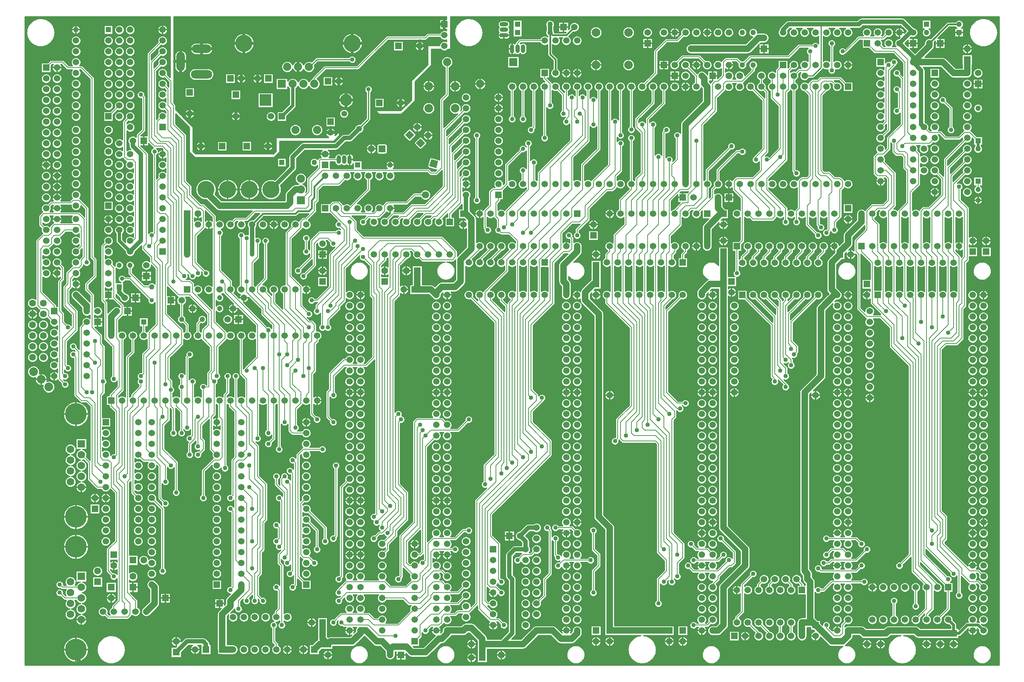
<source format=gbr>
G04 DipTrace 2.4.0.2*
%INBottom.gbr*%
%MOIN*%
%ADD13C,0.03*%
%ADD14C,0.008*%
%ADD15C,0.06*%
%ADD16C,0.0591*%
%ADD18C,0.05*%
%ADD20C,0.025*%
%ADD21C,0.04*%
%ADD22C,0.01*%
%ADD23C,0.015*%
%ADD24C,0.013*%
%ADD29R,0.0748X0.0748*%
%ADD30C,0.0748*%
%ADD31R,0.06X0.06*%
%ADD32R,0.063X0.063*%
%ADD33C,0.063*%
%ADD34R,0.0591X0.0591*%
%ADD35C,0.0591*%
%ADD36C,0.08*%
%ADD37C,0.0472*%
%ADD38R,0.1102X0.1102*%
%ADD39C,0.1102*%
%ADD40C,0.1575*%
%ADD41R,0.07X0.07*%
%ADD42C,0.07*%
%ADD43C,0.2*%
%ADD44O,0.1969X0.0787*%
%ADD45O,0.1772X0.0787*%
%ADD46O,0.0787X0.1772*%
%ADD47C,0.075*%
%ADD48C,0.0531*%
%ADD49C,0.0669*%
%ADD50O,0.0394X0.0787*%
%ADD51O,0.0787X0.0394*%
%ADD52C,0.05*%
%ADD53R,0.05X0.05*%
%ADD54C,0.0787*%
%ADD55C,0.048*%
%ADD56C,0.0472*%
%FSLAX44Y44*%
G04*
G70*
G90*
G75*
G01*
%LNBottom*%
%LPD*%
X28687Y57687D2*
D13*
Y55687D1*
X27687Y54687D1*
X51937Y52687D2*
D14*
Y57437D1*
X50687Y53437D2*
X50937Y53687D1*
Y57437D1*
X49937Y54437D2*
Y57437D1*
X48937Y54437D2*
Y57437D1*
X49937Y48437D2*
Y49687D1*
X50937Y48437D2*
Y50437D1*
X58937Y45687D2*
Y46937D1*
X59937Y47937D1*
Y48437D1*
Y52687D2*
Y48437D1*
Y45687D2*
Y46937D1*
X60937Y47937D1*
Y48437D1*
Y53937D2*
Y53687D1*
X61187Y53437D1*
Y49187D1*
X60937Y48937D1*
Y48437D1*
Y45687D2*
Y46937D1*
X61937Y47937D1*
Y48437D1*
Y53937D2*
Y48437D1*
Y45687D2*
Y46937D1*
X62937Y47937D1*
Y48437D1*
X63187Y53437D2*
X62937Y53187D1*
Y48437D1*
Y45687D2*
Y46937D1*
X63937Y47937D1*
Y48437D1*
X64187Y52937D2*
Y50687D1*
X63687Y50187D1*
Y49187D1*
X63937Y48937D1*
Y48437D1*
X84437Y57187D2*
X84687Y56937D1*
Y55437D1*
X84437Y55187D1*
X63937Y45687D2*
Y45937D1*
X64693Y46693D1*
X65187D1*
Y47437D1*
X65937Y48187D1*
Y48437D1*
Y52437D2*
Y48437D1*
X82937Y53687D2*
X83437Y54187D1*
Y59187D1*
X83687Y59437D1*
X64937Y45687D2*
X65437Y46187D1*
X65937D1*
X66937Y47187D1*
Y48437D1*
X69187Y51937D2*
X66937Y49687D1*
Y48437D1*
X82937Y52687D2*
X83687Y53437D1*
Y58937D1*
X84187Y59437D1*
Y59687D1*
X65937Y45687D2*
X67437Y47187D1*
Y47937D1*
X67937Y48437D1*
X70187Y51437D2*
X69687D1*
X67937Y49687D1*
Y48437D1*
X28687Y22937D2*
X28937Y22687D1*
Y11437D1*
X28687Y11187D1*
X40187Y41945D2*
X39695Y42437D1*
X38937D1*
X38687Y42187D1*
Y41687D1*
X38187Y41187D1*
Y38437D1*
X37687Y37937D1*
Y19937D1*
X38437Y19187D1*
Y18187D1*
X37437Y17187D1*
Y16687D1*
X36937Y16187D1*
X36687D1*
X36187Y15687D1*
X11937Y28437D2*
Y28937D1*
X12687Y29687D1*
Y33937D1*
X12437Y34187D1*
Y35937D1*
X12937Y36437D1*
Y37187D1*
X12187Y37937D1*
Y40707D1*
X12167D1*
X11687Y41187D1*
X11937Y28437D2*
Y27937D1*
X12437Y27437D1*
Y23437D1*
X12187Y23187D1*
X40187Y41945D2*
X40695Y41437D1*
X43437D1*
X43687Y41687D1*
Y42187D1*
X42437Y43437D1*
X35187D1*
X34437Y44187D1*
Y44937D1*
X33937Y45437D1*
X33187D1*
X32437Y46187D1*
X32687D1*
X10187Y29187D2*
Y31187D1*
X9687Y31687D1*
X28437Y21937D2*
X28687Y21687D1*
Y12687D1*
X28437Y12437D1*
X39187Y41945D2*
Y41687D1*
X38437Y40937D1*
Y38187D1*
X37937Y37687D1*
Y20187D1*
X38687Y19437D1*
Y17937D1*
X37687Y16937D1*
Y16437D1*
X37437Y16187D1*
X11687Y43187D2*
X11187Y42687D1*
Y37687D1*
X11437Y37437D1*
Y34187D1*
X12187Y33437D1*
Y30437D1*
X14687Y30187D2*
Y29687D1*
X13937Y28937D1*
Y28437D1*
Y27937D1*
X13437Y27437D1*
Y21687D1*
X13187Y21437D1*
X28187Y20937D2*
X28437Y20687D1*
Y13687D1*
X28187Y13437D1*
X15937Y28437D2*
Y27937D1*
X16187Y27687D1*
Y23187D1*
X16937Y22437D1*
Y20937D1*
X38187Y41945D2*
Y41687D1*
X37937Y41437D1*
Y38687D1*
X37437Y38187D1*
Y19687D1*
X38187Y18937D1*
Y18437D1*
X36937Y17187D1*
Y16687D1*
X8687Y40187D2*
X8187Y39687D1*
Y38937D1*
X7937Y38687D1*
Y37437D1*
X8687Y36687D1*
Y34937D1*
X7687Y33937D1*
Y31687D1*
X7937Y31437D1*
X15937Y31937D2*
Y28437D1*
X16937D2*
Y27937D1*
X17187Y27687D1*
Y26687D1*
X16687Y26187D1*
Y23937D1*
X17937Y22687D1*
Y19937D1*
X30687Y13437D2*
X30187Y13937D1*
X29687D1*
X29437Y14187D1*
Y18937D1*
X29937Y19437D1*
X37187Y41945D2*
Y41437D1*
X36687Y40937D1*
Y38937D1*
X36937Y38687D1*
Y18937D1*
X37437Y18437D1*
Y18187D1*
X36437Y17187D1*
X31687Y15437D2*
Y16687D1*
X29937Y18437D1*
X43187Y41945D2*
X41945Y43187D1*
X36687D1*
X35687Y42187D1*
Y41687D1*
X36187Y41187D1*
Y38437D1*
X36437Y38187D1*
Y17937D1*
X36187Y17687D1*
X30937Y14687D2*
Y16437D1*
X29937Y17437D1*
X42187Y41945D2*
X41195Y42937D1*
X37437D1*
X36687Y42187D1*
Y41437D1*
X36437Y41187D1*
Y38687D1*
X36687Y38437D1*
Y18437D1*
X36937Y18187D1*
X27187Y16937D2*
X27437Y16687D1*
Y15687D1*
X27187Y15437D1*
X41187Y41945D2*
X40445Y42687D1*
X38187D1*
X37687Y42187D1*
Y38937D1*
X37187Y38437D1*
Y19187D1*
X37687Y18687D1*
X44937Y38195D2*
X47437Y35695D1*
Y23437D1*
X46437Y22437D1*
Y20687D1*
X45937Y38195D2*
Y37687D1*
X47687Y35937D1*
Y23187D1*
X46937Y22437D1*
Y21187D1*
Y38195D2*
Y37687D1*
X48187Y36437D1*
Y22687D1*
X47937Y22437D1*
Y21687D1*
X24937Y18437D2*
Y19437D1*
X23937Y20437D1*
X47937Y38195D2*
Y37687D1*
X48437Y37187D1*
Y22187D1*
X22937Y18437D2*
X23187Y18187D1*
Y11187D1*
X22937Y10937D1*
X32937Y11937D2*
X33187Y12187D1*
Y20437D1*
X33937Y21187D1*
X48937Y38195D2*
Y37687D1*
X48687Y37437D1*
Y22937D1*
X48937Y22687D1*
X27437Y19437D2*
X27687Y19187D1*
Y15187D1*
X27437Y14937D1*
X49937Y38195D2*
Y37687D1*
X49187Y36937D1*
Y23937D1*
X49937Y23187D1*
X24687Y20437D2*
X25437Y19687D1*
Y18187D1*
X24937Y17687D1*
Y15437D1*
X50937Y38195D2*
Y37687D1*
X49687Y36437D1*
Y24937D1*
X50687Y23937D1*
Y23687D1*
X32687Y22437D2*
Y15937D1*
X32437Y15687D1*
X51937Y38195D2*
Y37687D1*
X50187Y35937D1*
Y25687D1*
X51687Y24187D1*
X27937Y21437D2*
X27687Y21187D1*
Y20687D1*
X28187Y20187D1*
Y14187D1*
X27937Y13937D1*
X58437Y24687D2*
X58687Y24937D1*
Y26687D1*
X59937Y27937D1*
Y35187D1*
X57687Y37437D1*
Y38195D1*
X24687Y22437D2*
Y21187D1*
X25687Y20187D1*
Y17937D1*
X25437Y17687D1*
Y15187D1*
X24937Y14687D1*
Y12937D1*
X59437Y25187D2*
Y26437D1*
X60437Y27437D1*
Y35687D1*
X58687Y37437D1*
Y38195D1*
X24687Y23437D2*
X24187Y22937D1*
X23687D1*
X23437Y22687D1*
Y13687D1*
X23687Y13437D1*
X23937D1*
X60437Y25687D2*
Y26437D1*
X60937Y26937D1*
Y36187D1*
X59687Y37437D1*
Y38195D1*
X29937Y11437D2*
X29187Y12187D1*
Y23437D1*
X29687Y23937D1*
X31437D1*
X61437Y26187D2*
Y36687D1*
X60687Y37437D1*
Y38195D1*
X44937Y26687D2*
X43937Y25687D1*
X41437D1*
X40937Y25187D1*
X40687Y24937D1*
Y14437D1*
X40437Y14187D1*
X39937D1*
X61687Y38195D2*
Y37437D1*
X61937Y37187D1*
Y27187D1*
X62437Y26687D1*
X39937Y13187D2*
X39437D1*
X39187Y13437D1*
Y15437D1*
X40437Y16687D1*
Y25437D1*
X40687Y25687D1*
X62687Y38195D2*
Y37687D1*
X62437Y37437D1*
Y28187D1*
X63437Y27187D1*
X40437Y26187D2*
X40187Y25937D1*
Y16937D1*
X38937Y15687D1*
Y13187D1*
X39937Y12187D1*
X64437Y27687D2*
X64187D1*
X62937Y28937D1*
Y37187D1*
X63687Y37937D1*
Y38195D1*
X64937Y28187D2*
X64187D1*
X63187Y29187D1*
Y36695D1*
X64687Y38195D1*
X38687Y26687D2*
X38437Y26437D1*
Y20687D1*
X39187Y19937D1*
Y17437D1*
X38187Y16437D1*
Y15937D1*
X37437Y15187D1*
Y14687D1*
X36945Y14195D1*
Y14187D1*
X44687Y52437D2*
X43437Y51187D1*
Y47437D1*
X41687Y45687D1*
X40937D1*
X40187Y44937D1*
X44687Y53437D2*
X43187Y51937D1*
Y47687D1*
X41437Y45937D1*
X40187D1*
X39187Y44937D1*
X44687Y54437D2*
X42937Y52687D1*
Y47937D1*
X41187Y46187D1*
X39937D1*
X39187Y45437D1*
X38687D1*
X38187Y44937D1*
X44687Y55437D2*
X42687Y53437D1*
Y48187D1*
X40937Y46437D1*
X39687D1*
X38937Y45687D1*
X37937D1*
X37187Y44937D1*
X44687Y49437D2*
X44187Y48937D1*
Y46687D1*
X43187Y45687D1*
Y44937D1*
X44687Y50437D2*
X43937Y49687D1*
Y46937D1*
X42187Y45187D1*
Y44937D1*
X44687Y51437D2*
X43687Y50437D1*
Y47187D1*
X41937Y45437D1*
X41687D1*
X41187Y44937D1*
X45937Y42687D2*
Y42437D1*
X44937Y41437D1*
Y41187D1*
X45937D2*
Y41437D1*
X46937Y42437D1*
Y42687D1*
X47937D2*
Y42437D1*
X46937Y41437D1*
Y41187D1*
X47937D2*
Y41437D1*
X48937Y42437D1*
Y42687D1*
X49937D2*
Y42437D1*
X48937Y41437D1*
Y41187D1*
X49937D2*
Y41437D1*
X50937Y42437D1*
Y42687D1*
X51937D2*
Y42437D1*
X50937Y41437D1*
Y41187D1*
X51937D2*
Y41437D1*
X52937Y42437D1*
Y42687D1*
X57937D2*
Y42187D1*
X57687Y41937D1*
Y41187D1*
X58687D2*
Y41937D1*
X58937Y42187D1*
Y42687D1*
X59937D2*
Y42187D1*
X59687Y41937D1*
Y41187D1*
X60687D2*
Y41937D1*
X60937Y42187D1*
Y42687D1*
X61937D2*
Y42187D1*
X61687Y41937D1*
Y41187D1*
X62687D2*
Y41937D1*
X62937Y42187D1*
Y42687D1*
X63937D2*
Y42187D1*
X63687Y41937D1*
Y41187D1*
X64687D2*
Y41937D1*
X64937Y42187D1*
Y42687D1*
X9687Y32687D2*
X10437Y31937D1*
X30187Y35187D2*
X28437Y36937D1*
Y38937D1*
X28187Y39187D1*
Y43937D1*
X28937Y44687D1*
X29437Y47937D2*
D15*
X28937D1*
X28437Y47437D1*
Y46687D1*
X28187Y46437D1*
X21937D1*
X20437Y47937D1*
X20687D1*
X29437Y46937D2*
D14*
X30187Y47687D1*
Y48937D1*
X31187Y49937D1*
Y50687D1*
X32937D1*
X12687Y55687D2*
X11687Y54687D1*
X32437Y42937D2*
X31937Y43437D1*
X31187D1*
X30687Y42937D1*
Y40937D1*
X29687Y39937D1*
X15687Y37687D2*
X13687Y39687D1*
X12937D1*
X5937Y46187D2*
X6437Y46687D1*
X8187D1*
X8437Y46937D1*
X8937D1*
X9687Y46187D1*
Y41187D1*
X87937Y52687D2*
X87437Y52187D1*
X85187D1*
X84937Y51937D1*
X46687Y44187D2*
X46437Y44437D1*
Y45937D1*
X46937Y46437D1*
Y47687D1*
X47187Y47937D1*
X47937D1*
X48437Y48437D1*
Y50187D1*
X49937Y51687D1*
X9687Y29187D2*
X9187Y29687D1*
Y35187D1*
X9687Y35687D1*
X70187Y59437D2*
X69687Y59937D1*
X68687D1*
X68437Y59687D1*
Y58437D1*
X67937Y57937D1*
X67687D1*
X67437Y57687D1*
Y55437D1*
X65437Y53437D1*
Y48187D1*
X65187Y47937D1*
X64437D1*
X63437Y46937D1*
Y44687D1*
X62437Y43687D1*
Y42187D1*
X62187Y41937D1*
Y27687D1*
X62937Y26937D1*
Y25937D1*
X63437Y25437D1*
Y15937D1*
X64187Y15187D1*
Y14187D1*
X70187Y59437D2*
X70937Y60187D1*
X74437D1*
X75437Y61187D1*
X76937D1*
X64937Y59437D2*
X65937Y58437D1*
Y57437D1*
X17937Y28437D2*
Y27937D1*
X18437Y27437D1*
Y25437D1*
X14937Y28437D2*
Y27937D1*
X13937Y26937D1*
Y19937D1*
X14437Y19437D1*
X75187Y44937D2*
Y45937D1*
X75437Y46187D1*
Y48687D1*
X75687Y48937D1*
X76187D1*
X76437Y49187D1*
Y56687D1*
X75687Y57437D1*
X75937D1*
X76937D2*
Y49187D1*
X77437Y48687D1*
Y47187D1*
X77187Y46937D1*
Y44687D1*
X77437Y44437D1*
X77937Y57437D2*
X78187D1*
X77437Y56687D1*
Y49687D1*
X77687Y49437D1*
X78187D1*
X78687Y48937D1*
X79187D1*
X79437Y48687D1*
Y48187D1*
X79187Y47937D1*
Y45437D1*
X78687Y44937D1*
Y44187D1*
X77937Y43937D2*
X78187Y44187D1*
Y47437D1*
X78437Y47687D1*
Y48687D1*
X77937Y49187D1*
X77437D1*
X77187Y49437D1*
Y56937D1*
X77437Y57187D1*
Y57687D1*
X77687Y57937D1*
X78437D1*
X78937Y57437D1*
X79937D2*
X79187Y58187D1*
X77437D1*
X77187Y57937D1*
X76687D1*
X76437Y57687D1*
Y57187D1*
X76687Y56937D1*
Y48937D1*
X76437Y48687D1*
Y46687D1*
X76187Y46437D1*
Y44687D1*
X77187Y43687D1*
X71937Y48437D2*
Y47937D1*
X73687Y46187D1*
Y45687D1*
X70937Y48437D2*
Y47937D1*
X72687Y46187D1*
Y45687D1*
X69937Y48437D2*
Y47937D1*
X71687Y46187D1*
Y45687D1*
X27437Y23937D2*
Y28937D1*
X26937Y29437D1*
Y34437D1*
X82687Y38187D2*
Y37437D1*
X83437Y36687D1*
X26937Y34437D2*
Y35437D1*
X25937Y36437D1*
Y36937D1*
X24437Y38437D1*
Y43437D1*
Y39437D2*
Y38437D1*
X26437Y34937D2*
Y29437D1*
X26937Y28937D1*
Y28437D1*
Y24937D1*
X26437Y24437D1*
X84687Y38187D2*
Y37687D1*
X85187Y37187D1*
X26437Y34937D2*
X22687Y38687D1*
X22937D1*
X21937Y43937D2*
Y40437D1*
X22937Y39437D1*
Y38687D1*
X28187Y32687D2*
X27687Y32187D1*
Y29687D1*
X28437Y28937D1*
Y25687D1*
X28687Y25437D1*
X29937D1*
X27937Y34437D2*
Y33937D1*
X28187Y33687D1*
Y32687D1*
X86687Y38187D2*
Y35687D1*
X27937Y34437D2*
Y35437D1*
X26437Y36937D1*
Y37437D1*
X25437Y38437D1*
Y38937D1*
X26187Y39687D1*
Y43187D1*
X23937Y38687D2*
Y43687D1*
X27937Y28437D2*
Y26437D1*
X88687Y38187D2*
Y36187D1*
X24187Y26437D2*
X23937D1*
X27437Y32687D2*
Y29437D1*
X27937Y28937D1*
Y28437D1*
X27437Y32687D2*
Y35437D1*
X26187Y36687D1*
Y37187D1*
X24937Y38437D1*
Y38687D1*
X25437Y43187D2*
Y41687D1*
X24937Y41187D1*
Y38687D1*
X25937Y31437D2*
Y29437D1*
X26437Y28937D1*
Y25437D1*
X89187Y34687D2*
X89687Y35187D1*
Y38187D1*
X28187Y31687D2*
X28687Y32187D1*
Y33937D1*
X28937Y34187D1*
Y34437D1*
Y34937D1*
X26687Y37187D1*
Y37937D1*
X25937Y38687D1*
X16687Y55687D2*
X17187Y55187D1*
Y53437D1*
X18187Y52437D1*
Y48187D1*
X18687Y47687D1*
Y46937D1*
X19437Y46187D1*
Y40937D1*
X19937Y40437D1*
Y40187D1*
X25187Y31437D2*
X25437Y31187D1*
Y24937D1*
X87687Y38187D2*
Y35187D1*
X29187Y32187D2*
X28437Y31437D1*
Y29687D1*
X28937Y29187D1*
Y28437D1*
X29187Y32187D2*
Y33937D1*
X29437Y34187D1*
Y34937D1*
X26937Y37437D1*
Y38687D1*
X16687Y57687D2*
X17187Y57187D1*
Y55687D1*
X17437Y55437D1*
Y53687D1*
X18437Y52687D1*
Y48437D1*
X18937Y47937D1*
Y47187D1*
X19937Y46187D1*
X20187D1*
X20437Y45937D1*
Y44437D1*
X19687Y43687D1*
Y41187D1*
X20687Y40187D1*
X23437Y30687D2*
Y27937D1*
X24437Y26937D1*
Y23937D1*
X23937Y23437D1*
X85687Y38187D2*
X85937Y37937D1*
Y34187D1*
X86437Y33687D1*
X29687Y30687D2*
Y33687D1*
X29937Y33937D1*
Y34437D1*
X29687Y34687D1*
Y35187D1*
X27937Y36937D1*
Y38687D1*
X16687Y59687D2*
X15937Y58937D1*
Y52937D1*
X16503Y52371D1*
X17253D1*
X17687Y51937D1*
Y47687D1*
X18187Y47187D1*
Y40437D1*
X18687Y39937D1*
X22687Y30687D2*
Y29187D1*
X22437Y28937D1*
Y22187D1*
X30187Y31437D2*
Y29187D1*
X29937Y28937D1*
Y28437D1*
X83687Y38187D2*
Y37437D1*
X84937Y36187D1*
Y34187D1*
X30187Y31437D2*
Y33687D1*
X30437Y33937D1*
Y34687D1*
X30687Y34937D1*
Y35437D1*
X30437Y35687D1*
X30187D1*
X28937Y36937D1*
Y38687D1*
X16687Y61687D2*
X15437Y60437D1*
Y52437D1*
X15937Y51937D1*
X16687D1*
X17187Y51437D1*
Y47187D1*
X17687Y46687D1*
Y39437D1*
X21437Y30187D2*
Y27187D1*
X21187Y26937D1*
Y23937D1*
X21687Y23437D1*
X77187Y38187D2*
X74687Y35687D1*
Y33937D1*
X75187Y33437D1*
Y32937D1*
X74937Y32687D1*
X16687Y60687D2*
X15687Y59687D1*
Y52687D1*
X16187Y52187D1*
X16937D1*
X17437Y51687D1*
Y47437D1*
X17937Y46937D1*
Y39937D1*
X18437Y39437D1*
X19187D1*
X19437Y39187D1*
Y38437D1*
X21187Y36687D1*
Y35187D1*
X21437Y34937D1*
Y31187D1*
X21187Y30937D1*
Y30437D1*
X21437Y30187D1*
X19437D2*
Y25187D1*
X19187Y24937D1*
X76187Y38187D2*
X74437Y36437D1*
Y33687D1*
X74687Y33437D1*
Y33187D1*
X16687Y58687D2*
X17437Y57937D1*
Y55937D1*
X17687Y55687D1*
Y53937D1*
X18687Y52937D1*
Y48687D1*
X19187Y48187D1*
Y47437D1*
X20187Y46437D1*
X20437D1*
X21437Y45437D1*
Y35687D1*
X22437Y34687D1*
Y34187D1*
X21687Y33437D1*
Y30687D1*
X18437Y29687D2*
Y28187D1*
X18937Y27687D1*
Y25937D1*
X75187Y38187D2*
X74187Y37187D1*
Y32687D1*
X74687Y32187D1*
Y31687D1*
X14687Y56687D2*
X14937Y56437D1*
Y53437D1*
X14437Y52937D1*
Y51937D1*
X15187Y51187D1*
Y42937D1*
X14937Y42687D1*
Y42437D1*
X15687Y41687D1*
Y41187D1*
X16187Y40687D1*
Y35437D1*
X15437Y34687D1*
Y33187D1*
X14937Y32687D1*
Y30937D1*
X14687Y30687D1*
X18437D2*
Y29687D1*
X74187Y38187D2*
Y37687D1*
X73937Y37437D1*
Y32437D1*
X74187Y32187D1*
X33937D2*
X33437D1*
X32187Y30937D1*
Y29437D1*
X31937Y29187D1*
Y26937D1*
X32437Y26437D1*
X28937Y31187D2*
X28687Y30937D1*
Y29937D1*
X29437Y29187D1*
Y28187D1*
X28937Y27687D1*
Y25937D1*
X16687Y54687D2*
X16187Y54187D1*
Y53187D1*
X16687Y52687D1*
X17437D1*
X17937Y52187D1*
Y47937D1*
X18437Y47437D1*
Y40937D1*
X19437Y39937D1*
X22187Y39437D2*
X22437Y39187D1*
Y38437D1*
X25437Y35437D1*
Y32437D1*
X24437Y31437D1*
Y31187D1*
X17437Y29437D2*
Y27937D1*
X17687Y27687D1*
Y25437D1*
X73187Y38187D2*
X73687Y37687D1*
Y31937D1*
X74187Y31437D1*
Y30687D1*
X16687Y49187D2*
X16187Y48687D1*
Y45937D1*
X16437Y45687D1*
X16937D1*
X17187Y45437D1*
Y41187D1*
X16937Y40937D1*
Y36437D1*
X18437Y34937D1*
Y33687D1*
X17187Y32437D1*
Y30437D1*
X17437Y30187D1*
Y29437D1*
X20437Y29687D2*
Y26937D1*
X19937Y26437D1*
Y24187D1*
X73687Y31187D2*
Y31437D1*
X73437Y31687D1*
Y36937D1*
X72187Y38187D1*
X16687Y47187D2*
X17437Y46437D1*
Y40937D1*
X17187Y40687D1*
Y39187D1*
X18187Y38187D1*
X19187D1*
X20937Y36437D1*
Y35437D1*
X20437Y34937D1*
Y34187D1*
X21187Y33437D1*
Y31187D1*
X20937Y30937D1*
Y29687D1*
X20437D1*
X71187Y38187D2*
X73187Y36187D1*
Y30937D1*
X74187Y29937D1*
Y29687D1*
X19937Y26937D2*
X19687Y26687D1*
Y24937D1*
X19187Y24437D1*
Y23437D1*
X16687Y45187D2*
X16187Y44687D1*
Y43187D1*
X15937Y42937D1*
Y41437D1*
X16437Y40937D1*
Y33187D1*
X15437Y32187D1*
Y27937D1*
X15187Y27687D1*
Y23937D1*
X15687Y23437D1*
X70187Y38187D2*
X72937Y35437D1*
Y30687D1*
X73187Y30437D1*
Y30187D1*
X17437Y22437D2*
X16437Y23437D1*
Y26687D1*
X16687Y26937D1*
Y43187D2*
X16187Y42687D1*
Y41687D1*
X16687Y41187D1*
Y35437D1*
X17437Y34687D1*
Y33687D1*
X16437Y32687D1*
Y27937D1*
X16687Y27687D1*
Y26937D1*
X82687Y41179D2*
Y41687D1*
X82187Y42187D1*
Y42687D1*
X84687Y41179D2*
Y41687D1*
X84187Y42187D1*
Y42687D1*
X86687Y41179D2*
Y41687D1*
X86187Y42187D1*
Y42687D1*
X88687Y41179D2*
Y41687D1*
X88187Y42187D1*
Y42687D1*
X89187D2*
Y42187D1*
X89687Y41687D1*
Y41179D1*
X87187Y42687D2*
Y42187D1*
X87687Y41687D1*
Y41179D1*
X85187Y42687D2*
Y42187D1*
X85687Y41687D1*
Y41179D1*
X83187Y42687D2*
Y42187D1*
X83687Y41687D1*
Y41179D1*
X77187D2*
Y41687D1*
X77687Y42187D1*
Y42687D1*
X76187Y41179D2*
Y41687D1*
X76687Y42187D1*
Y42687D1*
X75187Y41179D2*
Y41687D1*
X75687Y42187D1*
Y42687D1*
X74187Y41179D2*
Y41687D1*
X74687Y42187D1*
Y42687D1*
X73187Y41179D2*
Y41687D1*
X73687Y42187D1*
Y42687D1*
X72187Y41179D2*
Y41687D1*
X72687Y42187D1*
Y42687D1*
X71187Y41179D2*
Y41687D1*
X71687Y42187D1*
Y42687D1*
X70187Y41179D2*
Y41687D1*
X70687Y42187D1*
Y42687D1*
X19937Y34437D2*
Y35537D1*
X20337Y35937D1*
X18937Y34437D2*
Y35437D1*
X18437Y35937D1*
Y37687D2*
Y35937D1*
X60937Y57437D2*
X62187Y58687D1*
Y60687D1*
X63187Y61687D1*
X64187D1*
X64937Y62437D1*
X73937Y59437D2*
X73437Y58937D1*
Y56687D1*
X64187Y12187D2*
Y13437D1*
X64687Y13937D1*
Y15187D1*
X63687Y16187D1*
Y26687D1*
X63937Y26937D1*
Y27437D1*
X62687Y28687D1*
Y37437D1*
X63187Y37937D1*
Y41937D1*
X63437Y42187D1*
Y43687D1*
X64437Y44687D1*
Y45937D1*
X64937Y46437D1*
X65687D1*
X66437Y47187D1*
Y53937D1*
X67687Y55187D1*
Y56437D1*
X68437Y57187D1*
Y57687D1*
X68687Y57937D1*
X70187D1*
X71187Y58937D1*
Y59437D1*
X52937Y57437D2*
X53687Y56687D1*
Y54937D1*
X53937Y54187D2*
Y54437D1*
X54187Y54687D1*
Y55187D1*
X53937Y55437D1*
Y57437D1*
X54937D2*
Y55437D1*
X54687Y55187D1*
Y54687D1*
X54937Y54437D1*
Y54187D1*
X15687Y38937D2*
X14937D1*
X13687Y40187D1*
Y40937D1*
X39937Y9187D2*
X38437Y7687D1*
X36187D1*
X35687Y8187D1*
X34937D1*
X39937Y9187D2*
X40437D1*
X41437Y10187D1*
Y10437D1*
X41687Y10687D1*
X43937D1*
X44687Y11437D1*
X39937Y8187D2*
X41437Y9687D1*
X43937D1*
X44687Y10437D1*
X41937Y25187D2*
X40937Y24187D1*
Y13687D1*
X40687Y13437D1*
X42937Y26187D2*
X42437Y26687D1*
X40187D1*
X39937Y26437D1*
Y17187D1*
X38687Y15937D1*
Y12187D1*
X38437Y11937D1*
X39937Y10187D2*
X40437D1*
X40937Y10687D1*
Y11937D1*
X41687Y12687D1*
X42437D1*
X42937Y12187D1*
X39937Y6187D2*
X40437Y6687D1*
Y7687D1*
X41437Y8687D1*
X42187D1*
X42687Y9187D1*
X42937D1*
X31437Y35187D2*
Y37187D1*
X32687Y38437D1*
Y41437D1*
X33937Y42687D1*
Y44937D1*
X36687Y46187D2*
X36187Y45687D1*
X33437D1*
X33187Y45937D1*
Y46437D1*
X32937Y46687D1*
X32437D1*
X32187Y46437D1*
Y45937D1*
X33687Y44437D1*
Y42937D1*
X32437Y41687D1*
Y38687D1*
X30937Y37187D1*
Y36687D1*
X74937Y57437D2*
Y49687D1*
X75187Y49437D1*
X74937Y58437D2*
Y57437D1*
X83687Y62437D2*
X83187Y61937D1*
X80937D1*
X79687Y60687D1*
X79437D1*
X76437D2*
Y59187D1*
X76187Y58937D1*
X75437D1*
X74937Y58437D1*
Y59437D2*
X74437Y58937D1*
Y57187D1*
X74187Y56937D1*
Y50687D1*
X72437Y48937D1*
Y47937D1*
X74187Y46187D1*
Y44937D1*
X47687Y44187D2*
X47937Y43937D1*
X48687D1*
X49437Y43187D1*
Y42437D1*
X48437Y41437D1*
Y40437D1*
X46437Y38437D1*
Y37687D1*
X47937Y36187D1*
Y22937D1*
X47437Y22437D1*
Y20937D1*
X45687Y19187D1*
Y9687D1*
X44937Y8937D1*
X43937D1*
X43687Y8687D1*
X42687D1*
X42437Y8437D1*
Y7937D1*
X42187Y7687D1*
X41437D1*
X40937Y7187D1*
X38187Y6687D2*
X36687D1*
X35687Y7687D1*
X33437D1*
X33187Y7937D1*
X47687Y44187D2*
Y45187D1*
X47437Y45437D1*
Y46687D1*
X47687Y46937D1*
Y47437D1*
X54437Y56437D2*
Y52437D1*
X51437Y49437D1*
Y47937D1*
X49437Y45937D1*
Y45187D1*
X48937Y44687D1*
X29187Y40437D2*
X30437Y41687D1*
Y43187D1*
X31187Y43937D1*
X32937D1*
X55187Y54937D2*
X55437Y54687D1*
Y52937D1*
X52437Y49937D1*
Y47937D1*
X50437Y45937D1*
Y44437D1*
X49937Y43937D1*
X34437Y43187D2*
X34187Y42937D1*
Y42437D1*
X32937Y41187D1*
Y38187D1*
X32187Y37437D1*
Y37187D1*
X6937Y41187D2*
X7437Y40687D1*
Y39687D1*
X7187Y39437D1*
Y36687D1*
X7437Y36437D1*
Y35687D1*
X7937Y35187D1*
X13687Y43187D2*
X13937D1*
X14187Y43437D1*
Y50437D1*
X13937Y50687D1*
X13437D1*
X13187Y50937D1*
Y54187D1*
X13687Y54687D1*
X50437Y52187D2*
Y47937D1*
X48437Y45937D1*
Y44687D1*
X48187Y44437D1*
X47937Y10687D2*
X47437Y11187D1*
X46937D1*
X46687Y11437D1*
Y18187D1*
X52187Y23687D1*
Y24437D1*
X50437Y26187D1*
Y27687D1*
X51187Y28437D1*
Y28937D1*
X50687Y29437D1*
Y35437D1*
X52687Y37437D1*
Y41187D1*
X53687Y42187D1*
X54187D1*
X54437Y42437D1*
Y43437D1*
X54187Y43687D1*
X35187Y42437D2*
X33437Y40687D1*
Y37687D1*
X32937Y37187D1*
Y36937D1*
X31937Y35937D1*
Y35187D1*
X7687Y30687D2*
X7437Y30937D1*
Y34187D1*
X8437Y35187D1*
Y36437D1*
X7687Y37187D1*
Y38937D1*
X7937Y39187D1*
Y40187D1*
X8437Y40687D1*
X8937D1*
X9187Y40937D1*
Y41437D1*
X9437Y41687D1*
Y45187D1*
X8937Y45687D1*
X5687D1*
X5437Y45437D1*
Y44687D1*
X5937Y44187D1*
X15687Y43687D2*
X15937Y43937D1*
Y51437D1*
X15687Y43687D2*
Y42937D1*
X15437Y42687D1*
X58937Y52937D2*
Y57437D1*
X27187Y5437D2*
Y5937D1*
X26937Y6187D1*
Y7687D1*
X32937Y44687D2*
X33437Y44187D1*
Y43187D1*
X32187Y41937D1*
Y38937D1*
X30937Y37687D1*
X30437D1*
X35187Y44937D2*
X35687Y45437D1*
X36687D1*
X37187Y45937D1*
Y46437D1*
X37437Y46687D1*
X39187D1*
X39937Y47437D1*
X40937D1*
X71437Y50687D2*
Y50937D1*
X72187Y51687D1*
Y56187D1*
X70937Y57437D1*
X78437Y58937D2*
Y61437D1*
X85937Y52687D2*
X85437Y53187D1*
Y59937D1*
X84437Y60937D1*
X83187D1*
X82687Y61437D1*
X32437Y28937D2*
Y30687D1*
X33437Y31687D1*
X35437D1*
X36187Y32437D1*
Y37937D1*
X35937Y38187D1*
Y40937D1*
X35187Y41687D1*
X58937Y52187D2*
Y49687D1*
X58437Y49187D1*
Y48187D1*
X58187Y47937D1*
X57687D1*
X55937Y46187D1*
Y45187D1*
X54937Y44187D1*
Y43687D1*
X55437Y56437D2*
Y55437D1*
X55687Y55187D1*
Y52687D1*
X53437Y50437D1*
Y47937D1*
X51437Y45937D1*
Y44687D1*
X50687Y43937D1*
X31937Y36687D2*
X32187D1*
X32687Y37187D1*
Y37437D1*
X33187Y37937D1*
Y40937D1*
X34687Y42437D1*
Y42687D1*
X14937Y35687D2*
Y34437D1*
X30937D2*
Y33937D1*
X30687Y33687D1*
Y31187D1*
X30437Y30937D1*
Y27187D1*
X30937Y26687D1*
X51687Y28687D2*
Y28437D1*
X50687Y27437D1*
Y26437D1*
X52437Y24687D1*
Y23437D1*
X46937Y17937D1*
Y15937D1*
X47687Y15187D1*
Y11937D1*
X47937Y11687D1*
X62937D2*
X63437Y12187D1*
Y14937D1*
X62937Y15437D1*
Y24937D1*
X62187Y25687D1*
X61187D1*
X60937Y25937D1*
Y26437D1*
X61187Y26687D1*
Y36437D1*
X60187Y37437D1*
Y41937D1*
X60437Y42187D1*
Y43687D1*
X61437Y44687D1*
Y46937D1*
X62437Y47937D1*
Y50937D1*
X72187Y11937D2*
X71687Y11437D1*
Y10937D1*
X90937Y52687D2*
X88937Y50687D1*
Y47187D1*
X87687Y45937D1*
Y42187D1*
X88187Y41687D1*
Y34937D1*
X87437Y34187D1*
Y16687D1*
X87687Y16437D1*
X56437Y10687D2*
Y12687D1*
X56937Y13187D1*
Y14187D1*
X56437Y14687D1*
Y16437D1*
X52937Y15687D2*
Y14187D1*
X53187Y13937D1*
X15937Y34437D2*
Y33187D1*
X15187Y32437D1*
Y29437D1*
X14437Y28687D1*
Y27937D1*
X13687Y27187D1*
Y21187D1*
X13437Y20937D1*
Y10687D1*
X14187Y9937D1*
Y8937D1*
X71687Y6687D2*
Y6937D1*
X70687Y7937D1*
X63687Y11687D2*
Y15187D1*
X63187Y15687D1*
Y25187D1*
X61687Y26687D1*
Y36937D1*
X61187Y37437D1*
Y41937D1*
X61437Y42187D1*
Y43687D1*
X62437Y44687D1*
Y46937D1*
X63437Y47937D1*
Y50687D1*
X73187Y11937D2*
X72687Y11437D1*
Y10937D1*
X90937Y51687D2*
X89187Y49937D1*
Y46437D1*
X88687Y45937D1*
Y42187D1*
X89187Y41687D1*
Y35437D1*
X87687Y33937D1*
Y17437D1*
X88187Y16937D1*
Y16437D1*
X87687Y15937D1*
Y15187D1*
X81187D2*
X80687Y15687D1*
X77937D1*
X68187D2*
X69437Y14437D1*
Y13437D1*
X69187Y13187D1*
X68937D1*
X67937Y12187D1*
Y11937D1*
X67437Y11437D1*
Y11187D1*
X51187Y14687D2*
X50687Y14187D1*
X49937D1*
X49437Y13687D1*
X65437Y15187D2*
X65937Y14687D1*
X66937D1*
X67437Y14187D1*
Y8187D2*
X66937Y7687D1*
X65687D1*
X12937Y28437D2*
Y22437D1*
X12437Y21937D1*
Y20937D1*
X12938Y20436D1*
Y9936D1*
X13187Y9687D1*
Y8937D1*
X72687Y6687D2*
Y6937D1*
X71687Y7937D1*
X89687Y12437D2*
X87187Y14937D1*
Y41687D1*
X86687Y42187D1*
Y45937D1*
X86937Y46187D1*
X87437D1*
X88687Y47437D1*
Y48937D1*
X87937Y49687D1*
X74187Y11937D2*
X74687Y11437D1*
Y10937D1*
X90187Y10437D2*
Y12687D1*
X88187Y14687D1*
Y15937D1*
X88437Y16187D1*
Y17187D1*
X87937Y17687D1*
Y33687D1*
X88442Y34192D1*
X89442D1*
X89937Y34687D1*
Y37437D1*
X90187Y37687D1*
Y41687D1*
X89687Y42187D1*
Y45937D1*
X89437Y46187D1*
Y49187D1*
X90937Y50687D1*
X79937Y14187D2*
X79437Y14687D1*
X78437D1*
X77937Y14187D1*
X68437D2*
X67937Y13687D1*
X65687D1*
X56187D2*
X53687D1*
X53187Y13187D1*
X79937Y8187D2*
X79437Y7687D1*
Y6937D1*
X79187Y6687D1*
X78687D1*
X77937Y7437D1*
Y7687D1*
X12937Y34437D2*
Y29437D1*
X12437Y28937D1*
Y27937D1*
X12687Y27687D1*
Y22687D1*
X12187Y22187D1*
Y20687D1*
X12687Y20187D1*
Y9937D1*
X12187Y9437D1*
Y8937D1*
X73687Y6687D2*
Y7937D1*
X92437Y12187D2*
X91937Y12687D1*
X91187D1*
X88687Y15187D1*
Y15437D1*
X88937Y15687D1*
Y17687D1*
X88437Y18187D1*
Y33187D1*
X88937Y33687D1*
X89937D1*
X90437Y34187D1*
Y36937D1*
X90687Y37187D1*
Y41187D1*
X90937Y41437D1*
Y46187D1*
X90187Y46937D1*
Y48187D1*
X75187Y11937D2*
X75687Y11437D1*
Y10937D1*
X92437Y11187D2*
X91937Y11687D1*
X91187D1*
X90437Y12437D1*
Y12937D1*
X88437Y14937D1*
Y15687D1*
X88687Y15937D1*
Y17437D1*
X88187Y17937D1*
Y33437D1*
X88687Y33937D1*
X89687D1*
X90187Y34437D1*
Y37187D1*
X90437Y37437D1*
Y41437D1*
X90687Y41687D1*
Y45937D1*
X89687Y46937D1*
Y48437D1*
X90937Y49687D1*
X81687Y14687D2*
X80687Y13687D1*
X78437D1*
X78187Y13437D1*
X77687D1*
X68937Y13687D2*
X67937Y12687D1*
X65687D1*
X65187Y13187D1*
X13937Y34437D2*
Y32937D1*
X13437Y32437D1*
Y27937D1*
X13187Y27687D1*
Y22187D1*
X12687Y21687D1*
Y21187D1*
X13187Y20687D1*
Y10187D1*
X13687Y9687D1*
Y8687D1*
X13437Y8437D1*
X11687D1*
X11187Y8937D1*
X74687Y6687D2*
Y7937D1*
X85937Y51687D2*
X86437Y51187D1*
Y48437D1*
X85687Y47687D1*
Y42187D1*
X86187Y41687D1*
Y34687D1*
X86937Y33937D1*
Y14200D1*
X89187Y11950D1*
Y11937D1*
X77187Y10937D2*
X77687D1*
X78437Y11687D1*
X81437D1*
X54937Y16187D2*
X54437Y16687D1*
X52937D1*
X43687Y14687D2*
X41687D1*
X41437Y14437D1*
Y12937D1*
X40687Y12187D1*
Y10937D1*
X40437Y10687D1*
X33687D1*
X32937Y9937D1*
X23937Y34437D2*
Y30937D1*
X24437Y30437D1*
Y27937D1*
X24937Y27437D1*
Y24687D1*
X25437Y24187D1*
Y21437D1*
X26187Y20687D1*
Y17437D1*
X25937Y17187D1*
Y14687D1*
X25687Y14437D1*
Y12437D1*
X25437Y12187D1*
Y10437D1*
X25937Y9937D1*
X88687Y56187D2*
X89437Y55437D1*
Y53437D1*
X52437Y55687D2*
Y57687D1*
X51937Y58187D1*
Y58687D1*
X84437D2*
X84937Y58187D1*
Y53937D1*
X83687Y52687D1*
Y51687D1*
X83187Y51187D1*
X82687D1*
X82437Y50937D1*
Y49437D1*
X82687Y49187D1*
X83437D1*
X83687Y48937D1*
Y46937D1*
X83187Y46437D1*
X82187D1*
X81687Y45937D1*
Y44187D1*
X80687Y43187D1*
Y42187D1*
X80937Y41937D1*
Y36937D1*
X81687Y36187D1*
X82937D1*
X83937Y35187D1*
Y33437D1*
X85687Y31687D1*
Y14187D1*
X84687Y13187D1*
X81187D2*
X80687Y12687D1*
X77437D1*
X77187Y12937D1*
X81187Y13187D2*
D3*
X71187Y12437D2*
X70187Y11437D1*
Y8937D1*
X69687Y8437D1*
Y7937D1*
X48187Y7687D2*
X47687Y8187D1*
X46937D1*
X45937Y9187D1*
Y18937D1*
X49437Y22437D1*
Y22937D1*
X48937Y23437D1*
Y37187D1*
X49437Y37687D1*
Y41437D1*
X50437Y42437D1*
Y42937D1*
X52437Y44937D1*
Y45937D1*
X54437Y47937D1*
Y50937D1*
X55937Y52437D1*
Y57437D1*
X56937D2*
Y51687D1*
X55437Y50187D1*
Y47937D1*
X53437Y45937D1*
Y45187D1*
X51437Y43187D1*
Y42437D1*
X50437Y41437D1*
Y37687D1*
X49437Y36687D1*
Y24437D1*
X50437Y23437D1*
Y22937D1*
X46187Y18687D1*
Y9687D1*
X47187Y8687D1*
X57937Y57437D2*
Y50187D1*
X56437Y48687D1*
Y48187D1*
X54437Y46187D1*
Y45437D1*
X52437Y43437D1*
Y42437D1*
X51437Y41437D1*
Y37687D1*
X49937Y36187D1*
Y25437D1*
X51187Y24187D1*
Y23187D1*
X46437Y18437D1*
Y9937D1*
X46687Y9687D1*
X47187D1*
X82937Y49687D2*
X83437D1*
X83937Y49187D1*
Y46687D1*
X83438Y46188D1*
X82688D1*
X82187Y45687D1*
X87187Y8195D2*
Y8687D1*
X87687Y9187D1*
Y11437D1*
X86187Y12937D1*
Y32187D1*
X84437Y33937D1*
Y36187D1*
X83187Y37437D1*
Y41687D1*
X82687Y42187D1*
Y44687D1*
X82187Y45187D1*
Y45687D1*
X72937Y57437D2*
Y56437D1*
X73687Y55687D1*
Y51687D1*
X72687Y50687D1*
X72437D1*
X72937Y58437D2*
Y57437D1*
X84187Y9937D2*
Y8195D1*
X23937Y19437D2*
X24437Y18937D1*
Y12687D1*
X24937Y12187D1*
Y10687D1*
X24437Y10187D1*
Y9937D1*
X23687Y9187D2*
Y9937D1*
X24687Y10937D1*
Y11687D1*
X23937Y12437D1*
X36945Y15187D2*
X37937Y16179D1*
Y16687D1*
X38937Y17687D1*
Y19687D1*
X38187Y20437D1*
Y26937D1*
X38437Y27187D1*
X58437Y54187D2*
Y49687D1*
X57437Y48687D1*
Y48187D1*
X55687Y46437D1*
Y45437D1*
X55187Y44937D1*
X54437D1*
X53437Y43937D1*
Y42437D1*
X52437Y41437D1*
Y37687D1*
X50437Y35687D1*
Y28937D1*
X50687Y28687D1*
X36945Y10187D2*
X38937D1*
X39437Y9687D1*
X40437D1*
X41187Y10437D1*
Y11187D1*
X41687Y11687D1*
X42437D1*
X42937Y11187D1*
X6687Y35687D2*
X6187Y36187D1*
Y36687D1*
X5937Y36937D1*
X5437D1*
X5187Y37187D1*
Y43187D1*
X5687Y43687D1*
X6187D1*
X6437Y43937D1*
Y44437D1*
X6687Y44687D1*
X8937D1*
X9187Y44437D1*
Y42687D1*
X8687Y42187D1*
X29937Y43437D2*
Y42187D1*
X27187Y11187D2*
X27437Y10937D1*
Y9187D1*
X27187Y8937D1*
Y8429D1*
X62937Y57437D2*
Y55937D1*
X61437Y54437D1*
Y47937D1*
X60437Y46937D1*
Y44687D1*
X59437Y43687D1*
Y42187D1*
X59187Y41937D1*
Y37437D1*
X60687Y35937D1*
Y27187D1*
X59937Y26437D1*
Y25437D1*
X60187Y25187D1*
X62187D1*
X62687Y24687D1*
Y14937D1*
X62937Y14687D1*
X5937Y59187D2*
X6437Y59687D1*
X7437D1*
X7937Y59187D1*
X9187D1*
X10187Y58187D1*
Y41687D1*
X10437Y41437D1*
Y39937D1*
X9687Y39187D1*
Y38687D1*
X10187Y38187D1*
Y35187D1*
X10937Y34437D1*
Y33687D1*
X11187Y33437D1*
Y30437D1*
Y29187D1*
X10937Y28937D1*
Y23187D1*
X11187Y22937D1*
X11687D1*
X11937Y22687D1*
Y20437D1*
X12437Y19937D1*
Y15437D1*
X11687Y14687D1*
Y12687D1*
X12187Y12187D1*
X17937Y34437D2*
Y33687D1*
X16937Y32687D1*
Y29937D1*
X11187Y30187D2*
Y30437D1*
X27187Y21437D2*
Y20687D1*
X27937Y19937D1*
Y14687D1*
X27437Y14187D1*
Y13437D1*
X27687Y13187D1*
Y7687D1*
X36945Y8187D2*
X36187D1*
X35687Y8687D1*
X33187D1*
X32437Y7937D1*
X45687Y46937D2*
Y52937D1*
X56437Y56187D2*
Y53937D1*
X35687Y49187D2*
Y47937D1*
X33937Y46187D1*
X33687D1*
X23937Y28437D2*
Y27937D1*
X24687Y27187D1*
Y24437D1*
X25187Y23937D1*
Y21187D1*
X25937Y20437D1*
Y17687D1*
X25687Y17437D1*
Y14937D1*
X25437Y14687D1*
Y12687D1*
X25187Y12437D1*
Y9937D1*
X32937Y10687D2*
Y10937D1*
X33687Y11687D1*
X37187D1*
X37687Y11187D1*
X39187D1*
X39687Y11687D1*
X40187D1*
X40437Y11937D1*
Y12437D1*
X41187Y13187D1*
Y15187D1*
X41687Y15687D1*
X43687D1*
X44437Y16437D1*
X44937D1*
X51187Y9687D2*
X51937Y10437D1*
Y11937D1*
X52437Y12437D1*
Y16437D1*
X52187Y16687D1*
X88187Y8195D2*
X89187Y9195D1*
Y11187D1*
X86687Y13687D1*
Y32687D1*
X85687Y33687D1*
Y37437D1*
X85187Y37937D1*
Y41687D1*
X84687Y42187D1*
Y45937D1*
X85437Y46687D1*
Y49687D1*
X85187Y49937D1*
Y50937D1*
X84937Y51187D1*
X84437D1*
X84187Y51437D1*
Y52437D1*
X82937Y50687D2*
X84187Y49437D1*
Y46437D1*
X83687Y45937D1*
Y42187D1*
X84187Y41687D1*
Y37437D1*
X85437Y36187D1*
Y33437D1*
X86437Y32437D1*
Y13187D1*
X88187Y11437D1*
Y11187D1*
X73687Y50937D2*
X73937Y51187D1*
Y57437D1*
X73687Y50937D2*
X71437Y48687D1*
Y47937D1*
X73187Y46187D1*
Y45437D1*
X72937Y45187D1*
X71187D1*
X70687Y45687D1*
X73937Y58437D2*
Y57437D1*
X16687Y12687D2*
Y18437D1*
X15687Y19437D1*
X86187Y11187D2*
Y9437D1*
X61937Y57437D2*
Y55937D1*
X60437Y54437D1*
Y53687D1*
X60937Y53187D1*
Y49437D1*
X60437Y48937D1*
Y47937D1*
X59437Y46937D1*
Y44687D1*
X58437Y43687D1*
Y42187D1*
X58187Y41937D1*
Y37437D1*
X60187Y35437D1*
Y27687D1*
X58937Y26437D1*
Y24937D1*
X59187Y24687D1*
X62187D1*
X62437Y24437D1*
Y14437D1*
X63187Y13687D1*
Y12687D1*
X62437Y11937D1*
Y9687D1*
X59937Y53460D2*
Y57437D1*
X71937D2*
X72437Y56937D1*
Y51437D1*
X71937Y50937D1*
Y49687D1*
X71187Y48937D1*
X69687D1*
X69437Y48687D1*
Y47937D1*
X70187Y47187D1*
Y43187D1*
X69687Y42687D1*
X86187Y8195D2*
X87187Y9195D1*
Y11187D1*
Y11437D1*
X85937Y12687D1*
Y31937D1*
X84187Y33687D1*
Y35437D1*
X82187Y37437D1*
Y41187D1*
X81187Y42187D1*
Y42687D1*
X6687Y36687D2*
X7187Y36187D1*
Y30437D1*
X7687Y29937D1*
X8687Y44187D2*
X7687D1*
X7187Y43687D1*
X6687D1*
X6437Y43437D1*
Y42937D1*
X6187Y42687D1*
X5687D1*
X5437Y42437D1*
Y38437D1*
X6687Y37187D1*
Y36687D1*
X33687Y49187D2*
X32937Y48437D1*
X31437D1*
X30937Y47937D1*
Y46937D1*
X30687Y46687D1*
Y45937D1*
X29937Y45187D1*
X29687D1*
X29437Y44937D1*
Y44437D1*
X28437Y43437D1*
Y39937D1*
X29437Y38937D1*
Y37187D1*
X30187Y36437D1*
X71937Y58437D2*
Y57437D1*
X18937Y28437D2*
Y32437D1*
X19187Y32687D1*
X69687Y40187D2*
Y42687D1*
X30687Y57687D2*
Y58187D1*
X31687Y59187D1*
X34687D1*
X37437Y61937D1*
X40937D1*
X41187Y62187D1*
X42687D1*
X91937Y47937D2*
Y48687D1*
X49437Y60937D2*
Y61437D1*
X49687Y61687D1*
X51937D1*
X8437Y32687D2*
X8687Y32437D1*
Y28937D1*
X9187Y28437D1*
X9687D1*
X10187Y27937D1*
Y21687D1*
X10937Y20937D1*
X22937Y28437D2*
Y27937D1*
X23437Y27437D1*
Y23187D1*
X23187Y22937D1*
Y19687D1*
X22937Y19437D1*
X14437Y23437D2*
X14937Y22937D1*
X15937D1*
X16437Y22437D1*
Y19437D1*
X16937Y18937D1*
X8437Y33437D2*
X8937Y32937D1*
Y29187D1*
X9437Y28687D1*
X9937D1*
X10437Y28187D1*
Y22437D1*
X11437Y21437D1*
X20937Y28437D2*
Y26937D1*
X20187Y26187D1*
Y24937D1*
X20437Y24687D1*
Y23937D1*
X19937Y23437D1*
X11437Y20437D2*
X10687D1*
X9937Y21187D1*
Y22687D1*
X9187Y23437D1*
Y11187D2*
X7437D1*
X7187Y11437D1*
X9187Y10187D2*
X7687D1*
X7187Y10687D1*
X66937Y59437D2*
X66187Y60187D1*
X64687D1*
X63937Y59437D1*
X11437Y22437D2*
X10937D1*
X10687Y22687D1*
Y31437D1*
X10937Y31687D1*
Y32187D1*
X10437Y32687D1*
Y33937D1*
X21937Y28437D2*
Y26937D1*
X22187Y26687D1*
Y23187D1*
X21937Y22937D1*
X21437D1*
X20437Y21937D1*
Y19437D1*
X89687Y6937D2*
D20*
Y7695D1*
X89187Y8195D1*
X76187Y11937D2*
D15*
X76437Y11687D1*
Y8187D1*
X76937Y7687D1*
X75687Y7937D2*
X76687D1*
X76937Y7687D1*
X75687Y6687D2*
Y7937D1*
X92437Y7187D2*
D20*
X91937Y7687D1*
X90937D1*
X90187Y6937D1*
X89687D1*
D15*
X87743D1*
X86437D1*
X86187Y7187D1*
X83687D1*
X83437Y6937D1*
X81437D1*
X81187Y7187D1*
X79937D1*
Y6687D1*
X79437Y6187D1*
X78437D1*
X76937Y7687D1*
X50187Y14687D2*
D21*
Y15437D1*
X49687Y15937D1*
X50437Y16687D1*
X51187D1*
X42937Y7187D2*
D15*
X44437D1*
X44687Y7437D1*
X45187D1*
X46187Y6437D1*
Y5937D1*
Y4687D1*
Y5937D2*
X47937D1*
X50187Y14687D2*
D21*
X49187D1*
X48687Y14187D1*
Y12187D1*
X48937Y11937D1*
Y6937D1*
X47937Y5937D1*
X54937Y7187D2*
D15*
Y6937D1*
X54437Y6437D1*
X53437D1*
X52687Y7187D1*
X51187D1*
X49937Y5937D1*
X47937D1*
X67937Y47187D2*
Y46187D1*
X68437Y45687D1*
X68187D1*
X66937Y44437D1*
Y43687D1*
Y42687D1*
X86937Y53687D2*
D21*
X86687Y53937D1*
Y58937D1*
X85937Y59687D1*
D15*
X88687D1*
X89687Y58687D1*
X90937D1*
X85937Y59687D2*
X87437Y61187D1*
Y61437D1*
X81187Y45687D2*
Y44937D1*
X79937Y43687D1*
Y42937D1*
X79187Y42187D1*
Y41937D1*
X78437Y41187D1*
Y38687D1*
X78937Y38187D1*
X66437Y58437D2*
X66687Y58187D1*
Y57687D1*
X66937Y57437D1*
X64937Y48437D2*
Y49437D1*
Y49937D1*
Y50187D1*
Y53937D1*
X66937Y55937D1*
Y57437D1*
X40187Y40437D2*
Y38937D1*
X39937Y38687D1*
X41437D1*
X41937Y38187D1*
Y38437D1*
X42437Y38937D1*
X43687D1*
X44187Y39437D1*
Y41437D1*
X45187Y42437D1*
Y45187D1*
X44687Y45687D1*
X44437D1*
X53937Y39187D2*
X53687Y39437D1*
Y40937D1*
X54937Y42187D1*
Y42687D1*
X36945Y6187D2*
X36437D1*
X35437Y7187D1*
X34937D1*
X37687Y4937D2*
Y5445D1*
X36945Y6187D1*
X42937Y7187D2*
Y6937D1*
X42437Y6437D1*
X42187D1*
X40937Y5187D1*
X39687D1*
X39187Y5687D1*
X37937D1*
X37687Y5437D1*
X44687Y47437D2*
D21*
Y45937D1*
X44437Y45687D1*
X34937Y7187D2*
D15*
Y6937D1*
X34187Y6187D1*
X32187D1*
X31937Y5937D1*
X31437Y6437D1*
Y7937D1*
X30687Y5437D2*
X31187Y5937D1*
X31937D1*
X23187Y5437D2*
X22187D1*
X22937Y9687D2*
Y9437D1*
X22187Y8687D1*
Y8429D1*
X15937Y10187D2*
Y11187D1*
X15687Y11437D1*
X13687Y42187D2*
D21*
X14687Y43187D1*
Y51187D1*
X13937Y51937D1*
Y52437D1*
X18937Y45687D2*
D15*
Y44687D1*
X22937Y9687D2*
Y9937D1*
X23937Y10937D1*
Y11437D1*
X86937Y53687D2*
D14*
X87437Y53187D1*
X88437D1*
X88937Y52687D1*
X90187D1*
X90687Y53187D1*
X91187D1*
X91937Y52437D1*
D20*
Y51687D1*
X12687Y38937D2*
D21*
Y38437D1*
X13187Y37937D1*
X67437Y7187D2*
D15*
X67937D1*
X68437Y7687D1*
Y11187D1*
X70437Y13187D1*
Y14687D1*
X68437Y16687D1*
Y42187D1*
X8687Y38187D2*
X9687Y37187D1*
Y36687D1*
X87187Y6937D2*
D21*
X86437D1*
X88437D2*
X87743D1*
X89687D2*
D3*
X81687D2*
X81437D1*
X82937D2*
X83687Y7187D1*
X79187Y41937D2*
D3*
X56687Y40937D2*
D15*
Y39187D1*
X76187Y11937D2*
Y12437D1*
X75937Y12687D1*
Y28352D1*
Y29187D1*
X77437Y30687D1*
Y36937D1*
X78687Y38187D1*
X78937D1*
X56687Y39187D2*
X56437D1*
X55687Y38437D1*
Y37687D1*
X56937Y36437D1*
Y29593D1*
Y17687D1*
X57937Y16687D1*
Y7187D1*
X56937Y28937D2*
D21*
Y29593D1*
X75937Y28937D2*
Y28352D1*
X57937Y7187D2*
D15*
X63437D1*
X12687Y44187D2*
D13*
Y43187D1*
X13687Y42187D1*
X24937Y41937D2*
D14*
D3*
X12437Y36687D2*
D15*
X11937Y36187D1*
Y34437D1*
Y35687D2*
D21*
Y34437D1*
X43687Y38937D2*
D3*
X68437Y39187D2*
D15*
X67187D1*
X66437Y38187D2*
Y38437D1*
X67187Y39187D1*
X42437Y38937D2*
D3*
X22187Y8429D2*
Y5437D1*
X24937Y41937D2*
D21*
Y44687D1*
X18937Y41937D2*
D15*
Y44687D1*
X31687Y49187D2*
D23*
X30687Y48187D1*
Y47187D1*
X30437Y46937D1*
Y46187D1*
X30187Y45937D1*
X29187D1*
X28937Y45687D1*
X25937D1*
X24937Y44687D1*
X65437Y60937D2*
D15*
X67437D1*
X68437D1*
X70687D1*
X71687Y61937D1*
X72187D1*
X67437Y60937D2*
D3*
X68437D2*
D3*
X64937Y49687D2*
Y49937D1*
Y49187D2*
Y49437D1*
X66937Y43687D2*
D3*
X15937Y10187D2*
Y9687D1*
X15187Y8937D1*
X17937Y5187D2*
D21*
X18937Y6187D1*
X20437D1*
X20687Y5937D1*
Y5437D1*
X90937Y59937D2*
D15*
Y58687D1*
X87437Y61437D2*
D23*
X89187Y63187D1*
X90187D1*
X85937Y59687D2*
D21*
D3*
X73937Y62437D2*
Y62687D1*
X74437Y63187D1*
X77437D1*
X80937D1*
X81187Y63437D1*
X84937D1*
X85937Y62437D1*
X75937Y58437D2*
D22*
X76687D1*
X77437Y59187D1*
Y63187D1*
X85937Y62437D2*
D21*
X85687D1*
X84687Y61437D1*
X85937Y60187D1*
Y59687D1*
X53937Y38187D2*
D15*
Y39187D1*
X34829Y53545D2*
D21*
X33971Y52687D1*
X33437D1*
X32687Y51937D1*
X29687D1*
X28687Y50937D1*
Y49937D1*
X26687Y47937D1*
X52937Y58687D2*
D23*
Y59937D1*
X52437Y60437D1*
Y62437D1*
D21*
Y63187D1*
Y62437D2*
D23*
X52687Y62187D1*
X53937D1*
X54687Y62937D1*
X34187Y59937D2*
D22*
X30937D1*
X30187Y59187D1*
Y59262D1*
X35687Y57187D2*
Y54437D1*
X34687Y53437D1*
X34937D1*
X34829Y53545D1*
X64937Y50187D2*
D15*
D3*
X42937Y59695D2*
D14*
Y56687D1*
X42437Y56187D1*
Y49937D1*
X41937Y49437D1*
X41437D1*
X41187Y49687D1*
X31437D1*
X30437Y48687D1*
Y47437D1*
X30187Y47187D1*
Y46437D1*
X29937Y46187D1*
X28937D1*
X28687Y45937D1*
X25187D1*
X24437Y45187D1*
X23437D1*
X22937Y44687D1*
X85937Y49687D2*
X85437Y50187D1*
Y51187D1*
X85187Y51437D1*
X84687D1*
X84437Y51687D1*
Y52187D1*
X85187Y52937D1*
Y59687D1*
X84187Y60687D1*
X82437D1*
X81687Y61437D1*
D21*
X51937Y52687D3*
X50687Y53437D3*
X49937Y54437D3*
X48937D3*
X49937Y49687D3*
X50937Y50437D3*
D3*
X27937Y26437D3*
X26437Y25437D3*
X25437Y24937D3*
X22437Y22187D3*
X14687Y56687D3*
X17437Y22437D3*
X47687Y44187D3*
D3*
X15937Y51437D3*
X58937Y52937D3*
X26937Y7687D3*
X49437Y13687D3*
X88687Y56187D3*
X89437Y53437D3*
X84437Y58687D3*
X84687Y13187D3*
X81187D3*
D3*
X59937Y53460D3*
X19187Y32687D3*
X69687Y40187D3*
X86187Y9437D3*
X84187Y9937D3*
X28687Y22937D3*
Y11187D3*
X73187Y30187D3*
X74187Y29687D3*
X28187Y20937D3*
Y13437D3*
X16687Y12687D3*
X30687Y13437D3*
X32437Y15687D3*
X32687Y22437D3*
X24687Y20437D3*
X24937Y15437D3*
X27437Y14937D3*
Y19437D3*
X27187Y15437D3*
Y16937D3*
X31437Y23937D3*
X24687Y23437D3*
X28437Y21937D3*
X27937Y21437D3*
Y13937D3*
X28437Y12437D3*
X23687Y9187D3*
X24937Y18437D3*
X31687Y15437D3*
X30937Y14687D3*
X24437Y9937D3*
X22937Y18437D3*
Y10937D3*
X8437Y33437D3*
X18937Y25937D3*
X17687Y25437D3*
X19187Y24937D3*
X19937Y24187D3*
X22687Y30687D3*
X30187Y31437D3*
X44937Y26687D3*
X40937Y25187D3*
X10937Y20937D3*
X18437Y29687D3*
X17437Y29437D3*
X19437Y30187D3*
X20437Y29687D3*
X21437Y30187D3*
X26437Y34937D3*
X32937Y11937D3*
X23437Y30687D3*
X25187Y31437D3*
X73687Y31187D3*
X74187Y30687D3*
X25937Y31437D3*
X27437Y32687D3*
X28187D3*
X26437Y24437D3*
X27437Y23937D3*
X40437Y26187D3*
X40687Y25687D3*
X24937Y12937D3*
X24687Y22437D3*
X74187Y32187D3*
X74937Y32687D3*
X74687Y33187D3*
X85187Y37187D3*
X74687Y31687D3*
X84937Y34187D3*
X89187Y34687D3*
X88687Y36187D3*
X83437Y36687D3*
X86437Y33687D3*
X86687Y35687D3*
X87687Y35187D3*
X62437Y26687D3*
X63437Y27187D3*
X64437Y27687D3*
X64937Y28187D3*
X61437Y26187D3*
X60437Y25687D3*
X59437Y25187D3*
X58437Y24687D3*
X36187Y15687D3*
X37437Y16187D3*
X36937Y16687D3*
X36437Y17187D3*
X37687Y18687D3*
X36937Y18187D3*
X36187Y17687D3*
X51687Y24187D3*
X50687Y23687D3*
X49937Y23187D3*
X48937Y22687D3*
X48437Y22187D3*
X47937Y21687D3*
X46937Y21187D3*
X46437Y20687D3*
X90187Y10437D3*
X89687Y12437D3*
X90187Y48187D3*
X87687Y15187D3*
Y16437D3*
X75187Y44937D3*
X77437Y44437D3*
X78687Y44187D3*
X77937Y43937D3*
X77187Y43687D3*
X75187Y49437D3*
X73687Y50937D3*
X72437Y50687D3*
X61937Y53937D3*
X63187Y53437D3*
X64187Y52937D3*
X65937Y52437D3*
X69187Y51937D3*
X70187Y51437D3*
X71437Y50687D3*
X60937Y53937D3*
X65687Y13687D3*
X27187Y11187D3*
X62937Y14687D3*
X62437Y9687D3*
X53687Y54937D3*
X53937Y54187D3*
X54937D3*
X56437Y16437D3*
X38437Y27187D3*
X50687Y28687D3*
X62937Y11687D3*
X58437Y54187D3*
X62437Y50937D3*
X63687Y11687D3*
X32437Y42937D3*
X63437Y50687D3*
X81187Y15187D3*
X77937Y15687D3*
X68187D3*
X29687Y30687D3*
X28187Y31687D3*
X10437Y33937D3*
X8437Y32687D3*
X25937Y26687D3*
X28437Y24187D3*
X7937Y31437D3*
X12187Y30437D3*
X26187Y43187D3*
X84187Y52437D3*
X77187Y11937D3*
X74187Y44937D3*
X64187Y12187D3*
Y14187D3*
X47937Y11687D3*
X84187Y59687D3*
X83687Y59437D3*
X19937Y26937D3*
X19187Y23437D3*
X73437Y56687D3*
X17937Y19937D3*
X16937Y20937D3*
X15937Y31937D3*
X14687Y30687D3*
X16687Y26937D3*
X50687Y43937D3*
X14687Y30187D3*
X31937Y36687D3*
X35187Y42437D3*
X52937Y16687D3*
X38687Y26687D3*
X81687Y14687D3*
X77687Y13437D3*
X68937Y13687D3*
X65187Y13187D3*
X53187Y13937D3*
X19937Y23437D3*
X50937Y50437D3*
X64937Y49687D3*
X48937Y54437D3*
X90187Y44687D3*
X33687Y53187D3*
X64937Y49187D3*
X89187Y11937D3*
X81437Y11687D3*
X77187Y10937D3*
X71187Y12437D3*
X77187Y12937D3*
X85437Y13187D3*
X81187D3*
X25937Y9937D3*
X77937Y14187D3*
X68437D3*
X65437Y15187D3*
X77937Y7687D3*
X47937Y10687D3*
X53187Y13187D3*
X56437Y10687D3*
X38437Y11937D3*
X40687Y13437D3*
X29187Y32187D3*
X50437Y52187D3*
X58937D3*
X7687Y29937D3*
X55187Y54937D3*
X54437Y56437D3*
X55437D3*
X65687Y7687D3*
X18437Y24687D3*
X16937Y18937D3*
X48187Y7687D3*
X43687Y14687D3*
X32937Y9937D3*
X20437Y19437D3*
X7187Y11437D3*
X29187Y40437D3*
X51687Y28687D3*
X30937Y26687D3*
X54187Y43687D3*
X40937Y7187D3*
X38187Y6687D3*
X33187Y7937D3*
X17187Y25937D3*
X22937Y19437D3*
X25187Y9937D3*
X12187Y12187D3*
X18437Y25437D3*
X32437Y28937D3*
X35187Y41687D3*
X54937Y43687D3*
X59937Y52687D3*
X13187Y21437D3*
X34687Y42687D3*
X38187Y14187D3*
X12187Y23187D3*
X32437Y26437D3*
X18437Y30687D3*
X49937Y43937D3*
X48937Y44687D3*
X34437Y43187D3*
X31937Y35187D3*
X32187Y37187D3*
X32937Y43937D3*
X21937D3*
X7937Y35187D3*
X9687Y29187D3*
X28937Y25937D3*
X15687Y43687D3*
X30937Y36687D3*
X30437Y37687D3*
X19437Y39937D3*
X24437Y31187D3*
X28937D3*
X23937Y43687D3*
X25437Y43187D3*
X19937Y40187D3*
X48187Y44437D3*
X84937Y51937D3*
X29687Y39937D3*
X15687Y37687D3*
X12937Y39687D3*
X9687Y41187D3*
X22187Y39437D3*
X20687Y40187D3*
X24437Y43437D3*
X10437Y31937D3*
X18437Y63437D3*
X18937Y41937D3*
X7687Y30687D3*
X16937Y29937D3*
X11187Y30187D3*
X21687Y30687D3*
X18687Y39937D3*
X17687Y39437D3*
X7187Y10687D3*
X6937Y24437D3*
X24437Y39437D3*
X31437Y35187D3*
X17937Y30187D3*
X30187Y35187D3*
X66937Y43687D3*
X67437Y49437D3*
X68437D3*
X69437D3*
X34937Y52437D3*
X6937Y6437D3*
X53187Y52687D3*
X52937Y56187D3*
X51437D3*
X50437D3*
X49437D3*
X75437Y56687D3*
X81187Y48187D3*
X86437Y46687D3*
X88687Y52187D3*
X63687Y39937D3*
X64687D3*
X65687D3*
X77187D3*
X76187D3*
X75187D3*
X74187D3*
X73187D3*
X72187D3*
X71187D3*
X57437D3*
X53187Y38187D3*
X45937Y39937D3*
X44937D3*
X46937D3*
X51437Y53187D3*
X59437Y53937D3*
X38937Y27937D3*
X40687D3*
X38187Y15187D3*
X47437Y16687D3*
X58687Y16187D3*
X61687D3*
X74437Y28937D3*
X84937D3*
X88937D3*
X15187Y41687D3*
X6937Y22437D3*
Y20437D3*
Y8437D3*
Y28437D3*
X43687Y38937D3*
X53937Y39187D3*
X67187D3*
X78437D3*
X68937Y4437D3*
X70937D3*
X72937D3*
X74937D3*
X76937D3*
X78937D3*
X80937D3*
X82937D3*
X86937D3*
X88937D3*
X90937D3*
X64937D3*
X62937D3*
X58937D3*
X56937D3*
X52937D3*
X50937D3*
X48937D3*
X46937D3*
X41437D3*
X35937D3*
X32937D3*
X22937D3*
X20937D3*
X18937D3*
X14937D3*
X16937D3*
X30937Y11937D3*
X8937Y4437D3*
X14937Y6437D3*
X4937D3*
Y4437D3*
Y8437D3*
Y10437D3*
Y12437D3*
Y14437D3*
Y16437D3*
Y18437D3*
Y20437D3*
Y22437D3*
Y24437D3*
Y26437D3*
Y28437D3*
X6937Y26437D3*
X19687Y8937D3*
X62437Y56937D3*
X51937Y15687D3*
X31687Y17937D3*
X52437Y29187D3*
X46687D3*
X44937D3*
X22937Y26437D3*
X19937Y17937D3*
X17937D3*
Y15937D3*
X19937D3*
Y14937D3*
X17937D3*
Y13937D3*
X19937D3*
X22937Y24937D3*
X17937Y16937D3*
X19937D3*
X65437Y37687D3*
X26437Y53437D3*
X25437D3*
X20437Y22937D3*
Y53187D3*
X19687D3*
X32937Y10687D3*
X27937Y25187D3*
X30687Y23437D3*
Y24937D3*
X33187Y26937D3*
Y25687D3*
X6937Y4437D3*
X93187Y7687D3*
Y9687D3*
Y11687D3*
Y13687D3*
Y15687D3*
Y17687D3*
Y5687D3*
X20437Y54437D3*
X52187Y51187D3*
X93187Y19687D3*
Y21687D3*
Y23687D3*
Y25687D3*
Y27687D3*
X38937Y29187D3*
X40687D3*
X35937Y27687D3*
X93187Y29687D3*
Y31687D3*
Y33687D3*
Y35687D3*
Y37687D3*
Y39687D3*
X42437Y38937D3*
X52187Y16687D3*
X16937Y6437D3*
X44937Y16437D3*
X23687Y7687D3*
X25687D3*
X13937Y30937D3*
Y29437D3*
X19687Y19187D3*
X18437Y62437D3*
X78437Y58937D3*
Y61437D3*
X76437Y60687D3*
X75437Y61687D3*
X84937Y16937D3*
X76937Y61187D3*
X73687Y60937D3*
X48937Y39937D3*
X49937D3*
X50937D3*
X51937D3*
X58687D3*
X59687D3*
X60687D3*
X61687D3*
X62687D3*
X82687D3*
X83687D3*
X84687D3*
X85687D3*
X86687D3*
X87687D3*
X88687D3*
X89687D3*
X89187Y43687D3*
X87187Y44687D3*
X85187D3*
X83187D3*
X84687Y49687D3*
X93187Y45187D3*
Y47187D3*
Y49187D3*
Y51187D3*
Y53187D3*
Y55187D3*
Y57187D3*
Y59187D3*
X74437Y49187D3*
X56437Y56187D3*
X45687Y46937D3*
Y52937D3*
X56437Y53937D3*
X24937Y41937D3*
X15437Y42687D3*
X19437Y63437D3*
X10187Y29187D3*
X30187Y36437D3*
X33937Y44937D3*
X78437Y38687D3*
X68437Y39187D3*
X66437Y60937D3*
X67437D3*
X29937Y42187D3*
Y43437D3*
X20437Y63437D3*
X21437D3*
X22437D3*
X23437D3*
X24437D3*
X25437D3*
X26437D3*
X27437D3*
X28437D3*
X29437D3*
X30437D3*
X31437D3*
X32437D3*
X33437D3*
X34437D3*
X35437D3*
X36437D3*
X37437D3*
X38437D3*
X39437D3*
X40437D3*
X19437Y62437D3*
X20437D3*
X21437D3*
X22437D3*
X23437D3*
X25437D3*
X26437D3*
X27437D3*
X28437D3*
Y61437D3*
X27437D3*
X26437D3*
X25437D3*
X22437D3*
X21437D3*
X18437D3*
X22437Y60437D3*
X21437D3*
X23437D3*
X25437D3*
X26437D3*
X27437D3*
X28437D3*
X29437Y62437D3*
Y61437D3*
Y60437D3*
X30437Y62437D3*
Y61437D3*
Y60437D3*
X31437Y62437D3*
Y61437D3*
Y60437D3*
X32437Y62437D3*
Y61437D3*
Y60437D3*
X33437Y62437D3*
Y60437D3*
X35437Y62437D3*
Y61437D3*
X36437Y62437D3*
X40437D3*
X39437D3*
X17937Y58437D3*
Y57437D3*
Y56437D3*
X89437Y16687D3*
X90437D3*
X73937Y16437D3*
X72437Y16687D3*
X37937Y55437D3*
X39687Y59687D3*
X40687D3*
X39687Y58687D3*
X38937Y57937D3*
X38187Y57187D3*
X70437Y16687D3*
X75187Y16437D3*
X24437Y55437D3*
Y54437D3*
X25437D3*
X70437Y49437D3*
X35187Y54687D3*
X57437Y51062D3*
X56437Y52187D3*
X57437Y53437D3*
X34187Y47437D3*
X35937D3*
X4437Y39437D3*
Y41437D3*
Y43437D3*
Y45437D3*
Y47437D3*
Y49437D3*
X4937Y51437D3*
Y53437D3*
Y55437D3*
Y57437D3*
Y59437D3*
Y60937D3*
X90937Y5687D3*
X13687Y35687D3*
X15687D3*
X19437D3*
X19687Y30937D3*
X32187Y44437D3*
X49937Y51687D3*
X82937Y47187D3*
X70687Y44187D3*
X71687D3*
X72687D3*
X73687D3*
X74687D3*
X75687D3*
X46687D3*
X38937Y47437D3*
X69937Y61687D3*
X10437Y38937D3*
X36687Y54687D3*
X38187D3*
X39187Y54937D3*
X39937Y55687D3*
X52937Y53937D3*
X40437Y56687D3*
Y57687D3*
X84937Y47187D3*
X65437Y60937D3*
X68437D3*
X10187Y61687D3*
Y60687D3*
Y59687D3*
X9437Y58187D3*
Y57187D3*
Y56187D3*
Y55187D3*
Y54187D3*
X10937Y58187D3*
Y57187D3*
Y56187D3*
Y53937D3*
X9437Y52937D3*
Y51937D3*
Y50937D3*
Y49937D3*
Y48937D3*
Y47937D3*
X9687Y46937D3*
X14437Y54187D3*
Y55937D3*
Y57312D3*
X14937Y58187D3*
Y59187D3*
Y60187D3*
Y61187D3*
Y62187D3*
X6937Y60937D3*
X66937Y50187D3*
X81687Y40437D3*
X27437Y37937D3*
X24437Y32187D3*
X23437Y31687D3*
X64687Y16187D3*
X52437Y55687D3*
X55937Y63187D3*
X79437Y60687D3*
X58437Y63187D3*
X60437D3*
X62437D3*
X64437D3*
X71937D3*
X73437D3*
X82687Y16937D3*
X41187Y58437D3*
X62437Y53187D3*
X89937Y61437D3*
Y59687D3*
X59437Y51062D3*
X48687Y51937D3*
Y47437D3*
X46437Y47687D3*
Y51937D3*
X39937Y48937D3*
X90687Y11687D3*
X19687Y50187D3*
X58187Y59437D3*
Y60937D3*
X56687D3*
X18437Y55687D3*
X58937Y47687D3*
X69437Y56937D3*
X70437D3*
X64937Y44437D3*
X65937D3*
X83437Y28937D3*
X90187D3*
X63937Y29187D3*
X65187D3*
X59437Y28937D3*
X20687Y25437D3*
X71437Y28937D3*
X27187Y21437D3*
X27687Y7687D3*
X84437Y57187D3*
Y55187D3*
X56187Y13687D3*
X52937Y15687D3*
X32437Y7937D3*
X21437Y50187D3*
X23187D3*
X24687D3*
X25437Y49437D3*
X27937Y51937D3*
X29437Y50437D3*
X24187Y45687D3*
X14937Y16937D3*
Y17937D3*
Y18937D3*
X79937Y49437D3*
X18062Y54312D3*
X11687Y29437D3*
Y30937D3*
X41687Y59187D3*
Y60437D3*
X20687Y37937D3*
X43437Y63437D3*
X17687Y31187D3*
X43437Y61437D3*
X80937Y60437D3*
X55187Y51062D3*
X57437Y56687D3*
X58437D3*
X59437D3*
X60437D3*
X72437Y59437D3*
X90437Y8687D3*
X88437Y9187D3*
X85437D3*
X82687D3*
X81187D3*
X35187Y44937D3*
X32937Y44687D3*
X34187Y59937D3*
X60437Y51062D3*
X41187Y37687D3*
X35937Y29187D3*
X58187Y44437D3*
X61437Y59437D3*
X59687Y60937D3*
X62937Y60687D3*
X41687Y51937D3*
X50187Y62187D3*
X52937Y60937D3*
X54937D3*
X50687Y60187D3*
Y58687D3*
X49187D3*
X44187Y60437D3*
X45687D3*
X47437D3*
X44187Y58687D3*
X47437D3*
X46187Y53937D3*
Y54937D3*
X49437Y55187D3*
X50437D3*
X51437D3*
X35687Y57187D3*
X27187Y49437D3*
X28187Y48437D3*
X22437Y45687D3*
X29437Y45437D3*
X36437Y52437D3*
X33437Y51687D3*
X79437Y61937D3*
X73437Y49187D3*
X54687Y44437D3*
X23437Y39937D3*
X46937Y63437D3*
X51437D3*
X28937Y40937D3*
X26687Y40687D3*
X27187Y39937D3*
X8687Y34187D3*
X7937Y36187D3*
X25937Y23937D3*
X22937Y23687D3*
X90187Y55437D3*
X79937Y47687D3*
X48187Y13187D3*
X45187Y12937D3*
X49437Y12687D3*
X57187Y10687D3*
X58687D3*
X61687D3*
X62937D3*
X28187Y11437D3*
X26437Y11687D3*
X68437Y12187D3*
X33937Y39687D3*
X42937Y54687D3*
X41937D3*
X13687Y38937D3*
X27437Y43937D3*
X32437Y47437D3*
X8187Y43687D3*
X6687Y37937D3*
X10937Y52937D3*
Y51937D3*
Y50937D3*
Y49937D3*
Y48937D3*
Y47937D3*
Y46937D3*
X65687Y10687D3*
X76687Y16437D3*
X41437Y39687D3*
X55937Y39937D3*
X78937Y49437D3*
X75937D3*
X74562Y56687D3*
X64437Y56937D3*
X65437D3*
X63437D3*
X64937Y50187D3*
X91437Y45187D3*
X69187Y41437D3*
X41437Y40687D3*
X15687Y36687D3*
X9687Y38187D3*
X40437Y48437D3*
X38687Y50187D3*
X37687Y51187D3*
X38437Y53687D3*
X44687Y20687D3*
X15562Y44812D3*
Y45687D3*
Y46687D3*
Y47562D3*
Y48562D3*
Y49687D3*
Y50687D3*
X18812Y53562D3*
X10687Y44687D3*
X5937Y27437D3*
Y25437D3*
Y23437D3*
Y21437D3*
Y19437D3*
Y17437D3*
Y15437D3*
Y13437D3*
Y11437D3*
Y9437D3*
Y7437D3*
Y5437D3*
X15937D3*
X13937D3*
X5937Y60187D3*
X6937Y63437D3*
X17937Y8937D3*
X57187Y16187D3*
X47187Y43937D3*
X3997Y63788D2*
D22*
X17378D1*
X43246D2*
X81134D1*
X84990D2*
X93878D1*
X3997Y63690D2*
X5075D1*
X5799D2*
X17378D1*
X43246D2*
X44575D1*
X45299D2*
X80929D1*
X85195D2*
X92075D1*
X92799D2*
X93878D1*
X3997Y63591D2*
X4826D1*
X6048D2*
X17378D1*
X43246D2*
X44326D1*
X45548D2*
X80831D1*
X85293D2*
X91826D1*
X93048D2*
X93878D1*
X3997Y63492D2*
X4665D1*
X6209D2*
X17378D1*
X43246D2*
X44165D1*
X45709D2*
X47807D1*
X48567D2*
X49023D1*
X49851D2*
X52162D1*
X52712D2*
X74248D1*
X85392D2*
X86773D1*
X87601D2*
X89912D1*
X90462D2*
X91665D1*
X93209D2*
X93878D1*
X3997Y63394D2*
X4545D1*
X6329D2*
X17378D1*
X43246D2*
X44045D1*
X45829D2*
X47697D1*
X48677D2*
X49023D1*
X49851D2*
X52079D1*
X52795D2*
X74132D1*
X85492D2*
X86773D1*
X87601D2*
X89078D1*
X90545D2*
X91545D1*
X93329D2*
X93878D1*
X3997Y63295D2*
X4448D1*
X6426D2*
X17378D1*
X43246D2*
X43948D1*
X45926D2*
X47647D1*
X48727D2*
X49023D1*
X49851D2*
X52037D1*
X52837D2*
X53223D1*
X54151D2*
X54398D1*
X54976D2*
X74034D1*
X85590D2*
X86773D1*
X87601D2*
X88961D1*
X90587D2*
X91448D1*
X93426D2*
X93878D1*
X3997Y63196D2*
X4370D1*
X6504D2*
X17378D1*
X43246D2*
X43870D1*
X46004D2*
X47629D1*
X48745D2*
X49023D1*
X49851D2*
X52023D1*
X52851D2*
X53223D1*
X54151D2*
X54304D1*
X55070D2*
X73936D1*
X85688D2*
X86773D1*
X87601D2*
X88862D1*
X90601D2*
X91370D1*
X93504D2*
X93878D1*
X3997Y63098D2*
X4306D1*
X6568D2*
X12484D1*
X12890D2*
X13495D1*
X13879D2*
X16495D1*
X16879D2*
X17378D1*
X43246D2*
X43806D1*
X46068D2*
X47640D1*
X48734D2*
X49023D1*
X49851D2*
X52032D1*
X52842D2*
X53223D1*
X54151D2*
X54253D1*
X55121D2*
X73837D1*
X85787D2*
X86773D1*
X87601D2*
X88764D1*
X90592D2*
X91306D1*
X93568D2*
X93878D1*
X3997Y62999D2*
X4253D1*
X6621D2*
X8420D1*
X8954D2*
X11273D1*
X12101D2*
X12347D1*
X13027D2*
X13354D1*
X14020D2*
X16354D1*
X17020D2*
X17378D1*
X43246D2*
X43753D1*
X46121D2*
X47684D1*
X48690D2*
X49023D1*
X49851D2*
X52070D1*
X52804D2*
X53223D1*
X54151D2*
X54228D1*
X55146D2*
X73739D1*
X81259D2*
X84865D1*
X85885D2*
X86773D1*
X87601D2*
X88665D1*
X90554D2*
X91253D1*
X93621D2*
X93878D1*
X3997Y62900D2*
X4211D1*
X6663D2*
X8334D1*
X9040D2*
X11273D1*
X12101D2*
X12276D1*
X13098D2*
X13281D1*
X14093D2*
X16281D1*
X17093D2*
X17378D1*
X43246D2*
X43711D1*
X46163D2*
X47701D1*
X48673D2*
X49023D1*
X49851D2*
X52073D1*
X52801D2*
X53223D1*
X54151D2*
X54226D1*
X55149D2*
X56386D1*
X56988D2*
X59386D1*
X59988D2*
X73645D1*
X81154D2*
X84964D1*
X85984D2*
X86773D1*
X87601D2*
X88567D1*
X89234D2*
X89893D1*
X90481D2*
X91211D1*
X93663D2*
X93878D1*
X3997Y62801D2*
X4178D1*
X6696D2*
X8290D1*
X9084D2*
X11273D1*
X12101D2*
X12237D1*
X13137D2*
X13243D1*
X14131D2*
X16243D1*
X17131D2*
X17378D1*
X43246D2*
X43678D1*
X46196D2*
X47648D1*
X48726D2*
X49023D1*
X49851D2*
X52073D1*
X52801D2*
X53223D1*
X54151D2*
X54216D1*
X55131D2*
X56268D1*
X57106D2*
X59268D1*
X60106D2*
X61156D1*
X61718D2*
X62664D1*
X63210D2*
X63664D1*
X64210D2*
X64664D1*
X65210D2*
X65664D1*
X66210D2*
X66664D1*
X67210D2*
X67664D1*
X68210D2*
X68664D1*
X69210D2*
X70003D1*
X70371D2*
X71003D1*
X71371D2*
X73592D1*
X74562D2*
X74664D1*
X75210D2*
X75664D1*
X76210D2*
X76664D1*
X78210D2*
X78664D1*
X79210D2*
X79664D1*
X80210D2*
X81414D1*
X81960D2*
X82414D1*
X82960D2*
X83414D1*
X83960D2*
X84414D1*
X84960D2*
X85062D1*
X86218D2*
X86773D1*
X87601D2*
X88468D1*
X89135D2*
X89773D1*
X90601D2*
X91178D1*
X93696D2*
X93878D1*
X3997Y62703D2*
X4153D1*
X6721D2*
X8273D1*
X9101D2*
X11273D1*
X12101D2*
X12223D1*
X13151D2*
X13228D1*
X14146D2*
X16228D1*
X17146D2*
X17378D1*
X43246D2*
X43653D1*
X46221D2*
X47629D1*
X48745D2*
X49023D1*
X49851D2*
X52073D1*
X52801D2*
X53223D1*
X55085D2*
X56198D1*
X57176D2*
X59198D1*
X60176D2*
X61059D1*
X61815D2*
X62565D1*
X63309D2*
X63565D1*
X64309D2*
X64565D1*
X65309D2*
X65565D1*
X66309D2*
X66565D1*
X67309D2*
X67565D1*
X68309D2*
X68565D1*
X69309D2*
X69873D1*
X70501D2*
X70873D1*
X71501D2*
X73565D1*
X74463D2*
X74565D1*
X75309D2*
X75565D1*
X76309D2*
X76565D1*
X78309D2*
X78565D1*
X79309D2*
X79565D1*
X80309D2*
X81315D1*
X82059D2*
X82315D1*
X83059D2*
X83315D1*
X84059D2*
X84315D1*
X85059D2*
X85161D1*
X86315D2*
X86873D1*
X87501D2*
X88368D1*
X89037D2*
X89773D1*
X90601D2*
X91153D1*
X93721D2*
X93878D1*
X3997Y62604D2*
X4137D1*
X6737D2*
X8282D1*
X9092D2*
X11273D1*
X12101D2*
X12231D1*
X13143D2*
X13236D1*
X14138D2*
X16236D1*
X17138D2*
X17378D1*
X43246D2*
X43637D1*
X46237D2*
X47639D1*
X48735D2*
X49023D1*
X49851D2*
X52059D1*
X52815D2*
X53223D1*
X55006D2*
X56156D1*
X57218D2*
X59156D1*
X60218D2*
X61004D1*
X61870D2*
X62511D1*
X63363D2*
X63511D1*
X64363D2*
X64511D1*
X65363D2*
X65511D1*
X66363D2*
X66511D1*
X67363D2*
X67511D1*
X68363D2*
X68511D1*
X69363D2*
X69809D1*
X70565D2*
X70809D1*
X71565D2*
X73511D1*
X74365D2*
X74511D1*
X75363D2*
X75511D1*
X76363D2*
X76511D1*
X78363D2*
X78511D1*
X79363D2*
X79511D1*
X80363D2*
X81261D1*
X82113D2*
X82261D1*
X83113D2*
X83261D1*
X84113D2*
X84261D1*
X85113D2*
X85259D1*
X86370D2*
X86809D1*
X87565D2*
X88270D1*
X88938D2*
X89773D1*
X90601D2*
X91137D1*
X93737D2*
X93878D1*
X3997Y62505D2*
X4128D1*
X6746D2*
X8317D1*
X9057D2*
X11273D1*
X12101D2*
X12261D1*
X13113D2*
X13267D1*
X14107D2*
X16267D1*
X17107D2*
X17378D1*
X43246D2*
X43628D1*
X46246D2*
X47679D1*
X48695D2*
X49023D1*
X49851D2*
X52029D1*
X52845D2*
X53223D1*
X54837D2*
X56134D1*
X57240D2*
X59134D1*
X60240D2*
X60978D1*
X61896D2*
X62482D1*
X63392D2*
X63482D1*
X64392D2*
X64482D1*
X65392D2*
X65482D1*
X66392D2*
X66482D1*
X67392D2*
X67482D1*
X68392D2*
X68482D1*
X69392D2*
X69779D1*
X70595D2*
X70779D1*
X71595D2*
X73482D1*
X74392D2*
X74482D1*
X75392D2*
X75482D1*
X76392D2*
X76482D1*
X78392D2*
X78482D1*
X79392D2*
X79482D1*
X80392D2*
X81232D1*
X82142D2*
X82232D1*
X83142D2*
X83232D1*
X84142D2*
X84232D1*
X85142D2*
X85245D1*
X86396D2*
X86779D1*
X87595D2*
X88172D1*
X88838D2*
X89773D1*
X90601D2*
X91128D1*
X93746D2*
X93878D1*
X3997Y62407D2*
X4126D1*
X6748D2*
X8386D1*
X8988D2*
X11273D1*
X12101D2*
X12320D1*
X13054D2*
X13326D1*
X14048D2*
X16326D1*
X17048D2*
X17378D1*
X43246D2*
X43626D1*
X46248D2*
X47687D1*
X48687D2*
X49023D1*
X49851D2*
X52025D1*
X54490D2*
X56131D1*
X57243D2*
X59131D1*
X60243D2*
X60975D1*
X61899D2*
X62479D1*
X63395D2*
X63479D1*
X64395D2*
X64479D1*
X65395D2*
X65479D1*
X66395D2*
X66479D1*
X67395D2*
X67479D1*
X68395D2*
X68479D1*
X69395D2*
X69775D1*
X70599D2*
X70775D1*
X71599D2*
X73479D1*
X74395D2*
X74479D1*
X75395D2*
X75479D1*
X76395D2*
X76479D1*
X78395D2*
X78479D1*
X79395D2*
X79479D1*
X80395D2*
X81229D1*
X82145D2*
X82229D1*
X83145D2*
X83229D1*
X84145D2*
X84229D1*
X86399D2*
X86775D1*
X87599D2*
X88073D1*
X88740D2*
X89773D1*
X90601D2*
X91126D1*
X93748D2*
X93878D1*
X3997Y62308D2*
X4132D1*
X6742D2*
X8537D1*
X8837D2*
X11273D1*
X12101D2*
X12428D1*
X12946D2*
X13436D1*
X13938D2*
X16436D1*
X16938D2*
X17378D1*
X43246D2*
X43632D1*
X46242D2*
X47631D1*
X48743D2*
X49023D1*
X49851D2*
X52045D1*
X54392D2*
X56145D1*
X57229D2*
X59145D1*
X60229D2*
X60992D1*
X61882D2*
X62497D1*
X63377D2*
X63497D1*
X64377D2*
X64497D1*
X65377D2*
X65497D1*
X66377D2*
X66497D1*
X67377D2*
X67497D1*
X68377D2*
X68497D1*
X69377D2*
X69795D1*
X70579D2*
X70795D1*
X72459D2*
X73497D1*
X74377D2*
X74497D1*
X75377D2*
X75497D1*
X76377D2*
X76497D1*
X78377D2*
X78497D1*
X79377D2*
X79497D1*
X80377D2*
X81247D1*
X82127D2*
X82247D1*
X83127D2*
X83247D1*
X84127D2*
X84247D1*
X86382D2*
X86795D1*
X87579D2*
X87975D1*
X88642D2*
X89773D1*
X90601D2*
X91132D1*
X93742D2*
X93878D1*
X3997Y62209D2*
X4147D1*
X6727D2*
X17378D1*
X43246D2*
X43647D1*
X46227D2*
X47629D1*
X48745D2*
X49023D1*
X49851D2*
X52093D1*
X54293D2*
X56179D1*
X57195D2*
X59179D1*
X60195D2*
X61034D1*
X61840D2*
X62540D1*
X63334D2*
X63540D1*
X64334D2*
X64425D1*
X65334D2*
X65540D1*
X66334D2*
X66540D1*
X67334D2*
X67540D1*
X68334D2*
X68540D1*
X69334D2*
X69843D1*
X70531D2*
X70843D1*
X72560D2*
X73540D1*
X74334D2*
X74540D1*
X75334D2*
X75540D1*
X76334D2*
X76540D1*
X78334D2*
X78540D1*
X79334D2*
X79540D1*
X80334D2*
X81290D1*
X82084D2*
X82290D1*
X83084D2*
X83175D1*
X84084D2*
X84290D1*
X86340D2*
X86843D1*
X87531D2*
X87876D1*
X88543D2*
X89773D1*
X90601D2*
X91147D1*
X93727D2*
X93878D1*
X3997Y62111D2*
X4167D1*
X6707D2*
X8536D1*
X8854D2*
X11528D1*
X11846D2*
X12514D1*
X12860D2*
X13528D1*
X13846D2*
X16528D1*
X16846D2*
X17378D1*
X43246D2*
X43667D1*
X46207D2*
X47629D1*
X48745D2*
X49023D1*
X49851D2*
X51778D1*
X52096D2*
X52189D1*
X54195D2*
X54778D1*
X55096D2*
X56237D1*
X57137D2*
X59237D1*
X60137D2*
X61112D1*
X61762D2*
X62618D1*
X63256D2*
X63618D1*
X64256D2*
X64326D1*
X65256D2*
X65618D1*
X66256D2*
X66618D1*
X67256D2*
X67618D1*
X68256D2*
X68618D1*
X69256D2*
X69939D1*
X70435D2*
X70939D1*
X72617D2*
X73618D1*
X74256D2*
X74618D1*
X75256D2*
X75618D1*
X76256D2*
X76618D1*
X78256D2*
X78618D1*
X79256D2*
X79618D1*
X80256D2*
X80840D1*
X84006D2*
X84368D1*
X86262D2*
X86939D1*
X87435D2*
X87776D1*
X88445D2*
X89773D1*
X90601D2*
X91167D1*
X93707D2*
X93878D1*
X3997Y62012D2*
X4197D1*
X6677D2*
X8375D1*
X9015D2*
X11367D1*
X12007D2*
X12361D1*
X13013D2*
X13367D1*
X14007D2*
X16367D1*
X17007D2*
X17378D1*
X43246D2*
X43697D1*
X46177D2*
X47650D1*
X48724D2*
X51617D1*
X54257D2*
X54617D1*
X55257D2*
X56332D1*
X57042D2*
X59332D1*
X60042D2*
X61268D1*
X61606D2*
X62782D1*
X63092D2*
X63782D1*
X64092D2*
X64228D1*
X65092D2*
X65782D1*
X66092D2*
X66782D1*
X67092D2*
X67782D1*
X68092D2*
X68782D1*
X69092D2*
X71111D1*
X72645D2*
X73782D1*
X74092D2*
X74782D1*
X75092D2*
X75782D1*
X76092D2*
X76782D1*
X77092D2*
X77223D1*
X77651D2*
X77782D1*
X78092D2*
X78782D1*
X79092D2*
X79782D1*
X80092D2*
X80728D1*
X83842D2*
X84532D1*
X86106D2*
X87678D1*
X88346D2*
X91197D1*
X93677D2*
X93878D1*
X3997Y61913D2*
X4236D1*
X6638D2*
X8297D1*
X9093D2*
X11289D1*
X12085D2*
X12284D1*
X13090D2*
X13289D1*
X14085D2*
X16289D1*
X17085D2*
X17378D1*
X43246D2*
X43736D1*
X46138D2*
X47740D1*
X48634D2*
X51539D1*
X53335D2*
X53539D1*
X54335D2*
X54539D1*
X55335D2*
X56517D1*
X56857D2*
X59517D1*
X59857D2*
X64129D1*
X64698D2*
X71012D1*
X72651D2*
X77223D1*
X77651D2*
X80629D1*
X83448D2*
X84653D1*
X85674D2*
X87579D1*
X88246D2*
X91236D1*
X93638D2*
X93878D1*
X3997Y61815D2*
X4284D1*
X6590D2*
X8254D1*
X9135D2*
X11247D1*
X12127D2*
X12242D1*
X13132D2*
X13247D1*
X14127D2*
X16247D1*
X17127D2*
X17378D1*
X43246D2*
X43784D1*
X46090D2*
X49531D1*
X53377D2*
X53497D1*
X54377D2*
X54497D1*
X55377D2*
X60973D1*
X61901D2*
X63031D1*
X64599D2*
X70912D1*
X72634D2*
X77223D1*
X77651D2*
X80531D1*
X83349D2*
X83434D1*
X83940D2*
X84434D1*
X86401D2*
X87175D1*
X88901D2*
X91284D1*
X93590D2*
X93878D1*
X3997Y61716D2*
X4343D1*
X6531D2*
X8237D1*
X9152D2*
X11229D1*
X12145D2*
X12225D1*
X13149D2*
X13229D1*
X14145D2*
X16229D1*
X17145D2*
X17378D1*
X43246D2*
X43843D1*
X46031D2*
X49432D1*
X53395D2*
X53479D1*
X54395D2*
X54479D1*
X55395D2*
X60973D1*
X61901D2*
X62932D1*
X64499D2*
X70814D1*
X72593D2*
X77223D1*
X77651D2*
X78209D1*
X78665D2*
X80432D1*
X80999D2*
X81228D1*
X83049D2*
X83325D1*
X84049D2*
X84325D1*
X86401D2*
X87068D1*
X88901D2*
X91343D1*
X93531D2*
X93878D1*
X3997Y61617D2*
X4417D1*
X6457D2*
X8242D1*
X9148D2*
X11234D1*
X12140D2*
X12228D1*
X13146D2*
X13234D1*
X14140D2*
X16234D1*
X17140D2*
X17378D1*
X43246D2*
X43917D1*
X45957D2*
X49332D1*
X53390D2*
X53484D1*
X54390D2*
X54484D1*
X55390D2*
X60973D1*
X61901D2*
X62832D1*
X64401D2*
X70715D1*
X72520D2*
X77223D1*
X77651D2*
X78123D1*
X78751D2*
X80332D1*
X80901D2*
X81228D1*
X83109D2*
X83265D1*
X84109D2*
X84265D1*
X85377D2*
X85473D1*
X86401D2*
X87011D1*
X88901D2*
X91417D1*
X93457D2*
X93878D1*
X3997Y61519D2*
X4506D1*
X6368D2*
X8268D1*
X9121D2*
X11261D1*
X12113D2*
X12256D1*
X13118D2*
X13261D1*
X14113D2*
X16234D1*
X17113D2*
X17378D1*
X43246D2*
X44006D1*
X45868D2*
X49251D1*
X53363D2*
X53511D1*
X54363D2*
X54511D1*
X55363D2*
X60973D1*
X61901D2*
X62734D1*
X64293D2*
X70617D1*
X72373D2*
X76803D1*
X77071D2*
X77223D1*
X77651D2*
X78082D1*
X78792D2*
X80234D1*
X80802D2*
X81228D1*
X83138D2*
X83236D1*
X84138D2*
X84236D1*
X85279D2*
X85473D1*
X86401D2*
X86981D1*
X87893D2*
X87973D1*
X88901D2*
X91506D1*
X93368D2*
X93878D1*
X3997Y61420D2*
X4615D1*
X6259D2*
X8323D1*
X9067D2*
X11315D1*
X12059D2*
X12311D1*
X13063D2*
X13315D1*
X14059D2*
X16136D1*
X17059D2*
X17378D1*
X43246D2*
X44115D1*
X45759D2*
X48700D1*
X50149D2*
X51565D1*
X53309D2*
X53565D1*
X54309D2*
X54565D1*
X55309D2*
X60973D1*
X61901D2*
X62636D1*
X63204D2*
X70518D1*
X71821D2*
X76661D1*
X77651D2*
X78073D1*
X78801D2*
X80136D1*
X80704D2*
X81228D1*
X83146D2*
X83228D1*
X84146D2*
X84228D1*
X85215D2*
X85473D1*
X86401D2*
X86973D1*
X87901D2*
X87973D1*
X88901D2*
X91615D1*
X93259D2*
X93878D1*
X3997Y61321D2*
X4757D1*
X6117D2*
X8425D1*
X8965D2*
X11417D1*
X11957D2*
X12409D1*
X12965D2*
X13417D1*
X13957D2*
X16037D1*
X16957D2*
X17378D1*
X43246D2*
X44257D1*
X45617D2*
X48604D1*
X50243D2*
X51667D1*
X53207D2*
X53667D1*
X54207D2*
X54667D1*
X55207D2*
X60973D1*
X61901D2*
X62537D1*
X63106D2*
X65186D1*
X72651D2*
X75287D1*
X77651D2*
X78093D1*
X78781D2*
X80037D1*
X80606D2*
X81228D1*
X83131D2*
X83243D1*
X84131D2*
X84243D1*
X85313D2*
X85473D1*
X86401D2*
X86920D1*
X87901D2*
X87973D1*
X88901D2*
X90657D1*
X91217D2*
X91757D1*
X93117D2*
X93878D1*
X3997Y61222D2*
X4961D1*
X5913D2*
X15939D1*
X16507D2*
X17378D1*
X43246D2*
X44461D1*
X45413D2*
X48576D1*
X50287D2*
X52198D1*
X52676D2*
X60973D1*
X61901D2*
X62439D1*
X63007D2*
X65075D1*
X71624D2*
X71723D1*
X72651D2*
X75189D1*
X77651D2*
X78145D1*
X78729D2*
X79939D1*
X80507D2*
X81228D1*
X83185D2*
X83282D1*
X84092D2*
X84282D1*
X85412D2*
X85473D1*
X86401D2*
X86820D1*
X87901D2*
X87973D1*
X88901D2*
X90554D1*
X91320D2*
X91961D1*
X92913D2*
X93878D1*
X3997Y61124D2*
X8579D1*
X8810D2*
X11572D1*
X11802D2*
X12553D1*
X12821D2*
X13572D1*
X13802D2*
X15840D1*
X16407D2*
X16572D1*
X16802D2*
X17378D1*
X43246D2*
X48576D1*
X50298D2*
X52198D1*
X52676D2*
X60973D1*
X61901D2*
X62340D1*
X62907D2*
X65014D1*
X71526D2*
X71723D1*
X72651D2*
X75090D1*
X77651D2*
X78232D1*
X78642D2*
X79840D1*
X80407D2*
X81228D1*
X86401D2*
X86722D1*
X87896D2*
X87973D1*
X88901D2*
X90497D1*
X91377D2*
X93878D1*
X3997Y61025D2*
X8389D1*
X9001D2*
X11381D1*
X11993D2*
X12375D1*
X12999D2*
X13381D1*
X13993D2*
X15740D1*
X16309D2*
X16381D1*
X16993D2*
X17378D1*
X43246D2*
X48576D1*
X50298D2*
X52198D1*
X52676D2*
X60973D1*
X61901D2*
X62240D1*
X62809D2*
X64982D1*
X71427D2*
X71723D1*
X72651D2*
X74990D1*
X77651D2*
X78232D1*
X78642D2*
X79323D1*
X79551D2*
X79740D1*
X80309D2*
X81228D1*
X86401D2*
X86623D1*
X87871D2*
X87973D1*
X88901D2*
X90467D1*
X91407D2*
X93878D1*
X3997Y60926D2*
X8304D1*
X9085D2*
X11297D1*
X12077D2*
X12292D1*
X13082D2*
X13297D1*
X14077D2*
X15642D1*
X16210D2*
X16297D1*
X17077D2*
X17378D1*
X43246D2*
X48576D1*
X50298D2*
X52198D1*
X52676D2*
X62142D1*
X62710D2*
X64973D1*
X71327D2*
X71723D1*
X72651D2*
X74892D1*
X75460D2*
X76167D1*
X77651D2*
X78232D1*
X78642D2*
X79167D1*
X80210D2*
X81914D1*
X85709D2*
X86525D1*
X87818D2*
X90459D1*
X91415D2*
X93878D1*
X3997Y60828D2*
X8259D1*
X9132D2*
X11251D1*
X12123D2*
X12245D1*
X13129D2*
X13251D1*
X14123D2*
X15543D1*
X16112D2*
X16251D1*
X17123D2*
X17378D1*
X41496D2*
X42407D1*
X42967D2*
X48576D1*
X50298D2*
X52198D1*
X52676D2*
X62043D1*
X62612D2*
X64987D1*
X71229D2*
X71723D1*
X72651D2*
X74793D1*
X75362D2*
X76103D1*
X77651D2*
X78232D1*
X78642D2*
X79103D1*
X80112D2*
X82012D1*
X85807D2*
X86426D1*
X87729D2*
X90472D1*
X91402D2*
X93878D1*
X3997Y60729D2*
X8237D1*
X9152D2*
X11229D1*
X12145D2*
X12225D1*
X13149D2*
X13229D1*
X14145D2*
X15445D1*
X16013D2*
X16229D1*
X17145D2*
X17378D1*
X41496D2*
X48576D1*
X50298D2*
X52198D1*
X52676D2*
X61987D1*
X62513D2*
X65023D1*
X71131D2*
X71723D1*
X72651D2*
X74695D1*
X75263D2*
X76076D1*
X77651D2*
X78232D1*
X78642D2*
X79076D1*
X80013D2*
X82111D1*
X85906D2*
X86328D1*
X87631D2*
X90507D1*
X91367D2*
X93878D1*
X3997Y60630D2*
X8239D1*
X9151D2*
X11231D1*
X12143D2*
X12226D1*
X13148D2*
X13231D1*
X14143D2*
X15347D1*
X15915D2*
X16231D1*
X17143D2*
X17378D1*
X41496D2*
X48576D1*
X50281D2*
X52198D1*
X52676D2*
X61982D1*
X62415D2*
X65092D1*
X71032D2*
X71723D1*
X72651D2*
X74597D1*
X75165D2*
X76078D1*
X77651D2*
X78232D1*
X78642D2*
X79078D1*
X79915D2*
X82209D1*
X86004D2*
X86228D1*
X87532D2*
X90573D1*
X91301D2*
X93878D1*
X3997Y60532D2*
X8264D1*
X9126D2*
X11256D1*
X12118D2*
X12251D1*
X13123D2*
X13256D1*
X14118D2*
X15257D1*
X15817D2*
X16248D1*
X17118D2*
X17378D1*
X41496D2*
X48623D1*
X50229D2*
X52198D1*
X52676D2*
X61982D1*
X62392D2*
X65223D1*
X70901D2*
X71723D1*
X72651D2*
X74498D1*
X75067D2*
X76109D1*
X77651D2*
X78232D1*
X78642D2*
X79109D1*
X79813D2*
X82311D1*
X87434D2*
X90692D1*
X91182D2*
X93878D1*
X3997Y60433D2*
X8314D1*
X9076D2*
X11306D1*
X12068D2*
X12301D1*
X13073D2*
X13306D1*
X14068D2*
X15232D1*
X15717D2*
X16148D1*
X17068D2*
X17378D1*
X41496D2*
X48722D1*
X49152D2*
X49257D1*
X49617D2*
X49757D1*
X50117D2*
X52198D1*
X52774D2*
X61982D1*
X62392D2*
X74398D1*
X74967D2*
X76181D1*
X77651D2*
X78232D1*
X78642D2*
X79181D1*
X79693D2*
X84157D1*
X87335D2*
X93878D1*
X3997Y60334D2*
X8407D1*
X8982D2*
X11400D1*
X11974D2*
X12392D1*
X12982D2*
X13400D1*
X13974D2*
X15232D1*
X15642D2*
X16050D1*
X16974D2*
X17378D1*
X41496D2*
X52223D1*
X52873D2*
X61982D1*
X62392D2*
X64551D1*
X66323D2*
X70801D1*
X74868D2*
X76232D1*
X77651D2*
X78232D1*
X78642D2*
X79400D1*
X79474D2*
X84256D1*
X87237D2*
X90457D1*
X91417D2*
X93878D1*
X3997Y60236D2*
X12631D1*
X12743D2*
X15232D1*
X15642D2*
X15951D1*
X16520D2*
X17378D1*
X41496D2*
X52304D1*
X52973D2*
X61982D1*
X62392D2*
X64451D1*
X66423D2*
X70701D1*
X74770D2*
X76232D1*
X77651D2*
X78232D1*
X78642D2*
X84354D1*
X87137D2*
X90457D1*
X91417D2*
X93878D1*
X3997Y60137D2*
X12617D1*
X12757D2*
X15232D1*
X15642D2*
X15853D1*
X16421D2*
X17378D1*
X41496D2*
X42639D1*
X43235D2*
X48517D1*
X49593D2*
X52403D1*
X53071D2*
X61982D1*
X62392D2*
X64353D1*
X66521D2*
X70603D1*
X74671D2*
X76232D1*
X77651D2*
X78232D1*
X78642D2*
X84453D1*
X88757D2*
X90457D1*
X91417D2*
X93878D1*
X3997Y60038D2*
X8404D1*
X8985D2*
X11397D1*
X11977D2*
X12389D1*
X12985D2*
X13397D1*
X13977D2*
X15232D1*
X15642D2*
X15754D1*
X16323D2*
X16397D1*
X16977D2*
X17378D1*
X41496D2*
X42526D1*
X43348D2*
X48517D1*
X49593D2*
X52503D1*
X53152D2*
X61982D1*
X62392D2*
X64254D1*
X66620D2*
X68504D1*
X69870D2*
X70504D1*
X74571D2*
X76232D1*
X77651D2*
X78232D1*
X78642D2*
X82478D1*
X83396D2*
X84134D1*
X84240D2*
X84551D1*
X88985D2*
X90457D1*
X91417D2*
X93878D1*
X3997Y59940D2*
X8314D1*
X9076D2*
X11306D1*
X12068D2*
X12300D1*
X13074D2*
X13306D1*
X14068D2*
X15232D1*
X16224D2*
X16306D1*
X17068D2*
X17378D1*
X41496D2*
X42459D1*
X43415D2*
X48517D1*
X49593D2*
X52601D1*
X53176D2*
X56459D1*
X56915D2*
X59459D1*
X59915D2*
X61982D1*
X62392D2*
X64156D1*
X64724D2*
X66150D1*
X66718D2*
X68406D1*
X69968D2*
X70406D1*
X70974D2*
X76232D1*
X77651D2*
X78232D1*
X78642D2*
X82478D1*
X83396D2*
X83929D1*
X84445D2*
X84650D1*
X89087D2*
X90457D1*
X91417D2*
X93878D1*
X3997Y59841D2*
X6309D1*
X7565D2*
X8262D1*
X9127D2*
X11254D1*
X12120D2*
X12250D1*
X13124D2*
X13254D1*
X14120D2*
X15232D1*
X16124D2*
X16254D1*
X17120D2*
X17378D1*
X41496D2*
X42420D1*
X43454D2*
X48517D1*
X49593D2*
X52698D1*
X53176D2*
X56307D1*
X57067D2*
X59307D1*
X60067D2*
X61982D1*
X62392D2*
X62478D1*
X63396D2*
X63731D1*
X64624D2*
X64731D1*
X65143D2*
X65731D1*
X66143D2*
X66250D1*
X67143D2*
X67731D1*
X68143D2*
X68306D1*
X70068D2*
X70170D1*
X70203D2*
X70306D1*
X70874D2*
X71170D1*
X71203D2*
X73478D1*
X74396D2*
X74731D1*
X75143D2*
X75731D1*
X76143D2*
X76232D1*
X77651D2*
X77731D1*
X78143D2*
X78232D1*
X78642D2*
X78731D1*
X79143D2*
X79731D1*
X80143D2*
X82478D1*
X83396D2*
X83859D1*
X84515D2*
X84750D1*
X89185D2*
X90457D1*
X91417D2*
X93878D1*
X3997Y59742D2*
X6207D1*
X7667D2*
X8239D1*
X9151D2*
X11231D1*
X12143D2*
X12226D1*
X13148D2*
X13231D1*
X14143D2*
X15232D1*
X16026D2*
X16231D1*
X17143D2*
X17378D1*
X41496D2*
X42401D1*
X43473D2*
X48517D1*
X49593D2*
X52698D1*
X53176D2*
X56223D1*
X57151D2*
X59223D1*
X60151D2*
X61982D1*
X62392D2*
X62478D1*
X63396D2*
X63598D1*
X64526D2*
X64598D1*
X65276D2*
X65598D1*
X66276D2*
X66348D1*
X67276D2*
X67598D1*
X69276D2*
X69598D1*
X70776D2*
X70912D1*
X71462D2*
X73478D1*
X74396D2*
X74598D1*
X75276D2*
X75598D1*
X79276D2*
X79598D1*
X80276D2*
X82478D1*
X83396D2*
X83498D1*
X84546D2*
X84848D1*
X89284D2*
X90457D1*
X91417D2*
X93878D1*
X3997Y59643D2*
X6109D1*
X7765D2*
X8237D1*
X9152D2*
X11229D1*
X12145D2*
X12225D1*
X13149D2*
X13229D1*
X14145D2*
X15232D1*
X15927D2*
X16229D1*
X17145D2*
X17378D1*
X41496D2*
X42401D1*
X43473D2*
X48517D1*
X49593D2*
X52698D1*
X53176D2*
X56170D1*
X57204D2*
X59170D1*
X60204D2*
X61982D1*
X62392D2*
X62478D1*
X63396D2*
X63528D1*
X64427D2*
X64528D1*
X65346D2*
X65528D1*
X66346D2*
X66447D1*
X67346D2*
X67528D1*
X69346D2*
X69697D1*
X70677D2*
X70829D1*
X71545D2*
X73478D1*
X74396D2*
X74528D1*
X75346D2*
X75528D1*
X79346D2*
X79528D1*
X80346D2*
X82478D1*
X84548D2*
X84947D1*
X89382D2*
X90457D1*
X91417D2*
X93878D1*
X3997Y59545D2*
X5473D1*
X7863D2*
X8259D1*
X9131D2*
X11251D1*
X12123D2*
X12247D1*
X13127D2*
X13251D1*
X14123D2*
X15232D1*
X15892D2*
X16251D1*
X17123D2*
X17378D1*
X41496D2*
X42422D1*
X43452D2*
X48517D1*
X49593D2*
X52698D1*
X53176D2*
X56140D1*
X57234D2*
X59140D1*
X60234D2*
X61982D1*
X62392D2*
X62478D1*
X63396D2*
X63490D1*
X64384D2*
X64490D1*
X65384D2*
X65490D1*
X66384D2*
X66490D1*
X67384D2*
X67490D1*
X69384D2*
X69787D1*
X70587D2*
X70787D1*
X71587D2*
X73478D1*
X74396D2*
X74490D1*
X75384D2*
X75490D1*
X79384D2*
X79490D1*
X80384D2*
X82478D1*
X84521D2*
X84982D1*
X89481D2*
X90457D1*
X91417D2*
X93878D1*
X3997Y59446D2*
X5473D1*
X6481D2*
X6554D1*
X7320D2*
X7393D1*
X7962D2*
X8306D1*
X9084D2*
X11298D1*
X12076D2*
X12292D1*
X13082D2*
X13298D1*
X14076D2*
X15232D1*
X15892D2*
X16162D1*
X17076D2*
X17378D1*
X41496D2*
X42462D1*
X43412D2*
X48517D1*
X49593D2*
X52698D1*
X53176D2*
X56129D1*
X57245D2*
X59129D1*
X60245D2*
X61982D1*
X62392D2*
X62478D1*
X63396D2*
X63478D1*
X64396D2*
X64478D1*
X65396D2*
X65478D1*
X66396D2*
X66478D1*
X67396D2*
X67478D1*
X69396D2*
X69773D1*
X70601D2*
X70773D1*
X71601D2*
X73478D1*
X74396D2*
X74478D1*
X75396D2*
X75478D1*
X79396D2*
X79478D1*
X80396D2*
X82478D1*
X84456D2*
X84982D1*
X89579D2*
X90473D1*
X91401D2*
X93878D1*
X3997Y59347D2*
X5473D1*
X6401D2*
X6503D1*
X7371D2*
X7492D1*
X9306D2*
X11382D1*
X11992D2*
X12376D1*
X12998D2*
X13382D1*
X13992D2*
X15232D1*
X15892D2*
X16064D1*
X16992D2*
X17378D1*
X41427D2*
X42529D1*
X43345D2*
X48517D1*
X49593D2*
X52698D1*
X53176D2*
X56137D1*
X57237D2*
X59137D1*
X60237D2*
X61982D1*
X62392D2*
X62478D1*
X63396D2*
X63487D1*
X64387D2*
X64487D1*
X65387D2*
X65487D1*
X66387D2*
X66487D1*
X67387D2*
X67487D1*
X69387D2*
X69782D1*
X70592D2*
X70782D1*
X71592D2*
X73478D1*
X74396D2*
X74487D1*
X75387D2*
X75487D1*
X79387D2*
X79487D1*
X80387D2*
X82478D1*
X84370D2*
X84982D1*
X89679D2*
X90473D1*
X91401D2*
X93878D1*
X3997Y59249D2*
X5473D1*
X6401D2*
X6478D1*
X7396D2*
X7592D1*
X9409D2*
X11579D1*
X11795D2*
X12559D1*
X12815D2*
X13579D1*
X13795D2*
X15232D1*
X15892D2*
X15965D1*
X16795D2*
X17378D1*
X41329D2*
X42645D1*
X43229D2*
X48517D1*
X49593D2*
X52698D1*
X53176D2*
X56162D1*
X57212D2*
X59162D1*
X60212D2*
X61982D1*
X62392D2*
X62478D1*
X63396D2*
X63520D1*
X64354D2*
X64520D1*
X65409D2*
X65520D1*
X66354D2*
X66520D1*
X67354D2*
X67520D1*
X69354D2*
X69820D1*
X70554D2*
X70820D1*
X71554D2*
X73465D1*
X74396D2*
X74465D1*
X75354D2*
X75520D1*
X79354D2*
X79520D1*
X80354D2*
X82478D1*
X84282D2*
X84982D1*
X89777D2*
X90473D1*
X91401D2*
X93878D1*
X3997Y59150D2*
X5473D1*
X6401D2*
X6476D1*
X7399D2*
X7690D1*
X9509D2*
X15232D1*
X16434D2*
X17378D1*
X41231D2*
X42732D1*
X43142D2*
X52698D1*
X53176D2*
X56211D1*
X57163D2*
X59211D1*
X60163D2*
X61982D1*
X62392D2*
X62478D1*
X63396D2*
X63581D1*
X64293D2*
X64581D1*
X65509D2*
X65581D1*
X66293D2*
X66581D1*
X67293D2*
X67581D1*
X69293D2*
X69893D1*
X70481D2*
X70893D1*
X71481D2*
X73365D1*
X75293D2*
X75581D1*
X79293D2*
X79581D1*
X80293D2*
X83232D1*
X84184D2*
X84982D1*
X86979D2*
X88572D1*
X89876D2*
X90473D1*
X91401D2*
X93878D1*
X3997Y59051D2*
X5473D1*
X6401D2*
X6493D1*
X7381D2*
X7789D1*
X9607D2*
X11414D1*
X11960D2*
X12406D1*
X12968D2*
X13414D1*
X13960D2*
X15232D1*
X16335D2*
X16414D1*
X16960D2*
X17378D1*
X41132D2*
X42732D1*
X43142D2*
X51478D1*
X52396D2*
X52664D1*
X53210D2*
X53664D1*
X54210D2*
X54664D1*
X55210D2*
X56289D1*
X57085D2*
X59289D1*
X60085D2*
X61982D1*
X62392D2*
X62478D1*
X63396D2*
X63697D1*
X64177D2*
X64697D1*
X65607D2*
X65697D1*
X66177D2*
X66697D1*
X67177D2*
X67697D1*
X68177D2*
X68232D1*
X68642D2*
X68697D1*
X69177D2*
X70057D1*
X70317D2*
X70982D1*
X71392D2*
X73270D1*
X75177D2*
X75267D1*
X77599D2*
X77697D1*
X79177D2*
X79697D1*
X80177D2*
X82664D1*
X84085D2*
X84982D1*
X87032D2*
X87478D1*
X88396D2*
X88672D1*
X91401D2*
X91656D1*
X92218D2*
X93878D1*
X3997Y58953D2*
X5473D1*
X6401D2*
X6539D1*
X7335D2*
X8323D1*
X9067D2*
X9137D1*
X9706D2*
X11315D1*
X12059D2*
X12309D1*
X13065D2*
X13315D1*
X14059D2*
X15232D1*
X16237D2*
X16315D1*
X17059D2*
X17378D1*
X41034D2*
X42732D1*
X43142D2*
X51478D1*
X52396D2*
X52565D1*
X53309D2*
X53565D1*
X54309D2*
X54565D1*
X55309D2*
X56422D1*
X56952D2*
X59422D1*
X59952D2*
X61982D1*
X62392D2*
X65137D1*
X65706D2*
X68232D1*
X68642D2*
X70918D1*
X71392D2*
X73234D1*
X74737D2*
X75168D1*
X77501D2*
X78073D1*
X78801D2*
X82565D1*
X83987D2*
X84193D1*
X84681D2*
X84982D1*
X87051D2*
X87478D1*
X88396D2*
X88770D1*
X91401D2*
X91559D1*
X92315D2*
X93878D1*
X3997Y58854D2*
X5473D1*
X6401D2*
X6618D1*
X7256D2*
X8268D1*
X9121D2*
X9236D1*
X9804D2*
X11261D1*
X12113D2*
X12254D1*
X13120D2*
X13261D1*
X14113D2*
X15232D1*
X16142D2*
X16261D1*
X17113D2*
X17378D1*
X40934D2*
X42732D1*
X43142D2*
X51478D1*
X52396D2*
X52511D1*
X53363D2*
X53511D1*
X54363D2*
X54511D1*
X55363D2*
X61982D1*
X62392D2*
X63473D1*
X64401D2*
X64748D1*
X65126D2*
X65236D1*
X65804D2*
X66248D1*
X66626D2*
X66973D1*
X67901D2*
X68232D1*
X68642D2*
X68712D1*
X69162D2*
X69712D1*
X70162D2*
X70820D1*
X71373D2*
X71748D1*
X72126D2*
X72748D1*
X73126D2*
X73232D1*
X74642D2*
X74748D1*
X77402D2*
X78082D1*
X78792D2*
X82511D1*
X83892D2*
X84115D1*
X84759D2*
X84982D1*
X87051D2*
X87478D1*
X88396D2*
X88868D1*
X91401D2*
X91504D1*
X92370D2*
X93878D1*
X3997Y58755D2*
X5473D1*
X6401D2*
X6787D1*
X7087D2*
X8240D1*
X9149D2*
X9334D1*
X9902D2*
X11232D1*
X12142D2*
X12228D1*
X13146D2*
X13232D1*
X14142D2*
X15232D1*
X16142D2*
X16232D1*
X17142D2*
X17378D1*
X40835D2*
X42732D1*
X43142D2*
X51478D1*
X52396D2*
X52482D1*
X53392D2*
X53482D1*
X54392D2*
X54482D1*
X55392D2*
X61972D1*
X62392D2*
X63473D1*
X64401D2*
X64603D1*
X65271D2*
X65334D1*
X65902D2*
X66103D1*
X66771D2*
X66973D1*
X67901D2*
X68232D1*
X69292D2*
X69582D1*
X70292D2*
X70722D1*
X71290D2*
X71603D1*
X72271D2*
X72603D1*
X77304D2*
X78123D1*
X78751D2*
X82482D1*
X83892D2*
X84079D1*
X84795D2*
X84982D1*
X87051D2*
X87478D1*
X88396D2*
X88967D1*
X91401D2*
X91478D1*
X92396D2*
X93878D1*
X3997Y58657D2*
X8237D1*
X9152D2*
X9434D1*
X10001D2*
X11229D1*
X12145D2*
X12225D1*
X13149D2*
X13229D1*
X14145D2*
X15232D1*
X16142D2*
X16229D1*
X17145D2*
X17378D1*
X40737D2*
X42732D1*
X43142D2*
X51478D1*
X52396D2*
X52479D1*
X53395D2*
X53479D1*
X54395D2*
X54479D1*
X55395D2*
X61873D1*
X62388D2*
X63473D1*
X64401D2*
X64529D1*
X65345D2*
X65434D1*
X66870D2*
X66973D1*
X67901D2*
X68232D1*
X69362D2*
X69512D1*
X70362D2*
X70623D1*
X71190D2*
X71529D1*
X72345D2*
X72529D1*
X75440D2*
X75529D1*
X77206D2*
X78211D1*
X78663D2*
X82479D1*
X83892D2*
X84075D1*
X84799D2*
X84982D1*
X87051D2*
X87478D1*
X88396D2*
X89065D1*
X91399D2*
X91475D1*
X92399D2*
X93878D1*
X3997Y58558D2*
X5665D1*
X6209D2*
X6665D1*
X7209D2*
X8254D1*
X9135D2*
X9532D1*
X10101D2*
X11247D1*
X12127D2*
X12242D1*
X13132D2*
X13247D1*
X14127D2*
X15232D1*
X16142D2*
X16247D1*
X17127D2*
X17378D1*
X40638D2*
X42732D1*
X43142D2*
X51478D1*
X52396D2*
X52497D1*
X53377D2*
X53497D1*
X54377D2*
X54497D1*
X55377D2*
X61773D1*
X62342D2*
X63473D1*
X64401D2*
X64490D1*
X65384D2*
X65532D1*
X67901D2*
X68232D1*
X69399D2*
X69475D1*
X70399D2*
X70523D1*
X71092D2*
X71490D1*
X72384D2*
X72490D1*
X75384D2*
X75490D1*
X77106D2*
X82497D1*
X83892D2*
X84098D1*
X84851D2*
X84982D1*
X87051D2*
X87478D1*
X88396D2*
X89164D1*
X91382D2*
X91492D1*
X92382D2*
X93878D1*
X3997Y58459D2*
X5564D1*
X6310D2*
X6564D1*
X7310D2*
X8298D1*
X9092D2*
X9631D1*
X10199D2*
X11290D1*
X12084D2*
X12284D1*
X13090D2*
X13290D1*
X14084D2*
X15232D1*
X16142D2*
X16290D1*
X17199D2*
X17378D1*
X40540D2*
X42732D1*
X43142D2*
X51478D1*
X52396D2*
X52540D1*
X53334D2*
X53540D1*
X54334D2*
X54540D1*
X55334D2*
X61675D1*
X62243D2*
X63473D1*
X64401D2*
X64473D1*
X65401D2*
X65631D1*
X67901D2*
X68175D1*
X70993D2*
X71473D1*
X72401D2*
X72473D1*
X75401D2*
X75473D1*
X77007D2*
X82540D1*
X83892D2*
X84156D1*
X87051D2*
X87478D1*
X88396D2*
X89264D1*
X91340D2*
X91534D1*
X92340D2*
X93878D1*
X3997Y58361D2*
X5507D1*
X6367D2*
X6507D1*
X7367D2*
X8376D1*
X9013D2*
X9729D1*
X10298D2*
X11368D1*
X12006D2*
X12362D1*
X13012D2*
X13368D1*
X14006D2*
X15232D1*
X16142D2*
X16368D1*
X17298D2*
X17378D1*
X40442D2*
X42732D1*
X43142D2*
X51478D1*
X52396D2*
X52618D1*
X53256D2*
X53618D1*
X54256D2*
X54618D1*
X55256D2*
X61576D1*
X62145D2*
X63473D1*
X64401D2*
X64479D1*
X65395D2*
X65729D1*
X67901D2*
X68076D1*
X69410D2*
X69465D1*
X70895D2*
X71479D1*
X72395D2*
X72479D1*
X75395D2*
X75479D1*
X76909D2*
X77340D1*
X79284D2*
X82618D1*
X83892D2*
X84290D1*
X87051D2*
X87478D1*
X88396D2*
X89362D1*
X91262D2*
X91612D1*
X92262D2*
X93878D1*
X3997Y58262D2*
X5479D1*
X6395D2*
X6479D1*
X7395D2*
X8540D1*
X8849D2*
X9828D1*
X10376D2*
X11532D1*
X11842D2*
X12518D1*
X12856D2*
X13532D1*
X13842D2*
X15232D1*
X16142D2*
X16532D1*
X40343D2*
X42732D1*
X43142D2*
X51478D1*
X52396D2*
X52782D1*
X53092D2*
X53782D1*
X54092D2*
X54782D1*
X55092D2*
X61478D1*
X62046D2*
X63473D1*
X64401D2*
X64509D1*
X65365D2*
X65732D1*
X67901D2*
X67978D1*
X69382D2*
X69492D1*
X70796D2*
X71509D1*
X72365D2*
X72509D1*
X75365D2*
X75509D1*
X76801D2*
X77228D1*
X79396D2*
X82782D1*
X83092D2*
X83232D1*
X83892D2*
X84578D1*
X87051D2*
X87478D1*
X88396D2*
X89518D1*
X91106D2*
X91768D1*
X92106D2*
X93878D1*
X3997Y58163D2*
X5473D1*
X6401D2*
X6473D1*
X7401D2*
X9926D1*
X10392D2*
X15232D1*
X16142D2*
X16926D1*
X40243D2*
X42732D1*
X43142D2*
X45757D1*
X46234D2*
X51734D1*
X52245D2*
X61379D1*
X61948D2*
X63473D1*
X64401D2*
X64565D1*
X65309D2*
X65732D1*
X69327D2*
X69547D1*
X70698D2*
X71565D1*
X72309D2*
X72565D1*
X75309D2*
X75565D1*
X76309D2*
X77129D1*
X79495D2*
X83232D1*
X83892D2*
X84676D1*
X87051D2*
X93878D1*
X3997Y58064D2*
X5490D1*
X6384D2*
X6490D1*
X7384D2*
X8442D1*
X8948D2*
X9982D1*
X10392D2*
X11434D1*
X11940D2*
X12425D1*
X12949D2*
X13434D1*
X13940D2*
X15232D1*
X16142D2*
X16434D1*
X16940D2*
X17025D1*
X40145D2*
X42732D1*
X43142D2*
X45617D1*
X46374D2*
X51776D1*
X52343D2*
X61281D1*
X61849D2*
X63473D1*
X64401D2*
X64668D1*
X65206D2*
X65732D1*
X70599D2*
X71668D1*
X72206D2*
X72668D1*
X75206D2*
X75668D1*
X76206D2*
X76531D1*
X79593D2*
X82684D1*
X83892D2*
X84732D1*
X87051D2*
X87684D1*
X88190D2*
X90684D1*
X91190D2*
X91473D1*
X92401D2*
X93878D1*
X3997Y57966D2*
X5531D1*
X6343D2*
X6531D1*
X7343D2*
X8332D1*
X9057D2*
X9982D1*
X10392D2*
X11325D1*
X12049D2*
X12318D1*
X13056D2*
X13325D1*
X14049D2*
X15232D1*
X16142D2*
X16325D1*
X17049D2*
X17125D1*
X40046D2*
X40975D1*
X41517D2*
X42732D1*
X43142D2*
X43417D1*
X43957D2*
X45537D1*
X46454D2*
X51875D1*
X52443D2*
X61181D1*
X61749D2*
X65732D1*
X67151D2*
X67431D1*
X70499D2*
X71732D1*
X72142D2*
X72732D1*
X75142D2*
X76431D1*
X78693D2*
X79125D1*
X79693D2*
X82575D1*
X83892D2*
X84732D1*
X87051D2*
X87575D1*
X88299D2*
X90575D1*
X91299D2*
X91473D1*
X92401D2*
X93878D1*
X3997Y57867D2*
X5604D1*
X6270D2*
X6604D1*
X7270D2*
X8273D1*
X9117D2*
X9982D1*
X10392D2*
X11265D1*
X12109D2*
X12261D1*
X13113D2*
X13265D1*
X14109D2*
X15232D1*
X16142D2*
X16265D1*
X17109D2*
X17223D1*
X39996D2*
X40845D1*
X41648D2*
X42732D1*
X43142D2*
X43286D1*
X44088D2*
X45490D1*
X46502D2*
X48798D1*
X49076D2*
X49798D1*
X50076D2*
X50798D1*
X51076D2*
X51798D1*
X52542D2*
X52798D1*
X53076D2*
X53798D1*
X54076D2*
X54798D1*
X55076D2*
X55798D1*
X56076D2*
X56798D1*
X57076D2*
X57798D1*
X58076D2*
X58798D1*
X59076D2*
X59798D1*
X60076D2*
X60798D1*
X61651D2*
X61798D1*
X62076D2*
X62798D1*
X63076D2*
X63798D1*
X64076D2*
X64798D1*
X65076D2*
X65732D1*
X67159D2*
X67332D1*
X70401D2*
X70798D1*
X71076D2*
X71732D1*
X72142D2*
X72732D1*
X75142D2*
X75798D1*
X76076D2*
X76332D1*
X79076D2*
X79223D1*
X80396D2*
X82515D1*
X83892D2*
X84732D1*
X87051D2*
X87515D1*
X88359D2*
X90515D1*
X91359D2*
X91473D1*
X92401D2*
X93878D1*
X3997Y57768D2*
X5751D1*
X6123D2*
X6751D1*
X7123D2*
X8243D1*
X9146D2*
X9982D1*
X10392D2*
X11236D1*
X12138D2*
X12231D1*
X13143D2*
X13236D1*
X14138D2*
X15232D1*
X16142D2*
X16236D1*
X17138D2*
X17232D1*
X39996D2*
X40768D1*
X41724D2*
X42732D1*
X43142D2*
X43209D1*
X44165D2*
X45464D1*
X46527D2*
X48623D1*
X49251D2*
X49623D1*
X50251D2*
X50623D1*
X51251D2*
X51623D1*
X53251D2*
X53623D1*
X54251D2*
X54623D1*
X55251D2*
X55623D1*
X56251D2*
X56623D1*
X57251D2*
X57623D1*
X58251D2*
X58623D1*
X59251D2*
X59623D1*
X60251D2*
X60623D1*
X61552D2*
X61623D1*
X62251D2*
X62623D1*
X63251D2*
X63623D1*
X64251D2*
X64623D1*
X65251D2*
X65623D1*
X70293D2*
X70623D1*
X71251D2*
X71623D1*
X72251D2*
X72623D1*
X75251D2*
X75623D1*
X79251D2*
X79323D1*
X80396D2*
X82486D1*
X83892D2*
X84732D1*
X87051D2*
X87486D1*
X88388D2*
X90486D1*
X91388D2*
X91473D1*
X92401D2*
X93878D1*
X3997Y57670D2*
X8236D1*
X9154D2*
X9982D1*
X10392D2*
X11228D1*
X12146D2*
X12223D1*
X13151D2*
X13228D1*
X14146D2*
X15232D1*
X16142D2*
X16228D1*
X17146D2*
X17232D1*
X39996D2*
X40722D1*
X41771D2*
X42732D1*
X44212D2*
X45459D1*
X46534D2*
X48543D1*
X49331D2*
X49543D1*
X50331D2*
X50543D1*
X51331D2*
X51543D1*
X53331D2*
X53543D1*
X54331D2*
X54543D1*
X55331D2*
X55543D1*
X56331D2*
X56543D1*
X57331D2*
X57543D1*
X58331D2*
X58543D1*
X59331D2*
X59543D1*
X60331D2*
X60543D1*
X61454D2*
X61543D1*
X62331D2*
X62543D1*
X63331D2*
X63543D1*
X64331D2*
X64543D1*
X65331D2*
X65543D1*
X69331D2*
X69543D1*
X70331D2*
X70543D1*
X71331D2*
X71543D1*
X72331D2*
X72543D1*
X75331D2*
X75543D1*
X78331D2*
X78420D1*
X79331D2*
X79420D1*
X80396D2*
X82478D1*
X83892D2*
X84732D1*
X87051D2*
X87478D1*
X88396D2*
X90478D1*
X91396D2*
X91473D1*
X92401D2*
X93878D1*
X3997Y57571D2*
X5686D1*
X6188D2*
X6686D1*
X7188D2*
X8251D1*
X9138D2*
X9982D1*
X10392D2*
X11243D1*
X12131D2*
X12239D1*
X13135D2*
X13243D1*
X14131D2*
X15232D1*
X16142D2*
X16243D1*
X17131D2*
X17232D1*
X39996D2*
X40695D1*
X41796D2*
X42732D1*
X44238D2*
X45472D1*
X46521D2*
X48498D1*
X49376D2*
X49498D1*
X50376D2*
X50498D1*
X51376D2*
X51498D1*
X53376D2*
X53498D1*
X54376D2*
X54498D1*
X55376D2*
X55498D1*
X56376D2*
X56498D1*
X57376D2*
X57498D1*
X58376D2*
X58498D1*
X59376D2*
X59498D1*
X60376D2*
X60498D1*
X61376D2*
X61498D1*
X62376D2*
X62498D1*
X63376D2*
X63498D1*
X64376D2*
X64498D1*
X65376D2*
X65498D1*
X69376D2*
X69498D1*
X70376D2*
X70498D1*
X71376D2*
X71498D1*
X72376D2*
X72498D1*
X75376D2*
X75498D1*
X78376D2*
X78498D1*
X79376D2*
X79478D1*
X80396D2*
X82493D1*
X83892D2*
X84732D1*
X87051D2*
X87493D1*
X88381D2*
X90493D1*
X91381D2*
X91473D1*
X92401D2*
X93878D1*
X3997Y57472D2*
X5575D1*
X6299D2*
X6575D1*
X7299D2*
X8290D1*
X9099D2*
X9982D1*
X10392D2*
X11282D1*
X12092D2*
X12278D1*
X13096D2*
X13282D1*
X14092D2*
X15232D1*
X16142D2*
X16282D1*
X39996D2*
X40689D1*
X41804D2*
X42732D1*
X44245D2*
X45504D1*
X46488D2*
X48479D1*
X49395D2*
X49479D1*
X50395D2*
X50479D1*
X51395D2*
X51479D1*
X53395D2*
X53479D1*
X54395D2*
X54479D1*
X55395D2*
X55479D1*
X56395D2*
X56479D1*
X57395D2*
X57479D1*
X58395D2*
X58479D1*
X59395D2*
X59479D1*
X60395D2*
X60479D1*
X61395D2*
X61479D1*
X62395D2*
X62479D1*
X63395D2*
X63479D1*
X64395D2*
X64479D1*
X65395D2*
X65479D1*
X69395D2*
X69479D1*
X70395D2*
X70479D1*
X71395D2*
X71479D1*
X72395D2*
X72479D1*
X75395D2*
X75479D1*
X78395D2*
X78479D1*
X79395D2*
X79478D1*
X80396D2*
X82532D1*
X83892D2*
X84218D1*
X84656D2*
X84732D1*
X87051D2*
X87532D1*
X88342D2*
X90532D1*
X91342D2*
X91473D1*
X92401D2*
X93878D1*
X3997Y57374D2*
X5514D1*
X6360D2*
X6514D1*
X7360D2*
X8364D1*
X9026D2*
X9982D1*
X10392D2*
X11356D1*
X12018D2*
X12348D1*
X13026D2*
X13356D1*
X14018D2*
X15232D1*
X16142D2*
X16356D1*
X39996D2*
X40700D1*
X41793D2*
X42732D1*
X44234D2*
X45561D1*
X46431D2*
X48482D1*
X49392D2*
X49482D1*
X50392D2*
X50482D1*
X51392D2*
X51482D1*
X53392D2*
X53482D1*
X54392D2*
X54482D1*
X55392D2*
X55482D1*
X56392D2*
X56482D1*
X57392D2*
X57482D1*
X58392D2*
X58482D1*
X59392D2*
X59482D1*
X60392D2*
X60482D1*
X61392D2*
X61482D1*
X62392D2*
X62482D1*
X63392D2*
X63482D1*
X64392D2*
X64482D1*
X65392D2*
X65482D1*
X69392D2*
X69482D1*
X70392D2*
X70482D1*
X71392D2*
X71482D1*
X72392D2*
X72482D1*
X75392D2*
X75482D1*
X78392D2*
X78482D1*
X79392D2*
X79478D1*
X80396D2*
X82606D1*
X83892D2*
X84126D1*
X87051D2*
X87606D1*
X88268D2*
X90606D1*
X91268D2*
X91473D1*
X92401D2*
X93878D1*
X3997Y57275D2*
X5482D1*
X6392D2*
X6482D1*
X7392D2*
X8506D1*
X8884D2*
X9982D1*
X10392D2*
X11498D1*
X11876D2*
X12487D1*
X12887D2*
X13498D1*
X13876D2*
X15232D1*
X16142D2*
X16498D1*
X39996D2*
X40729D1*
X41762D2*
X42732D1*
X44202D2*
X45656D1*
X46335D2*
X48507D1*
X49367D2*
X49507D1*
X50367D2*
X50507D1*
X51367D2*
X51507D1*
X53384D2*
X53507D1*
X54367D2*
X54507D1*
X55367D2*
X55507D1*
X56367D2*
X56507D1*
X57367D2*
X57507D1*
X58367D2*
X58507D1*
X59367D2*
X59507D1*
X60367D2*
X60507D1*
X61367D2*
X61507D1*
X62367D2*
X62507D1*
X63367D2*
X63507D1*
X64367D2*
X64507D1*
X65367D2*
X65507D1*
X66367D2*
X66447D1*
X69367D2*
X69507D1*
X70367D2*
X70507D1*
X71384D2*
X71507D1*
X72384D2*
X72507D1*
X75367D2*
X75507D1*
X78367D2*
X78507D1*
X79367D2*
X79478D1*
X80396D2*
X82748D1*
X83126D2*
X83232D1*
X83892D2*
X84084D1*
X87051D2*
X87748D1*
X88126D2*
X90748D1*
X91126D2*
X91473D1*
X92401D2*
X93878D1*
X3997Y57176D2*
X5473D1*
X6401D2*
X6473D1*
X7401D2*
X9982D1*
X10392D2*
X15232D1*
X16142D2*
X16914D1*
X39996D2*
X40784D1*
X41709D2*
X42732D1*
X43142D2*
X43225D1*
X44149D2*
X45853D1*
X46140D2*
X48561D1*
X49313D2*
X49561D1*
X50313D2*
X50561D1*
X51313D2*
X51561D1*
X53482D2*
X53561D1*
X54313D2*
X54561D1*
X55313D2*
X55561D1*
X56313D2*
X56561D1*
X57313D2*
X57561D1*
X58313D2*
X58561D1*
X59313D2*
X59561D1*
X60313D2*
X60561D1*
X61313D2*
X61561D1*
X62313D2*
X62561D1*
X63313D2*
X63561D1*
X64313D2*
X64561D1*
X65313D2*
X65561D1*
X66313D2*
X66473D1*
X69313D2*
X69561D1*
X70313D2*
X70561D1*
X71482D2*
X71561D1*
X72482D2*
X72561D1*
X75313D2*
X75561D1*
X78313D2*
X78561D1*
X79313D2*
X79478D1*
X80396D2*
X83232D1*
X83892D2*
X84073D1*
X87051D2*
X93878D1*
X3997Y57078D2*
X5487D1*
X6387D2*
X6487D1*
X7387D2*
X8464D1*
X8926D2*
X9982D1*
X10392D2*
X11456D1*
X11918D2*
X12447D1*
X12927D2*
X13456D1*
X13918D2*
X15232D1*
X16142D2*
X16456D1*
X16918D2*
X16982D1*
X39996D2*
X40870D1*
X41623D2*
X42732D1*
X43142D2*
X43311D1*
X44063D2*
X48657D1*
X49217D2*
X49657D1*
X50217D2*
X50657D1*
X51217D2*
X51657D1*
X53581D2*
X53657D1*
X54217D2*
X54657D1*
X55217D2*
X55657D1*
X56217D2*
X56657D1*
X57217D2*
X57657D1*
X58217D2*
X58657D1*
X59217D2*
X59657D1*
X60217D2*
X60657D1*
X61217D2*
X61657D1*
X62217D2*
X62657D1*
X63217D2*
X63657D1*
X64217D2*
X64657D1*
X65217D2*
X65657D1*
X66217D2*
X66473D1*
X68607D2*
X68659D1*
X69217D2*
X69657D1*
X70217D2*
X70657D1*
X71581D2*
X71657D1*
X72581D2*
X72657D1*
X74607D2*
X74659D1*
X75217D2*
X75657D1*
X78217D2*
X78657D1*
X79217D2*
X79478D1*
X80396D2*
X82706D1*
X83168D2*
X83232D1*
X83892D2*
X84090D1*
X87051D2*
X87706D1*
X88168D2*
X90706D1*
X91168D2*
X93878D1*
X3997Y56979D2*
X5523D1*
X6351D2*
X6523D1*
X7351D2*
X8343D1*
X9046D2*
X9982D1*
X10392D2*
X11336D1*
X12038D2*
X12329D1*
X13045D2*
X13336D1*
X14038D2*
X14476D1*
X14898D2*
X15232D1*
X16142D2*
X16336D1*
X39996D2*
X41025D1*
X41467D2*
X42732D1*
X43142D2*
X43467D1*
X43907D2*
X48732D1*
X49142D2*
X49732D1*
X50142D2*
X50732D1*
X51142D2*
X51732D1*
X52642D2*
X53111D1*
X53679D2*
X53732D1*
X54142D2*
X54732D1*
X55142D2*
X55732D1*
X56142D2*
X56732D1*
X57142D2*
X57732D1*
X58142D2*
X58732D1*
X59142D2*
X59732D1*
X60142D2*
X61732D1*
X62142D2*
X62732D1*
X63142D2*
X66473D1*
X68513D2*
X71111D1*
X71679D2*
X72111D1*
X72637D2*
X72732D1*
X74513D2*
X74732D1*
X75142D2*
X75861D1*
X78013D2*
X82586D1*
X83892D2*
X84140D1*
X87051D2*
X87586D1*
X88288D2*
X90586D1*
X91288D2*
X93878D1*
X3997Y56880D2*
X5592D1*
X6282D2*
X6592D1*
X7282D2*
X8279D1*
X9110D2*
X9982D1*
X10392D2*
X11272D1*
X12102D2*
X12267D1*
X13107D2*
X13272D1*
X14102D2*
X14381D1*
X14993D2*
X15232D1*
X16142D2*
X16272D1*
X39996D2*
X42732D1*
X43142D2*
X44604D1*
X44770D2*
X47604D1*
X47770D2*
X48732D1*
X49142D2*
X49732D1*
X50142D2*
X50732D1*
X51142D2*
X51732D1*
X52642D2*
X53209D1*
X54142D2*
X54732D1*
X55142D2*
X55732D1*
X56142D2*
X56732D1*
X57142D2*
X57732D1*
X58142D2*
X58732D1*
X59142D2*
X59732D1*
X60142D2*
X61732D1*
X62142D2*
X62732D1*
X63142D2*
X66473D1*
X68415D2*
X71209D1*
X71777D2*
X72209D1*
X72642D2*
X72732D1*
X74415D2*
X74732D1*
X75142D2*
X75959D1*
X77915D2*
X82522D1*
X83892D2*
X84251D1*
X87051D2*
X87522D1*
X88352D2*
X90522D1*
X91352D2*
X93878D1*
X3997Y56781D2*
X5723D1*
X6151D2*
X6723D1*
X7151D2*
X8247D1*
X9145D2*
X9982D1*
X10392D2*
X11237D1*
X12137D2*
X12232D1*
X13142D2*
X13237D1*
X14137D2*
X14336D1*
X15038D2*
X15232D1*
X16142D2*
X16237D1*
X39996D2*
X42732D1*
X43142D2*
X44389D1*
X44985D2*
X47389D1*
X47985D2*
X48732D1*
X49142D2*
X49732D1*
X50142D2*
X50732D1*
X51142D2*
X51732D1*
X52642D2*
X53309D1*
X54142D2*
X54347D1*
X54527D2*
X54732D1*
X55142D2*
X55347D1*
X55527D2*
X55732D1*
X56142D2*
X56732D1*
X57142D2*
X57732D1*
X58142D2*
X58732D1*
X59142D2*
X59732D1*
X60142D2*
X61732D1*
X62142D2*
X62732D1*
X63142D2*
X66473D1*
X68315D2*
X71309D1*
X71876D2*
X72232D1*
X72642D2*
X72732D1*
X74392D2*
X74732D1*
X75142D2*
X76059D1*
X77815D2*
X82487D1*
X83892D2*
X84482D1*
X87051D2*
X87487D1*
X88387D2*
X90487D1*
X91387D2*
X93878D1*
X3997Y56683D2*
X8236D1*
X9154D2*
X9982D1*
X10392D2*
X11228D1*
X12146D2*
X12223D1*
X13151D2*
X13228D1*
X14146D2*
X14323D1*
X15051D2*
X15232D1*
X16142D2*
X16228D1*
X39996D2*
X42648D1*
X43142D2*
X44301D1*
X45073D2*
X47301D1*
X48073D2*
X48732D1*
X49142D2*
X49732D1*
X50142D2*
X50732D1*
X51142D2*
X51732D1*
X52642D2*
X53407D1*
X56142D2*
X56732D1*
X57142D2*
X57732D1*
X58142D2*
X58732D1*
X59142D2*
X59732D1*
X60142D2*
X61732D1*
X62142D2*
X62732D1*
X63142D2*
X66473D1*
X68217D2*
X71407D1*
X71976D2*
X72232D1*
X72642D2*
X72732D1*
X74392D2*
X74732D1*
X75142D2*
X76157D1*
X77717D2*
X82478D1*
X83892D2*
X84482D1*
X87051D2*
X87478D1*
X88396D2*
X90478D1*
X91396D2*
X93878D1*
X3997Y56584D2*
X5707D1*
X6167D2*
X6707D1*
X7167D2*
X8248D1*
X9142D2*
X9982D1*
X10392D2*
X11240D1*
X12134D2*
X12236D1*
X13138D2*
X13240D1*
X14134D2*
X14339D1*
X15074D2*
X15232D1*
X16142D2*
X16240D1*
X39996D2*
X42550D1*
X43112D2*
X44253D1*
X45121D2*
X47253D1*
X48121D2*
X48732D1*
X49142D2*
X49732D1*
X50142D2*
X50732D1*
X51142D2*
X51732D1*
X52642D2*
X53482D1*
X56142D2*
X56732D1*
X57142D2*
X57732D1*
X58142D2*
X58732D1*
X59142D2*
X59732D1*
X60142D2*
X61732D1*
X62142D2*
X62732D1*
X63142D2*
X66473D1*
X68118D2*
X71506D1*
X72074D2*
X72232D1*
X72642D2*
X72732D1*
X74392D2*
X74732D1*
X75142D2*
X76232D1*
X77642D2*
X82490D1*
X83892D2*
X84482D1*
X87051D2*
X87490D1*
X88384D2*
X90490D1*
X91384D2*
X93878D1*
X3997Y56485D2*
X5586D1*
X6288D2*
X6586D1*
X7288D2*
X8284D1*
X9106D2*
X9982D1*
X10392D2*
X11276D1*
X12098D2*
X12270D1*
X13104D2*
X13276D1*
X14098D2*
X14386D1*
X15135D2*
X15232D1*
X16142D2*
X16276D1*
X39996D2*
X42451D1*
X43020D2*
X44231D1*
X45143D2*
X47231D1*
X48143D2*
X48732D1*
X49142D2*
X49732D1*
X50142D2*
X50732D1*
X51142D2*
X51732D1*
X52642D2*
X53482D1*
X56142D2*
X56237D1*
X56637D2*
X56732D1*
X57142D2*
X57732D1*
X58142D2*
X58732D1*
X59142D2*
X59732D1*
X60142D2*
X61732D1*
X62142D2*
X62732D1*
X63142D2*
X66473D1*
X68020D2*
X71604D1*
X72173D2*
X72232D1*
X72642D2*
X72732D1*
X74392D2*
X74732D1*
X75142D2*
X76232D1*
X77642D2*
X82526D1*
X83892D2*
X84482D1*
X87051D2*
X87526D1*
X88348D2*
X88487D1*
X88887D2*
X90526D1*
X91348D2*
X93878D1*
X3997Y56387D2*
X5520D1*
X6354D2*
X6520D1*
X7354D2*
X8351D1*
X9038D2*
X9982D1*
X10392D2*
X11343D1*
X12031D2*
X12337D1*
X13037D2*
X13343D1*
X14031D2*
X14490D1*
X15142D2*
X15232D1*
X16142D2*
X16343D1*
X39996D2*
X42353D1*
X42921D2*
X44231D1*
X45143D2*
X47231D1*
X48143D2*
X48732D1*
X49142D2*
X49732D1*
X50142D2*
X50732D1*
X51142D2*
X51732D1*
X52642D2*
X53482D1*
X57142D2*
X57732D1*
X58142D2*
X58732D1*
X59142D2*
X59732D1*
X60142D2*
X61732D1*
X62142D2*
X62732D1*
X63142D2*
X66473D1*
X67921D2*
X71703D1*
X72642D2*
X72740D1*
X74392D2*
X74732D1*
X75142D2*
X76232D1*
X77642D2*
X82593D1*
X83892D2*
X84482D1*
X87051D2*
X87593D1*
X88281D2*
X88386D1*
X88988D2*
X90593D1*
X91281D2*
X93878D1*
X3997Y56288D2*
X5484D1*
X6390D2*
X6484D1*
X7390D2*
X8478D1*
X8912D2*
X9982D1*
X10392D2*
X11470D1*
X11904D2*
X12461D1*
X12913D2*
X13470D1*
X13904D2*
X14732D1*
X15142D2*
X15232D1*
X16142D2*
X16470D1*
X16904D2*
X16982D1*
X39996D2*
X42262D1*
X42823D2*
X44253D1*
X45121D2*
X47253D1*
X48121D2*
X48732D1*
X49142D2*
X49732D1*
X50142D2*
X50732D1*
X51142D2*
X51732D1*
X52642D2*
X53482D1*
X57142D2*
X57732D1*
X58142D2*
X58732D1*
X59142D2*
X59732D1*
X60142D2*
X61732D1*
X62142D2*
X62732D1*
X63142D2*
X66473D1*
X67892D2*
X71801D1*
X72642D2*
X72801D1*
X74392D2*
X74732D1*
X75142D2*
X76232D1*
X77642D2*
X82720D1*
X83154D2*
X83232D1*
X83892D2*
X84482D1*
X87051D2*
X87720D1*
X88154D2*
X88337D1*
X89037D2*
X90720D1*
X91154D2*
X93878D1*
X3997Y56189D2*
X5473D1*
X6401D2*
X6473D1*
X7401D2*
X9982D1*
X10392D2*
X14732D1*
X15142D2*
X15232D1*
X16142D2*
X16982D1*
X39996D2*
X42232D1*
X42723D2*
X44303D1*
X45071D2*
X47303D1*
X48071D2*
X48732D1*
X49142D2*
X49732D1*
X50142D2*
X50732D1*
X51142D2*
X51732D1*
X52642D2*
X53482D1*
X57142D2*
X57732D1*
X58142D2*
X58732D1*
X59142D2*
X59732D1*
X60142D2*
X61732D1*
X62142D2*
X62732D1*
X63142D2*
X66473D1*
X67892D2*
X71901D1*
X72642D2*
X72901D1*
X74392D2*
X74732D1*
X75142D2*
X76232D1*
X77642D2*
X83232D1*
X83892D2*
X84482D1*
X87051D2*
X88323D1*
X89051D2*
X93878D1*
X3997Y56091D2*
X5484D1*
X6390D2*
X6484D1*
X7390D2*
X8489D1*
X8902D2*
X9982D1*
X10392D2*
X11479D1*
X11895D2*
X12470D1*
X12904D2*
X13479D1*
X13895D2*
X14732D1*
X15142D2*
X15232D1*
X16142D2*
X16479D1*
X16895D2*
X16982D1*
X39921D2*
X42232D1*
X42642D2*
X44390D1*
X44984D2*
X47390D1*
X47984D2*
X48732D1*
X49142D2*
X49732D1*
X50142D2*
X50732D1*
X51142D2*
X51732D1*
X52642D2*
X53482D1*
X57142D2*
X57732D1*
X58142D2*
X58732D1*
X59142D2*
X59732D1*
X60142D2*
X61732D1*
X62142D2*
X62732D1*
X63142D2*
X66439D1*
X67892D2*
X71982D1*
X72642D2*
X73000D1*
X74392D2*
X74732D1*
X75142D2*
X76232D1*
X77642D2*
X82729D1*
X83145D2*
X83232D1*
X83892D2*
X84482D1*
X87051D2*
X87729D1*
X88145D2*
X88337D1*
X89068D2*
X90729D1*
X91145D2*
X93878D1*
X3997Y55992D2*
X5517D1*
X6357D2*
X6517D1*
X7357D2*
X8356D1*
X9035D2*
X9982D1*
X10392D2*
X11347D1*
X12027D2*
X12340D1*
X13034D2*
X13347D1*
X14027D2*
X14732D1*
X15142D2*
X15232D1*
X16142D2*
X16347D1*
X39823D2*
X42232D1*
X42642D2*
X44617D1*
X44757D2*
X47617D1*
X47757D2*
X48732D1*
X49142D2*
X49732D1*
X50142D2*
X50732D1*
X51142D2*
X51732D1*
X52642D2*
X53482D1*
X57142D2*
X57732D1*
X58142D2*
X58732D1*
X59142D2*
X59732D1*
X60142D2*
X61707D1*
X62142D2*
X62707D1*
X63142D2*
X66340D1*
X67892D2*
X71982D1*
X72642D2*
X73098D1*
X74392D2*
X74732D1*
X75142D2*
X76232D1*
X77642D2*
X82597D1*
X83892D2*
X84482D1*
X87051D2*
X87597D1*
X88277D2*
X88382D1*
X89167D2*
X90597D1*
X91277D2*
X93878D1*
X3997Y55893D2*
X5581D1*
X6293D2*
X6581D1*
X7293D2*
X8286D1*
X9104D2*
X9982D1*
X10392D2*
X11278D1*
X12096D2*
X12273D1*
X13101D2*
X13278D1*
X14096D2*
X14732D1*
X15142D2*
X15232D1*
X16142D2*
X16278D1*
X39724D2*
X40934D1*
X41559D2*
X42232D1*
X42642D2*
X43375D1*
X43999D2*
X48732D1*
X49142D2*
X49732D1*
X50142D2*
X50732D1*
X51142D2*
X51732D1*
X52735D2*
X53482D1*
X57142D2*
X57732D1*
X58142D2*
X58732D1*
X59142D2*
X59732D1*
X60142D2*
X61609D1*
X62135D2*
X62609D1*
X63135D2*
X66242D1*
X67892D2*
X71982D1*
X72642D2*
X73197D1*
X74392D2*
X74732D1*
X75142D2*
X76232D1*
X77642D2*
X82528D1*
X83892D2*
X84482D1*
X87051D2*
X87528D1*
X88346D2*
X88479D1*
X89265D2*
X90528D1*
X91346D2*
X93878D1*
X3997Y55795D2*
X5700D1*
X6174D2*
X6700D1*
X7174D2*
X8248D1*
X9142D2*
X9982D1*
X10392D2*
X11240D1*
X12134D2*
X12236D1*
X13138D2*
X13240D1*
X14134D2*
X14732D1*
X15142D2*
X15232D1*
X16142D2*
X16240D1*
X39626D2*
X40822D1*
X41671D2*
X42232D1*
X42642D2*
X43262D1*
X44112D2*
X44406D1*
X44968D2*
X47406D1*
X47968D2*
X48732D1*
X49142D2*
X49732D1*
X50142D2*
X50732D1*
X51142D2*
X51732D1*
X52784D2*
X53482D1*
X57142D2*
X57732D1*
X58142D2*
X58732D1*
X59142D2*
X59732D1*
X60142D2*
X61511D1*
X62079D2*
X62511D1*
X63079D2*
X66143D1*
X67892D2*
X71982D1*
X72642D2*
X73295D1*
X74392D2*
X74732D1*
X75142D2*
X76232D1*
X77642D2*
X82490D1*
X83892D2*
X84482D1*
X87051D2*
X87490D1*
X88384D2*
X88795D1*
X89363D2*
X90490D1*
X91384D2*
X91739D1*
X92135D2*
X93878D1*
X3997Y55696D2*
X8236D1*
X9154D2*
X9982D1*
X10392D2*
X11228D1*
X12146D2*
X12223D1*
X13151D2*
X13228D1*
X14146D2*
X14732D1*
X15142D2*
X15232D1*
X16142D2*
X16228D1*
X39526D2*
X40754D1*
X41738D2*
X42232D1*
X42642D2*
X43195D1*
X44179D2*
X44311D1*
X45063D2*
X47311D1*
X48063D2*
X48732D1*
X49142D2*
X49732D1*
X50142D2*
X50732D1*
X51142D2*
X51732D1*
X52801D2*
X53482D1*
X57142D2*
X57732D1*
X58142D2*
X58732D1*
X59142D2*
X59732D1*
X60142D2*
X61412D1*
X61981D2*
X62412D1*
X62981D2*
X66043D1*
X67892D2*
X71982D1*
X72642D2*
X73393D1*
X74392D2*
X74732D1*
X75142D2*
X76232D1*
X77642D2*
X82478D1*
X83892D2*
X84482D1*
X87051D2*
X87478D1*
X88396D2*
X88893D1*
X89462D2*
X90478D1*
X91396D2*
X91617D1*
X92257D2*
X93878D1*
X3997Y55597D2*
X5732D1*
X6142D2*
X6732D1*
X7142D2*
X8245D1*
X9145D2*
X9982D1*
X10392D2*
X11237D1*
X12137D2*
X12232D1*
X13142D2*
X13237D1*
X14137D2*
X14732D1*
X15142D2*
X15232D1*
X16142D2*
X16237D1*
X39427D2*
X40712D1*
X41779D2*
X42232D1*
X42642D2*
X43153D1*
X45117D2*
X47257D1*
X48117D2*
X48732D1*
X49142D2*
X49732D1*
X50142D2*
X50732D1*
X51142D2*
X51732D1*
X52790D2*
X53482D1*
X57142D2*
X57732D1*
X58142D2*
X58732D1*
X59142D2*
X59732D1*
X60142D2*
X61314D1*
X61882D2*
X62314D1*
X62882D2*
X65945D1*
X67892D2*
X71982D1*
X72642D2*
X73482D1*
X74392D2*
X74732D1*
X75142D2*
X76232D1*
X77642D2*
X82487D1*
X83892D2*
X84482D1*
X87051D2*
X87487D1*
X88387D2*
X88992D1*
X89560D2*
X90487D1*
X91387D2*
X91556D1*
X92318D2*
X93878D1*
X3997Y55499D2*
X5597D1*
X6277D2*
X6597D1*
X7277D2*
X8278D1*
X9112D2*
X9982D1*
X10392D2*
X11270D1*
X12104D2*
X12214D1*
X13110D2*
X13270D1*
X14104D2*
X14732D1*
X15142D2*
X15232D1*
X16142D2*
X16270D1*
X39329D2*
X40692D1*
X41801D2*
X42232D1*
X42642D2*
X43132D1*
X45142D2*
X47232D1*
X48142D2*
X48732D1*
X49142D2*
X49732D1*
X50142D2*
X50732D1*
X51142D2*
X51732D1*
X52746D2*
X53482D1*
X57142D2*
X57732D1*
X58142D2*
X58732D1*
X59142D2*
X59732D1*
X60142D2*
X61214D1*
X61782D2*
X62214D1*
X62782D2*
X65847D1*
X67892D2*
X71982D1*
X72642D2*
X73482D1*
X74392D2*
X74732D1*
X75142D2*
X76232D1*
X77642D2*
X82520D1*
X83892D2*
X84259D1*
X87051D2*
X87520D1*
X88354D2*
X89092D1*
X89631D2*
X90520D1*
X91354D2*
X91528D1*
X92346D2*
X93878D1*
X3997Y55400D2*
X5526D1*
X6348D2*
X6526D1*
X7348D2*
X8340D1*
X9051D2*
X9982D1*
X10392D2*
X11331D1*
X12043D2*
X12115D1*
X13048D2*
X13331D1*
X14043D2*
X14732D1*
X15142D2*
X15232D1*
X16142D2*
X16331D1*
X39231D2*
X40690D1*
X41802D2*
X42232D1*
X42642D2*
X43131D1*
X45145D2*
X47229D1*
X48145D2*
X48732D1*
X49142D2*
X49732D1*
X50142D2*
X50732D1*
X51142D2*
X51732D1*
X52142D2*
X52220D1*
X52654D2*
X53482D1*
X57142D2*
X57732D1*
X58142D2*
X58732D1*
X59142D2*
X59732D1*
X60142D2*
X61115D1*
X61684D2*
X62115D1*
X62684D2*
X65748D1*
X67892D2*
X71982D1*
X72642D2*
X73482D1*
X74392D2*
X74732D1*
X75142D2*
X76232D1*
X77642D2*
X82581D1*
X83892D2*
X84145D1*
X87051D2*
X87581D1*
X88293D2*
X89190D1*
X89642D2*
X90581D1*
X91293D2*
X91525D1*
X92349D2*
X93878D1*
X3997Y55301D2*
X5487D1*
X6387D2*
X6487D1*
X7387D2*
X8454D1*
X8935D2*
X9982D1*
X10392D2*
X11447D1*
X11927D2*
X12017D1*
X12935D2*
X13447D1*
X13927D2*
X14732D1*
X15142D2*
X15232D1*
X16142D2*
X16447D1*
X34882D2*
X35473D1*
X35901D2*
X36242D1*
X39132D2*
X40706D1*
X41787D2*
X42232D1*
X42642D2*
X43147D1*
X45124D2*
X47250D1*
X48124D2*
X48732D1*
X49142D2*
X49732D1*
X50142D2*
X50732D1*
X51142D2*
X51732D1*
X52142D2*
X53482D1*
X57142D2*
X57732D1*
X58142D2*
X58732D1*
X59142D2*
X59732D1*
X60142D2*
X61017D1*
X61585D2*
X62017D1*
X62585D2*
X65650D1*
X67892D2*
X71982D1*
X72642D2*
X73482D1*
X74392D2*
X74732D1*
X75142D2*
X76232D1*
X77642D2*
X82697D1*
X83177D2*
X83232D1*
X83892D2*
X84092D1*
X87051D2*
X87697D1*
X88177D2*
X89232D1*
X89642D2*
X90697D1*
X91177D2*
X91547D1*
X92327D2*
X93878D1*
X3997Y55202D2*
X5473D1*
X6401D2*
X6473D1*
X7401D2*
X9982D1*
X10392D2*
X11918D1*
X12487D2*
X14732D1*
X15142D2*
X15232D1*
X16142D2*
X16887D1*
X34784D2*
X35473D1*
X35901D2*
X36340D1*
X39034D2*
X40742D1*
X41751D2*
X42232D1*
X42642D2*
X43182D1*
X45081D2*
X47293D1*
X48081D2*
X48732D1*
X49142D2*
X49732D1*
X50142D2*
X50732D1*
X51142D2*
X51732D1*
X52142D2*
X53443D1*
X57142D2*
X57732D1*
X58142D2*
X58732D1*
X59142D2*
X59732D1*
X60142D2*
X60918D1*
X61487D2*
X61918D1*
X62487D2*
X65551D1*
X67892D2*
X71982D1*
X72642D2*
X73482D1*
X74392D2*
X74732D1*
X75142D2*
X76232D1*
X77642D2*
X83232D1*
X83892D2*
X84073D1*
X87051D2*
X89232D1*
X89642D2*
X91598D1*
X92276D2*
X93878D1*
X3997Y55104D2*
X5481D1*
X6393D2*
X6481D1*
X7393D2*
X8517D1*
X8873D2*
X9982D1*
X10392D2*
X11228D1*
X12388D2*
X12498D1*
X12876D2*
X13509D1*
X13865D2*
X14732D1*
X15142D2*
X15232D1*
X16142D2*
X16509D1*
X16865D2*
X16982D1*
X34684D2*
X35473D1*
X35901D2*
X36439D1*
X38934D2*
X40801D1*
X41690D2*
X42232D1*
X42642D2*
X43242D1*
X44998D2*
X47376D1*
X47998D2*
X48732D1*
X49142D2*
X49732D1*
X50142D2*
X50732D1*
X51142D2*
X51732D1*
X52142D2*
X53365D1*
X57142D2*
X57732D1*
X58142D2*
X58732D1*
X59142D2*
X59732D1*
X60142D2*
X60820D1*
X61388D2*
X61820D1*
X62388D2*
X65451D1*
X67873D2*
X71982D1*
X72642D2*
X73482D1*
X74392D2*
X74732D1*
X75142D2*
X76232D1*
X77642D2*
X82759D1*
X83115D2*
X83232D1*
X83892D2*
X84082D1*
X87051D2*
X87759D1*
X88115D2*
X89232D1*
X89642D2*
X90759D1*
X91115D2*
X91698D1*
X92176D2*
X93878D1*
X3997Y55005D2*
X5511D1*
X6363D2*
X6511D1*
X7363D2*
X8368D1*
X9021D2*
X9982D1*
X10392D2*
X11228D1*
X12290D2*
X12353D1*
X13021D2*
X13361D1*
X14013D2*
X14732D1*
X15142D2*
X15232D1*
X16142D2*
X16361D1*
X34585D2*
X35473D1*
X35901D2*
X36539D1*
X38835D2*
X40900D1*
X41593D2*
X42232D1*
X42642D2*
X43340D1*
X44820D2*
X47554D1*
X47820D2*
X48732D1*
X49142D2*
X49732D1*
X50142D2*
X50732D1*
X51142D2*
X51732D1*
X52142D2*
X53329D1*
X57142D2*
X57732D1*
X58142D2*
X58732D1*
X59142D2*
X59732D1*
X60142D2*
X60722D1*
X61290D2*
X61722D1*
X62290D2*
X65353D1*
X67790D2*
X71982D1*
X72642D2*
X73482D1*
X74392D2*
X74732D1*
X75142D2*
X76232D1*
X77642D2*
X82611D1*
X83892D2*
X84123D1*
X87051D2*
X87611D1*
X88263D2*
X89232D1*
X89642D2*
X90611D1*
X91263D2*
X93878D1*
X3997Y54906D2*
X5570D1*
X6304D2*
X6570D1*
X7304D2*
X8293D1*
X9096D2*
X9982D1*
X10392D2*
X11228D1*
X12190D2*
X12279D1*
X13095D2*
X13286D1*
X14088D2*
X14732D1*
X15142D2*
X15232D1*
X16142D2*
X16286D1*
X34487D2*
X35473D1*
X35901D2*
X36637D1*
X38737D2*
X41101D1*
X41392D2*
X42232D1*
X42642D2*
X43542D1*
X44440D2*
X48732D1*
X49142D2*
X49732D1*
X50142D2*
X50732D1*
X51142D2*
X51732D1*
X52142D2*
X53325D1*
X57142D2*
X57732D1*
X58142D2*
X58732D1*
X59142D2*
X59732D1*
X60142D2*
X60622D1*
X61190D2*
X61622D1*
X62190D2*
X65254D1*
X67690D2*
X71982D1*
X72642D2*
X73482D1*
X74392D2*
X74732D1*
X75142D2*
X76232D1*
X77642D2*
X82536D1*
X83892D2*
X84211D1*
X84663D2*
X84732D1*
X87051D2*
X87536D1*
X88338D2*
X89232D1*
X89642D2*
X90536D1*
X91338D2*
X93878D1*
X3997Y54808D2*
X5678D1*
X6196D2*
X6678D1*
X7196D2*
X8253D1*
X9137D2*
X9982D1*
X10392D2*
X11228D1*
X12146D2*
X12239D1*
X13135D2*
X13245D1*
X14129D2*
X14732D1*
X15142D2*
X15232D1*
X16142D2*
X16245D1*
X17892D2*
X17986D1*
X34388D2*
X35473D1*
X35901D2*
X42232D1*
X42642D2*
X43773D1*
X44342D2*
X44423D1*
X44951D2*
X47423D1*
X47951D2*
X48732D1*
X49142D2*
X49732D1*
X50142D2*
X50732D1*
X51142D2*
X51732D1*
X52142D2*
X53348D1*
X57142D2*
X57732D1*
X58142D2*
X58732D1*
X59142D2*
X59732D1*
X60142D2*
X60523D1*
X61092D2*
X61523D1*
X62092D2*
X65156D1*
X67592D2*
X71982D1*
X72642D2*
X73482D1*
X74392D2*
X74732D1*
X75142D2*
X76232D1*
X77642D2*
X82495D1*
X83892D2*
X84732D1*
X87051D2*
X87495D1*
X88379D2*
X89232D1*
X89642D2*
X90495D1*
X91379D2*
X93878D1*
X3997Y54709D2*
X8236D1*
X9154D2*
X9982D1*
X10392D2*
X11228D1*
X12146D2*
X12223D1*
X13151D2*
X13228D1*
X14146D2*
X14732D1*
X15142D2*
X15232D1*
X16142D2*
X16228D1*
X17892D2*
X18084D1*
X34290D2*
X35473D1*
X35901D2*
X42232D1*
X42642D2*
X43675D1*
X44243D2*
X44320D1*
X45054D2*
X47320D1*
X48054D2*
X48701D1*
X49173D2*
X49701D1*
X50173D2*
X50732D1*
X51142D2*
X51732D1*
X52142D2*
X53406D1*
X57142D2*
X57732D1*
X58142D2*
X58732D1*
X59142D2*
X59732D1*
X60142D2*
X60425D1*
X60993D2*
X61425D1*
X61993D2*
X65057D1*
X67493D2*
X71982D1*
X72642D2*
X73482D1*
X74392D2*
X74732D1*
X75142D2*
X76232D1*
X77642D2*
X82478D1*
X83892D2*
X84732D1*
X87051D2*
X87478D1*
X88396D2*
X89232D1*
X89642D2*
X90478D1*
X91396D2*
X93878D1*
X3997Y54610D2*
X5764D1*
X6110D2*
X6764D1*
X7110D2*
X8242D1*
X9148D2*
X9982D1*
X10392D2*
X11228D1*
X12146D2*
X12229D1*
X13145D2*
X13234D1*
X14140D2*
X14732D1*
X15142D2*
X15232D1*
X16142D2*
X16234D1*
X17892D2*
X18182D1*
X34192D2*
X35473D1*
X35901D2*
X42232D1*
X42642D2*
X43576D1*
X44145D2*
X44262D1*
X45112D2*
X47262D1*
X48112D2*
X48618D1*
X49256D2*
X49618D1*
X50256D2*
X50732D1*
X51142D2*
X51732D1*
X52142D2*
X53540D1*
X57142D2*
X57732D1*
X58142D2*
X58732D1*
X59142D2*
X59732D1*
X60142D2*
X60326D1*
X60895D2*
X61326D1*
X61895D2*
X64959D1*
X67395D2*
X71982D1*
X72642D2*
X73482D1*
X74392D2*
X74732D1*
X75142D2*
X76232D1*
X77642D2*
X82484D1*
X83892D2*
X84732D1*
X87051D2*
X87484D1*
X88390D2*
X89232D1*
X89642D2*
X90484D1*
X91390D2*
X93878D1*
X3997Y54512D2*
X5611D1*
X6263D2*
X6611D1*
X7263D2*
X8272D1*
X9118D2*
X9982D1*
X10392D2*
X11228D1*
X12146D2*
X12259D1*
X13115D2*
X13228D1*
X14110D2*
X14732D1*
X15142D2*
X15232D1*
X16142D2*
X16228D1*
X17892D2*
X18281D1*
X34092D2*
X35464D1*
X35901D2*
X42232D1*
X42642D2*
X43478D1*
X44046D2*
X44234D1*
X45140D2*
X47234D1*
X48140D2*
X48581D1*
X49293D2*
X49581D1*
X50293D2*
X50732D1*
X51142D2*
X51732D1*
X52142D2*
X53748D1*
X57142D2*
X57732D1*
X58142D2*
X58286D1*
X58588D2*
X58732D1*
X59142D2*
X59732D1*
X60142D2*
X60248D1*
X60796D2*
X61248D1*
X61796D2*
X64859D1*
X67296D2*
X71982D1*
X72642D2*
X73482D1*
X74392D2*
X74732D1*
X75142D2*
X76232D1*
X77642D2*
X82514D1*
X83892D2*
X84732D1*
X87051D2*
X87514D1*
X88360D2*
X89232D1*
X89642D2*
X90514D1*
X91360D2*
X93878D1*
X3997Y54413D2*
X5534D1*
X6340D2*
X6534D1*
X7340D2*
X8329D1*
X9060D2*
X9982D1*
X10392D2*
X11228D1*
X12146D2*
X12315D1*
X13059D2*
X13129D1*
X14052D2*
X14732D1*
X15142D2*
X15232D1*
X17892D2*
X18381D1*
X33993D2*
X35365D1*
X35899D2*
X42232D1*
X42642D2*
X43379D1*
X43948D2*
X44228D1*
X45146D2*
X47228D1*
X48146D2*
X48575D1*
X49299D2*
X49575D1*
X50299D2*
X50732D1*
X51142D2*
X51732D1*
X52142D2*
X53654D1*
X57142D2*
X57732D1*
X59142D2*
X59732D1*
X60142D2*
X60232D1*
X60698D2*
X61232D1*
X61698D2*
X64761D1*
X67198D2*
X71982D1*
X72642D2*
X73482D1*
X74392D2*
X74732D1*
X75142D2*
X76232D1*
X77642D2*
X82572D1*
X83892D2*
X84732D1*
X87051D2*
X87572D1*
X88302D2*
X89232D1*
X89642D2*
X90572D1*
X91302D2*
X93878D1*
X3997Y54314D2*
X5492D1*
X6382D2*
X6492D1*
X7382D2*
X8434D1*
X8956D2*
X9982D1*
X10392D2*
X11228D1*
X12146D2*
X12418D1*
X12956D2*
X13031D1*
X13948D2*
X14732D1*
X15142D2*
X15232D1*
X17892D2*
X18479D1*
X33895D2*
X35265D1*
X35860D2*
X42232D1*
X42642D2*
X43279D1*
X43848D2*
X44245D1*
X45129D2*
X47245D1*
X48129D2*
X48595D1*
X49279D2*
X49595D1*
X50279D2*
X50732D1*
X51142D2*
X51732D1*
X52142D2*
X53597D1*
X57142D2*
X57732D1*
X59142D2*
X59732D1*
X60142D2*
X60232D1*
X60642D2*
X61232D1*
X61642D2*
X64662D1*
X67098D2*
X71982D1*
X72642D2*
X73482D1*
X74392D2*
X74732D1*
X75142D2*
X76232D1*
X77642D2*
X82676D1*
X83892D2*
X84732D1*
X87051D2*
X87676D1*
X88198D2*
X89232D1*
X89642D2*
X90676D1*
X91198D2*
X93878D1*
X3997Y54216D2*
X5475D1*
X6399D2*
X6475D1*
X7399D2*
X9982D1*
X10392D2*
X12986D1*
X13499D2*
X14732D1*
X15142D2*
X15232D1*
X17892D2*
X18578D1*
X33796D2*
X35167D1*
X35763D2*
X42232D1*
X42642D2*
X43181D1*
X43749D2*
X44181D1*
X45088D2*
X47286D1*
X48088D2*
X48651D1*
X49223D2*
X49651D1*
X50223D2*
X50732D1*
X51142D2*
X51732D1*
X52142D2*
X53575D1*
X57142D2*
X57732D1*
X59142D2*
X59732D1*
X60142D2*
X60232D1*
X60642D2*
X60709D1*
X61165D2*
X61232D1*
X61642D2*
X61709D1*
X62165D2*
X64568D1*
X66999D2*
X71982D1*
X72642D2*
X73482D1*
X74392D2*
X74732D1*
X75142D2*
X76232D1*
X77642D2*
X83181D1*
X83892D2*
X84732D1*
X87051D2*
X89232D1*
X89642D2*
X93878D1*
X3997Y54117D2*
X5479D1*
X6395D2*
X6479D1*
X7395D2*
X9982D1*
X10392D2*
X12982D1*
X13401D2*
X13547D1*
X13827D2*
X14732D1*
X15142D2*
X15232D1*
X17892D2*
X18676D1*
X33698D2*
X35068D1*
X35665D2*
X40031D1*
X40343D2*
X42232D1*
X42642D2*
X43082D1*
X43651D2*
X44082D1*
X45012D2*
X47362D1*
X48012D2*
X48776D1*
X49098D2*
X49776D1*
X50098D2*
X50732D1*
X51142D2*
X51732D1*
X52142D2*
X53581D1*
X57142D2*
X57732D1*
X59142D2*
X59732D1*
X60142D2*
X60232D1*
X62252D2*
X64511D1*
X66901D2*
X71982D1*
X72642D2*
X73482D1*
X74392D2*
X74732D1*
X75142D2*
X76232D1*
X77642D2*
X82797D1*
X83892D2*
X84732D1*
X87093D2*
X87797D1*
X88077D2*
X89232D1*
X89642D2*
X90797D1*
X91077D2*
X93878D1*
X3997Y54018D2*
X5506D1*
X6368D2*
X6506D1*
X7368D2*
X9982D1*
X10392D2*
X12982D1*
X14001D2*
X14732D1*
X15142D2*
X15232D1*
X17892D2*
X18775D1*
X33599D2*
X34970D1*
X35567D2*
X39867D1*
X40507D2*
X42232D1*
X42642D2*
X42984D1*
X43552D2*
X43984D1*
X44859D2*
X47515D1*
X47859D2*
X50732D1*
X51142D2*
X51732D1*
X52142D2*
X53615D1*
X57142D2*
X57732D1*
X59142D2*
X59732D1*
X60142D2*
X60232D1*
X62292D2*
X64481D1*
X66802D2*
X71982D1*
X72642D2*
X73482D1*
X74392D2*
X74732D1*
X75142D2*
X76232D1*
X77642D2*
X82623D1*
X83892D2*
X84732D1*
X87257D2*
X87623D1*
X88251D2*
X89232D1*
X89642D2*
X90623D1*
X91251D2*
X93878D1*
X3997Y53920D2*
X5561D1*
X6313D2*
X6561D1*
X7313D2*
X9982D1*
X10392D2*
X12982D1*
X14081D2*
X14732D1*
X15142D2*
X15232D1*
X17988D2*
X18873D1*
X33499D2*
X34629D1*
X35468D2*
X39787D1*
X40587D2*
X42232D1*
X42642D2*
X42886D1*
X43454D2*
X43886D1*
X44454D2*
X50732D1*
X51142D2*
X51732D1*
X52142D2*
X53695D1*
X54179D2*
X54232D1*
X57142D2*
X57732D1*
X59142D2*
X59732D1*
X60142D2*
X60232D1*
X62301D2*
X64473D1*
X66704D2*
X71982D1*
X72642D2*
X73482D1*
X74392D2*
X74732D1*
X75142D2*
X76232D1*
X77642D2*
X82543D1*
X83892D2*
X84636D1*
X87337D2*
X87543D1*
X88331D2*
X89232D1*
X89642D2*
X90543D1*
X91331D2*
X93878D1*
X3997Y53821D2*
X5659D1*
X6215D2*
X6659D1*
X7215D2*
X8451D1*
X8938D2*
X9982D1*
X10392D2*
X11443D1*
X11931D2*
X12982D1*
X14126D2*
X14732D1*
X15142D2*
X15232D1*
X18087D2*
X18973D1*
X33401D2*
X34503D1*
X35370D2*
X39743D1*
X40631D2*
X42232D1*
X42642D2*
X42787D1*
X43356D2*
X43787D1*
X44356D2*
X44443D1*
X44931D2*
X47443D1*
X47931D2*
X50732D1*
X51142D2*
X51732D1*
X52142D2*
X54232D1*
X57142D2*
X57732D1*
X59142D2*
X59732D1*
X60142D2*
X60232D1*
X62281D2*
X64473D1*
X66642D2*
X71982D1*
X72642D2*
X73482D1*
X74392D2*
X74732D1*
X75142D2*
X76232D1*
X77642D2*
X82498D1*
X83376D2*
X83482D1*
X83892D2*
X84537D1*
X87381D2*
X87498D1*
X88376D2*
X89232D1*
X89642D2*
X90498D1*
X91376D2*
X93878D1*
X3997Y53722D2*
X8337D1*
X9052D2*
X9982D1*
X10392D2*
X11329D1*
X12045D2*
X12982D1*
X14145D2*
X14732D1*
X15142D2*
X15232D1*
X18185D2*
X19072D1*
X33302D2*
X34439D1*
X35271D2*
X39725D1*
X40649D2*
X42232D1*
X43256D2*
X43689D1*
X44256D2*
X44329D1*
X45045D2*
X47329D1*
X48045D2*
X50467D1*
X51142D2*
X51732D1*
X52142D2*
X54232D1*
X57142D2*
X57732D1*
X59142D2*
X59689D1*
X62227D2*
X62967D1*
X63407D2*
X64473D1*
X66642D2*
X71982D1*
X72642D2*
X73482D1*
X74392D2*
X74732D1*
X75142D2*
X76232D1*
X77642D2*
X82479D1*
X83395D2*
X83482D1*
X83892D2*
X84439D1*
X87399D2*
X87479D1*
X88395D2*
X89217D1*
X89657D2*
X90479D1*
X91395D2*
X93878D1*
X3997Y53623D2*
X5803D1*
X6071D2*
X6803D1*
X7071D2*
X8276D1*
X9113D2*
X9982D1*
X10392D2*
X11268D1*
X12106D2*
X12982D1*
X14142D2*
X14732D1*
X15142D2*
X15232D1*
X18285D2*
X19128D1*
X33204D2*
X34397D1*
X35251D2*
X39728D1*
X40646D2*
X42232D1*
X43157D2*
X43589D1*
X44157D2*
X44268D1*
X45106D2*
X47268D1*
X48106D2*
X50376D1*
X51131D2*
X51732D1*
X52142D2*
X54232D1*
X56142D2*
X56262D1*
X56612D2*
X56732D1*
X57142D2*
X57732D1*
X59142D2*
X59614D1*
X62142D2*
X62876D1*
X63498D2*
X64473D1*
X66642D2*
X71982D1*
X72642D2*
X73482D1*
X74392D2*
X74732D1*
X75142D2*
X76232D1*
X77642D2*
X82482D1*
X83392D2*
X83482D1*
X83892D2*
X84339D1*
X87396D2*
X87482D1*
X88392D2*
X89126D1*
X89748D2*
X90482D1*
X91392D2*
X93878D1*
X3997Y53525D2*
X5623D1*
X6251D2*
X6623D1*
X7251D2*
X8245D1*
X9145D2*
X9982D1*
X10392D2*
X11237D1*
X12137D2*
X12982D1*
X14117D2*
X14732D1*
X15142D2*
X15232D1*
X18384D2*
X19128D1*
X33106D2*
X34298D1*
X35259D2*
X39375D1*
X39585D2*
X39753D1*
X40621D2*
X42232D1*
X43059D2*
X43490D1*
X44059D2*
X44237D1*
X45137D2*
X47237D1*
X48137D2*
X50334D1*
X51059D2*
X51732D1*
X52142D2*
X54232D1*
X56142D2*
X56732D1*
X57142D2*
X57732D1*
X59142D2*
X59579D1*
X62142D2*
X62834D1*
X63540D2*
X64473D1*
X66642D2*
X71982D1*
X72642D2*
X73482D1*
X74392D2*
X74732D1*
X75142D2*
X76232D1*
X77642D2*
X82507D1*
X83367D2*
X83482D1*
X83892D2*
X84240D1*
X87384D2*
X87507D1*
X88367D2*
X89084D1*
X89790D2*
X90507D1*
X91367D2*
X93878D1*
X3997Y53426D2*
X5542D1*
X6332D2*
X6542D1*
X7332D2*
X8236D1*
X9154D2*
X9982D1*
X10392D2*
X11228D1*
X12146D2*
X12982D1*
X14062D2*
X14642D1*
X15140D2*
X15232D1*
X18482D2*
X19128D1*
X33007D2*
X34200D1*
X35242D2*
X39275D1*
X39685D2*
X39806D1*
X40568D2*
X42232D1*
X42960D2*
X43392D1*
X43960D2*
X44228D1*
X45146D2*
X47228D1*
X48146D2*
X50323D1*
X51051D2*
X51732D1*
X52142D2*
X54232D1*
X56142D2*
X56732D1*
X57142D2*
X57732D1*
X59142D2*
X59575D1*
X60299D2*
X60414D1*
X62142D2*
X62823D1*
X63551D2*
X64473D1*
X66642D2*
X71982D1*
X72642D2*
X73482D1*
X74392D2*
X74732D1*
X75142D2*
X76232D1*
X77642D2*
X82562D1*
X83312D2*
X83392D1*
X83890D2*
X84142D1*
X87482D2*
X87562D1*
X88312D2*
X89073D1*
X89801D2*
X90562D1*
X91312D2*
X93878D1*
X3997Y53327D2*
X5495D1*
X6379D2*
X6495D1*
X7379D2*
X8250D1*
X9140D2*
X9982D1*
X10392D2*
X11242D1*
X12132D2*
X12982D1*
X13967D2*
X14543D1*
X15107D2*
X15232D1*
X18581D2*
X19128D1*
X32996D2*
X34101D1*
X35198D2*
X39176D1*
X39784D2*
X39900D1*
X40474D2*
X40945D1*
X41429D2*
X42232D1*
X42892D2*
X43293D1*
X43862D2*
X44242D1*
X45132D2*
X47242D1*
X48132D2*
X50340D1*
X51034D2*
X51732D1*
X52142D2*
X54232D1*
X56142D2*
X56732D1*
X57142D2*
X57732D1*
X59142D2*
X59600D1*
X60274D2*
X60512D1*
X62142D2*
X62793D1*
X63534D2*
X64473D1*
X66642D2*
X71982D1*
X72642D2*
X73482D1*
X74392D2*
X74732D1*
X75142D2*
X76232D1*
X77642D2*
X82657D1*
X83217D2*
X83293D1*
X83857D2*
X84043D1*
X88581D2*
X89090D1*
X89784D2*
X90543D1*
X91331D2*
X93878D1*
X3997Y53229D2*
X5475D1*
X6399D2*
X6475D1*
X7399D2*
X8287D1*
X9102D2*
X9982D1*
X10392D2*
X11279D1*
X12095D2*
X12982D1*
X13392D2*
X14445D1*
X15013D2*
X15232D1*
X18679D2*
X19128D1*
X32996D2*
X34003D1*
X35115D2*
X39076D1*
X39882D2*
X40829D1*
X41545D2*
X42232D1*
X42892D2*
X43195D1*
X43763D2*
X44195D1*
X45095D2*
X45476D1*
X45898D2*
X47279D1*
X48095D2*
X50390D1*
X50984D2*
X51732D1*
X52142D2*
X54232D1*
X56142D2*
X56732D1*
X57142D2*
X57732D1*
X59148D2*
X59659D1*
X60215D2*
X60611D1*
X62142D2*
X62737D1*
X63484D2*
X63976D1*
X64398D2*
X64472D1*
X66642D2*
X71982D1*
X72642D2*
X73482D1*
X74392D2*
X74732D1*
X75142D2*
X76232D1*
X77642D2*
X83195D1*
X83763D2*
X83945D1*
X88679D2*
X89140D1*
X89734D2*
X90445D1*
X91429D2*
X93878D1*
X3997Y53130D2*
X5476D1*
X6398D2*
X6475D1*
X7398D2*
X8357D1*
X9032D2*
X9982D1*
X10392D2*
X11350D1*
X12024D2*
X12982D1*
X13392D2*
X14347D1*
X14915D2*
X15232D1*
X18777D2*
X19128D1*
X32996D2*
X33903D1*
X34924D2*
X38978D1*
X39982D2*
X40767D1*
X41607D2*
X42232D1*
X42892D2*
X43097D1*
X43665D2*
X44097D1*
X45024D2*
X45381D1*
X45993D2*
X47350D1*
X48024D2*
X50501D1*
X50873D2*
X51732D1*
X52142D2*
X54232D1*
X56142D2*
X56732D1*
X57142D2*
X57732D1*
X59243D2*
X59800D1*
X60074D2*
X60709D1*
X62142D2*
X62732D1*
X63373D2*
X63881D1*
X66642D2*
X71982D1*
X72642D2*
X73482D1*
X74392D2*
X74732D1*
X75142D2*
X76232D1*
X77642D2*
X82853D1*
X83021D2*
X83097D1*
X83665D2*
X83847D1*
X88777D2*
X89251D1*
X89623D2*
X90347D1*
X91527D2*
X93878D1*
X3997Y53031D2*
X5501D1*
X6373D2*
X6501D1*
X7373D2*
X8492D1*
X8898D2*
X9982D1*
X10392D2*
X11484D1*
X11890D2*
X12982D1*
X13392D2*
X14257D1*
X14815D2*
X15232D1*
X18867D2*
X19128D1*
X32996D2*
X33345D1*
X34826D2*
X38901D1*
X40059D2*
X40732D1*
X41642D2*
X42232D1*
X42892D2*
X42997D1*
X43565D2*
X43997D1*
X44890D2*
X45336D1*
X46038D2*
X47484D1*
X47890D2*
X51732D1*
X52142D2*
X54232D1*
X56142D2*
X56732D1*
X57142D2*
X57732D1*
X59288D2*
X59845D1*
X60029D2*
X60732D1*
X62142D2*
X62732D1*
X63142D2*
X63836D1*
X66642D2*
X71982D1*
X72642D2*
X73482D1*
X74392D2*
X74732D1*
X75142D2*
X76232D1*
X77642D2*
X82639D1*
X83565D2*
X83747D1*
X88877D2*
X90247D1*
X91627D2*
X93878D1*
X3997Y52933D2*
X5551D1*
X6323D2*
X6551D1*
X7323D2*
X9982D1*
X10392D2*
X12982D1*
X13392D2*
X14232D1*
X14717D2*
X15232D1*
X18892D2*
X19128D1*
X32996D2*
X33172D1*
X34727D2*
X38900D1*
X40060D2*
X40723D1*
X41651D2*
X42232D1*
X43467D2*
X43898D1*
X44467D2*
X45323D1*
X46051D2*
X51672D1*
X52202D2*
X54232D1*
X56142D2*
X56732D1*
X57142D2*
X57732D1*
X59301D2*
X59672D1*
X60202D2*
X60732D1*
X62142D2*
X62732D1*
X63142D2*
X63823D1*
X66642D2*
X71982D1*
X72642D2*
X73482D1*
X74392D2*
X74732D1*
X75142D2*
X76232D1*
X77642D2*
X82551D1*
X83467D2*
X83648D1*
X88323D2*
X88407D1*
X88976D2*
X90148D1*
X91726D2*
X93878D1*
X3997Y52834D2*
X5642D1*
X6232D2*
X6642D1*
X7232D2*
X8475D1*
X8915D2*
X9982D1*
X10392D2*
X11467D1*
X11907D2*
X12982D1*
X13392D2*
X13707D1*
X14167D2*
X14232D1*
X18892D2*
X19128D1*
X32915D2*
X33073D1*
X34629D2*
X38975D1*
X39985D2*
X40736D1*
X41638D2*
X42232D1*
X43368D2*
X43800D1*
X44368D2*
X44467D1*
X44907D2*
X45339D1*
X46035D2*
X47467D1*
X47907D2*
X51604D1*
X52270D2*
X54232D1*
X56142D2*
X56732D1*
X57142D2*
X57732D1*
X59285D2*
X59604D1*
X60270D2*
X60732D1*
X62142D2*
X62732D1*
X63142D2*
X63839D1*
X66642D2*
X71982D1*
X72642D2*
X73482D1*
X74392D2*
X74732D1*
X75142D2*
X76232D1*
X77642D2*
X82503D1*
X83371D2*
X83550D1*
X88371D2*
X88506D1*
X92351D2*
X93878D1*
X3997Y52735D2*
X5882D1*
X5993D2*
X6882D1*
X6993D2*
X8350D1*
X9040D2*
X9982D1*
X10392D2*
X11342D1*
X12032D2*
X12982D1*
X13392D2*
X13586D1*
X18892D2*
X19128D1*
X32817D2*
X32975D1*
X34529D2*
X39073D1*
X39887D2*
X40334D1*
X40626D2*
X40770D1*
X41604D2*
X42232D1*
X43270D2*
X43701D1*
X44270D2*
X44342D1*
X45032D2*
X45386D1*
X45988D2*
X47342D1*
X48032D2*
X51576D1*
X52298D2*
X54232D1*
X56142D2*
X56732D1*
X57142D2*
X57732D1*
X59238D2*
X59576D1*
X60298D2*
X60732D1*
X62142D2*
X62732D1*
X63142D2*
X63886D1*
X66642D2*
X71982D1*
X72642D2*
X73482D1*
X74392D2*
X74732D1*
X75142D2*
X76232D1*
X77642D2*
X82481D1*
X83393D2*
X83489D1*
X88393D2*
X88604D1*
X92351D2*
X93878D1*
X3997Y52637D2*
X5865D1*
X6009D2*
X6865D1*
X7009D2*
X8282D1*
X9107D2*
X9982D1*
X10392D2*
X11275D1*
X12099D2*
X12615D1*
X12759D2*
X12982D1*
X13392D2*
X13520D1*
X18892D2*
X19128D1*
X32717D2*
X32876D1*
X34431D2*
X39172D1*
X39788D2*
X40234D1*
X40724D2*
X40837D1*
X41537D2*
X42232D1*
X43171D2*
X43603D1*
X44171D2*
X44275D1*
X45099D2*
X45482D1*
X45892D2*
X47275D1*
X48099D2*
X51576D1*
X52298D2*
X54232D1*
X56142D2*
X56732D1*
X57142D2*
X57732D1*
X58642D2*
X58740D1*
X59134D2*
X59576D1*
X60298D2*
X60732D1*
X62142D2*
X62732D1*
X63142D2*
X63982D1*
X66642D2*
X71982D1*
X72642D2*
X73482D1*
X74392D2*
X74732D1*
X75142D2*
X76232D1*
X77642D2*
X82481D1*
X83393D2*
X83482D1*
X88393D2*
X88703D1*
X90421D2*
X90481D1*
X91393D2*
X91453D1*
X92351D2*
X93878D1*
X3997Y52538D2*
X5639D1*
X6235D2*
X6639D1*
X7235D2*
X8247D1*
X9143D2*
X9982D1*
X10392D2*
X11239D1*
X12135D2*
X12389D1*
X13392D2*
X13484D1*
X18892D2*
X19128D1*
X32618D2*
X32778D1*
X34332D2*
X39270D1*
X39690D2*
X40136D1*
X40824D2*
X40961D1*
X41413D2*
X42232D1*
X43142D2*
X43504D1*
X44073D2*
X44239D1*
X45135D2*
X45482D1*
X45892D2*
X47239D1*
X48135D2*
X50381D1*
X50493D2*
X51606D1*
X52268D2*
X54232D1*
X56142D2*
X56732D1*
X57142D2*
X57732D1*
X58642D2*
X58881D1*
X58993D2*
X59606D1*
X60268D2*
X60732D1*
X62142D2*
X62732D1*
X63142D2*
X63982D1*
X66642D2*
X71982D1*
X72642D2*
X73482D1*
X74392D2*
X74732D1*
X75142D2*
X76232D1*
X77642D2*
X82503D1*
X83371D2*
X83482D1*
X88371D2*
X88803D1*
X90321D2*
X90503D1*
X91371D2*
X91523D1*
X92351D2*
X93878D1*
X3997Y52439D2*
X5550D1*
X6324D2*
X6550D1*
X7324D2*
X8236D1*
X9154D2*
X9982D1*
X10392D2*
X11228D1*
X12146D2*
X12300D1*
X13392D2*
X13473D1*
X18892D2*
X19128D1*
X32520D2*
X32679D1*
X34234D2*
X39370D1*
X39590D2*
X40037D1*
X40923D2*
X42232D1*
X43142D2*
X43404D1*
X43973D2*
X44228D1*
X45146D2*
X45482D1*
X45892D2*
X47228D1*
X48146D2*
X50179D1*
X50695D2*
X51675D1*
X52199D2*
X54154D1*
X56142D2*
X56732D1*
X57142D2*
X57732D1*
X59195D2*
X59675D1*
X60199D2*
X60732D1*
X62142D2*
X62732D1*
X63142D2*
X63982D1*
X66642D2*
X71982D1*
X72642D2*
X73482D1*
X74392D2*
X74732D1*
X75142D2*
X76232D1*
X77642D2*
X82553D1*
X83321D2*
X83482D1*
X88321D2*
X90404D1*
X91321D2*
X91523D1*
X92351D2*
X93878D1*
X3997Y52341D2*
X5500D1*
X6374D2*
X6500D1*
X7374D2*
X8247D1*
X9143D2*
X9982D1*
X10392D2*
X11239D1*
X12135D2*
X12250D1*
X13392D2*
X13484D1*
X18892D2*
X19128D1*
X27496D2*
X32579D1*
X34052D2*
X39939D1*
X41021D2*
X42232D1*
X43142D2*
X43306D1*
X43874D2*
X44239D1*
X45135D2*
X45482D1*
X45892D2*
X47239D1*
X48135D2*
X50107D1*
X50767D2*
X51854D1*
X52020D2*
X54056D1*
X56115D2*
X56732D1*
X57142D2*
X57732D1*
X59267D2*
X59732D1*
X60142D2*
X60732D1*
X62142D2*
X62732D1*
X63142D2*
X63982D1*
X66642D2*
X71982D1*
X72642D2*
X73482D1*
X74392D2*
X74732D1*
X75142D2*
X76232D1*
X77642D2*
X82642D1*
X83232D2*
X83482D1*
X88232D2*
X90306D1*
X91232D2*
X91523D1*
X92351D2*
X93878D1*
X3997Y52242D2*
X5476D1*
X6398D2*
X6475D1*
X7398D2*
X8281D1*
X9109D2*
X9982D1*
X10392D2*
X11273D1*
X12101D2*
X12226D1*
X13392D2*
X13517D1*
X18892D2*
X19128D1*
X27496D2*
X29498D1*
X33502D2*
X39892D1*
X41068D2*
X42232D1*
X43142D2*
X43207D1*
X43776D2*
X44207D1*
X45101D2*
X45482D1*
X45892D2*
X47273D1*
X48101D2*
X50078D1*
X50796D2*
X53957D1*
X56026D2*
X56732D1*
X57142D2*
X57732D1*
X59296D2*
X59732D1*
X60142D2*
X60732D1*
X62142D2*
X62732D1*
X63142D2*
X63982D1*
X66642D2*
X68998D1*
X69376D2*
X71982D1*
X72642D2*
X73482D1*
X74392D2*
X74732D1*
X75142D2*
X76232D1*
X77642D2*
X82867D1*
X83007D2*
X83482D1*
X87776D2*
X87867D1*
X88007D2*
X90207D1*
X90776D2*
X90867D1*
X91007D2*
X91523D1*
X92351D2*
X93878D1*
X3997Y52143D2*
X5475D1*
X6399D2*
X6475D1*
X7399D2*
X8345D1*
X9045D2*
X9982D1*
X10392D2*
X11337D1*
X12037D2*
X12225D1*
X13392D2*
X13573D1*
X18892D2*
X19128D1*
X27496D2*
X29382D1*
X33404D2*
X35818D1*
X36056D2*
X36551D1*
X37323D2*
X39918D1*
X41042D2*
X42232D1*
X43677D2*
X44109D1*
X45037D2*
X45482D1*
X45892D2*
X47337D1*
X48037D2*
X50076D1*
X50798D2*
X53859D1*
X55927D2*
X56732D1*
X57142D2*
X57732D1*
X59298D2*
X59732D1*
X60142D2*
X60732D1*
X62142D2*
X62732D1*
X63142D2*
X63982D1*
X66642D2*
X68889D1*
X69485D2*
X71982D1*
X72642D2*
X73482D1*
X74392D2*
X74732D1*
X75142D2*
X76232D1*
X77642D2*
X83482D1*
X83892D2*
X83979D1*
X87677D2*
X90109D1*
X90677D2*
X91523D1*
X92351D2*
X93878D1*
X3997Y52044D2*
X5497D1*
X6377D2*
X6497D1*
X7377D2*
X8467D1*
X8923D2*
X9982D1*
X10392D2*
X11459D1*
X11915D2*
X12247D1*
X13392D2*
X13573D1*
X15401D2*
X15545D1*
X18892D2*
X19128D1*
X27496D2*
X29284D1*
X33306D2*
X35623D1*
X36251D2*
X36464D1*
X37410D2*
X40014D1*
X40946D2*
X42232D1*
X43579D2*
X44011D1*
X44915D2*
X45482D1*
X45892D2*
X47459D1*
X47915D2*
X50103D1*
X50771D2*
X53761D1*
X55829D2*
X56732D1*
X57142D2*
X57732D1*
X59271D2*
X59732D1*
X60142D2*
X60732D1*
X62142D2*
X62732D1*
X63142D2*
X63982D1*
X66642D2*
X68840D1*
X69534D2*
X71982D1*
X72642D2*
X73482D1*
X74392D2*
X74732D1*
X75142D2*
X76232D1*
X77642D2*
X82654D1*
X83220D2*
X83482D1*
X83892D2*
X83982D1*
X87579D2*
X87654D1*
X88220D2*
X90011D1*
X90579D2*
X90654D1*
X91220D2*
X91523D1*
X92351D2*
X93878D1*
X3997Y51946D2*
X5542D1*
X6332D2*
X6542D1*
X7332D2*
X9982D1*
X10392D2*
X12292D1*
X13392D2*
X13573D1*
X14712D2*
X15643D1*
X18892D2*
X19128D1*
X27496D2*
X29186D1*
X33206D2*
X35536D1*
X36338D2*
X36457D1*
X37415D2*
X40112D1*
X40848D2*
X42232D1*
X43481D2*
X43912D1*
X44481D2*
X45482D1*
X45892D2*
X49686D1*
X50706D2*
X53662D1*
X55731D2*
X56732D1*
X57142D2*
X57732D1*
X59206D2*
X59732D1*
X60142D2*
X60732D1*
X62142D2*
X62732D1*
X63142D2*
X63982D1*
X66642D2*
X68823D1*
X69551D2*
X71982D1*
X72642D2*
X73482D1*
X74392D2*
X74732D1*
X75142D2*
X76232D1*
X77642D2*
X82561D1*
X83313D2*
X83482D1*
X83892D2*
X83982D1*
X86313D2*
X86554D1*
X87320D2*
X87561D1*
X88313D2*
X89912D1*
X90481D2*
X90561D1*
X91313D2*
X91617D1*
X92257D2*
X93878D1*
X3997Y51847D2*
X5626D1*
X6248D2*
X6626D1*
X7248D2*
X8501D1*
X8888D2*
X9982D1*
X10392D2*
X11493D1*
X11881D2*
X12376D1*
X13392D2*
X13584D1*
X14812D2*
X15743D1*
X18892D2*
X19128D1*
X27496D2*
X29087D1*
X33107D2*
X35486D1*
X36387D2*
X36457D1*
X37415D2*
X40211D1*
X40749D2*
X42232D1*
X43392D2*
X43812D1*
X44381D2*
X44493D1*
X44881D2*
X45482D1*
X45892D2*
X47493D1*
X47881D2*
X49612D1*
X50642D2*
X53562D1*
X55631D2*
X56732D1*
X57142D2*
X57732D1*
X59142D2*
X59732D1*
X60142D2*
X60732D1*
X62142D2*
X62732D1*
X63142D2*
X63982D1*
X66642D2*
X68812D1*
X69540D2*
X71982D1*
X72642D2*
X73482D1*
X74392D2*
X74732D1*
X75142D2*
X76232D1*
X77642D2*
X82507D1*
X83367D2*
X83482D1*
X83892D2*
X83982D1*
X86367D2*
X86503D1*
X87371D2*
X87507D1*
X88367D2*
X89812D1*
X90381D2*
X90507D1*
X91367D2*
X91556D1*
X92318D2*
X93878D1*
X3997Y51748D2*
X5811D1*
X6063D2*
X6811D1*
X7063D2*
X8361D1*
X9029D2*
X9982D1*
X10392D2*
X11353D1*
X12021D2*
X12561D1*
X12813D2*
X12982D1*
X13392D2*
X13628D1*
X14910D2*
X15759D1*
X18892D2*
X19128D1*
X27496D2*
X28989D1*
X33009D2*
X35462D1*
X37415D2*
X40309D1*
X40651D2*
X42232D1*
X43392D2*
X43714D1*
X44282D2*
X44353D1*
X45021D2*
X45482D1*
X45892D2*
X47353D1*
X48021D2*
X49578D1*
X50642D2*
X53464D1*
X55532D2*
X56714D1*
X57142D2*
X57732D1*
X59142D2*
X59732D1*
X60142D2*
X60732D1*
X62142D2*
X62732D1*
X63142D2*
X63982D1*
X66642D2*
X68714D1*
X69496D2*
X70009D1*
X70365D2*
X71964D1*
X72642D2*
X73464D1*
X74392D2*
X74732D1*
X75142D2*
X76232D1*
X77642D2*
X82482D1*
X83392D2*
X83464D1*
X83892D2*
X83982D1*
X86392D2*
X86478D1*
X87396D2*
X87482D1*
X88392D2*
X89714D1*
X90282D2*
X90482D1*
X91392D2*
X91528D1*
X92346D2*
X93878D1*
X3997Y51650D2*
X8289D1*
X9101D2*
X9982D1*
X10392D2*
X11281D1*
X12093D2*
X12982D1*
X13392D2*
X13714D1*
X15009D2*
X15645D1*
X16229D2*
X16690D1*
X18892D2*
X19128D1*
X27496D2*
X28889D1*
X32904D2*
X35459D1*
X37415D2*
X42232D1*
X43392D2*
X43615D1*
X44184D2*
X44281D1*
X45093D2*
X45482D1*
X45892D2*
X47281D1*
X48093D2*
X49575D1*
X50642D2*
X53365D1*
X55434D2*
X56615D1*
X57137D2*
X57732D1*
X59142D2*
X59732D1*
X60142D2*
X60732D1*
X62142D2*
X62732D1*
X63142D2*
X63982D1*
X66642D2*
X68615D1*
X69404D2*
X69895D1*
X70479D2*
X71865D1*
X72642D2*
X73365D1*
X74392D2*
X74732D1*
X75142D2*
X76232D1*
X77642D2*
X82479D1*
X83887D2*
X83982D1*
X86395D2*
X86475D1*
X87399D2*
X87479D1*
X88395D2*
X89615D1*
X90184D2*
X90479D1*
X91395D2*
X91525D1*
X92349D2*
X93878D1*
X3997Y51551D2*
X5656D1*
X6218D2*
X6656D1*
X7218D2*
X8251D1*
X9140D2*
X9982D1*
X10392D2*
X11242D1*
X12132D2*
X12406D1*
X15107D2*
X15592D1*
X16282D2*
X16414D1*
X18892D2*
X19128D1*
X27496D2*
X28790D1*
X29812D2*
X31381D1*
X31993D2*
X35478D1*
X36396D2*
X36457D1*
X37415D2*
X42232D1*
X43392D2*
X43517D1*
X44085D2*
X44242D1*
X45132D2*
X45482D1*
X45892D2*
X47242D1*
X48132D2*
X49517D1*
X50642D2*
X53267D1*
X55335D2*
X56517D1*
X57085D2*
X57732D1*
X59142D2*
X59732D1*
X60142D2*
X60732D1*
X62142D2*
X62732D1*
X63142D2*
X63982D1*
X66642D2*
X68517D1*
X69085D2*
X69517D1*
X70532D2*
X71767D1*
X72642D2*
X73267D1*
X74392D2*
X74732D1*
X75142D2*
X76232D1*
X77642D2*
X82500D1*
X83835D2*
X83982D1*
X86374D2*
X86493D1*
X87381D2*
X87500D1*
X88374D2*
X89517D1*
X90085D2*
X90500D1*
X91374D2*
X91547D1*
X92327D2*
X93878D1*
X3997Y51452D2*
X5559D1*
X6315D2*
X6559D1*
X7315D2*
X8236D1*
X9154D2*
X9982D1*
X10392D2*
X11228D1*
X12146D2*
X12309D1*
X15206D2*
X15573D1*
X18892D2*
X19128D1*
X27496D2*
X28692D1*
X29713D2*
X31290D1*
X32084D2*
X35522D1*
X36352D2*
X36457D1*
X37415D2*
X42232D1*
X43987D2*
X44228D1*
X45146D2*
X45482D1*
X45892D2*
X47228D1*
X48146D2*
X49418D1*
X50642D2*
X53168D1*
X55237D2*
X56418D1*
X56987D2*
X57732D1*
X59142D2*
X59732D1*
X60142D2*
X60732D1*
X62142D2*
X62732D1*
X63142D2*
X63982D1*
X66642D2*
X68418D1*
X68987D2*
X69418D1*
X70551D2*
X71668D1*
X72642D2*
X73168D1*
X74392D2*
X74732D1*
X75142D2*
X76232D1*
X77642D2*
X82543D1*
X83737D2*
X83982D1*
X86456D2*
X86539D1*
X87335D2*
X87543D1*
X88331D2*
X89418D1*
X89987D2*
X90418D1*
X91331D2*
X91598D1*
X92276D2*
X93878D1*
X3997Y51354D2*
X5504D1*
X6370D2*
X6504D1*
X7370D2*
X8243D1*
X9146D2*
X9982D1*
X10392D2*
X11236D1*
X12138D2*
X12254D1*
X15304D2*
X15582D1*
X18892D2*
X19190D1*
X27434D2*
X28593D1*
X29613D2*
X31239D1*
X32135D2*
X35597D1*
X36276D2*
X36459D1*
X37415D2*
X42232D1*
X43888D2*
X44236D1*
X45138D2*
X45482D1*
X45892D2*
X47236D1*
X48138D2*
X49320D1*
X50067D2*
X50232D1*
X50642D2*
X53070D1*
X55138D2*
X56320D1*
X56888D2*
X57732D1*
X59142D2*
X59732D1*
X60142D2*
X60732D1*
X62142D2*
X62732D1*
X63142D2*
X63982D1*
X66642D2*
X68320D1*
X68888D2*
X69320D1*
X70542D2*
X71570D1*
X72623D2*
X73070D1*
X74392D2*
X74732D1*
X75142D2*
X76232D1*
X77642D2*
X82578D1*
X83638D2*
X84001D1*
X86554D2*
X86620D1*
X87256D2*
X87626D1*
X88248D2*
X89320D1*
X89888D2*
X90320D1*
X91248D2*
X91700D1*
X92174D2*
X93878D1*
X3997Y51255D2*
X5478D1*
X6396D2*
X6478D1*
X7396D2*
X8275D1*
X9115D2*
X9982D1*
X10392D2*
X11267D1*
X12107D2*
X12228D1*
X15379D2*
X15623D1*
X18892D2*
X19289D1*
X27335D2*
X28495D1*
X29515D2*
X31214D1*
X32160D2*
X35745D1*
X36129D2*
X36512D1*
X37362D2*
X42232D1*
X43788D2*
X44222D1*
X45107D2*
X45482D1*
X45892D2*
X47267D1*
X48107D2*
X49222D1*
X49788D2*
X50232D1*
X50642D2*
X52972D1*
X55038D2*
X56222D1*
X56788D2*
X57732D1*
X59142D2*
X59732D1*
X60142D2*
X60732D1*
X62142D2*
X62272D1*
X62602D2*
X62732D1*
X63142D2*
X63982D1*
X66642D2*
X68222D1*
X68788D2*
X69222D1*
X70501D2*
X71472D1*
X72538D2*
X72972D1*
X74392D2*
X74732D1*
X75142D2*
X76232D1*
X77642D2*
X82472D1*
X83538D2*
X84086D1*
X86629D2*
X86787D1*
X87087D2*
X87804D1*
X88070D2*
X89222D1*
X89788D2*
X90222D1*
X91070D2*
X93878D1*
X3997Y51156D2*
X5475D1*
X6399D2*
X6475D1*
X7399D2*
X8334D1*
X9056D2*
X9982D1*
X10392D2*
X11326D1*
X12048D2*
X12225D1*
X15392D2*
X15712D1*
X16162D2*
X16229D1*
X18892D2*
X19387D1*
X27237D2*
X28400D1*
X29417D2*
X31209D1*
X32165D2*
X32706D1*
X34187D2*
X42232D1*
X43690D2*
X44122D1*
X45048D2*
X45482D1*
X45892D2*
X47326D1*
X48048D2*
X49122D1*
X49690D2*
X50232D1*
X50642D2*
X52872D1*
X54940D2*
X56122D1*
X56690D2*
X57732D1*
X59142D2*
X59732D1*
X60142D2*
X60732D1*
X63142D2*
X63982D1*
X66642D2*
X68122D1*
X68690D2*
X69122D1*
X69690D2*
X69962D1*
X70412D2*
X71372D1*
X72440D2*
X72872D1*
X74392D2*
X74732D1*
X75142D2*
X76232D1*
X77642D2*
X82372D1*
X83440D2*
X84184D1*
X86642D2*
X89122D1*
X89690D2*
X90122D1*
X90690D2*
X93878D1*
X3997Y51058D2*
X5492D1*
X6382D2*
X6492D1*
X7382D2*
X8445D1*
X8945D2*
X9982D1*
X10392D2*
X11437D1*
X11937D2*
X12242D1*
X15392D2*
X15732D1*
X16142D2*
X16247D1*
X18892D2*
X19486D1*
X27138D2*
X28345D1*
X29318D2*
X31226D1*
X32148D2*
X32623D1*
X34277D2*
X42232D1*
X43642D2*
X44023D1*
X44937D2*
X45482D1*
X45892D2*
X47437D1*
X47937D2*
X49023D1*
X49592D2*
X50232D1*
X50642D2*
X52773D1*
X54842D2*
X56023D1*
X56592D2*
X57732D1*
X59142D2*
X59732D1*
X60142D2*
X60732D1*
X63142D2*
X63982D1*
X66642D2*
X68023D1*
X68592D2*
X69023D1*
X69592D2*
X71275D1*
X72342D2*
X72773D1*
X74392D2*
X74732D1*
X75142D2*
X76232D1*
X77642D2*
X82275D1*
X83342D2*
X84282D1*
X87209D2*
X87673D1*
X88201D2*
X89023D1*
X89592D2*
X90023D1*
X90592D2*
X90673D1*
X91201D2*
X93878D1*
X3997Y50959D2*
X5534D1*
X6340D2*
X6534D1*
X7340D2*
X9982D1*
X10392D2*
X12284D1*
X15392D2*
X15732D1*
X16142D2*
X16290D1*
X18892D2*
X19584D1*
X27040D2*
X28323D1*
X29220D2*
X31267D1*
X32107D2*
X32584D1*
X34298D2*
X42232D1*
X43642D2*
X43925D1*
X44493D2*
X45482D1*
X45892D2*
X48925D1*
X49493D2*
X50232D1*
X50642D2*
X52675D1*
X54743D2*
X55925D1*
X56493D2*
X57732D1*
X59142D2*
X59732D1*
X60142D2*
X60732D1*
X63142D2*
X63201D1*
X63673D2*
X63982D1*
X66642D2*
X67925D1*
X68493D2*
X68925D1*
X69493D2*
X71201D1*
X74392D2*
X74732D1*
X75142D2*
X76232D1*
X77642D2*
X82234D1*
X83304D2*
X84881D1*
X87310D2*
X87570D1*
X88304D2*
X88925D1*
X89493D2*
X89925D1*
X90493D2*
X90570D1*
X91304D2*
X93878D1*
X3997Y50860D2*
X5612D1*
X6262D2*
X6612D1*
X7262D2*
X8534D1*
X8856D2*
X9982D1*
X10392D2*
X11526D1*
X11848D2*
X12362D1*
X15392D2*
X15732D1*
X16142D2*
X16368D1*
X18892D2*
X28323D1*
X29121D2*
X31090D1*
X34298D2*
X41373D1*
X41620D2*
X42232D1*
X43642D2*
X43826D1*
X44395D2*
X44526D1*
X44848D2*
X45482D1*
X45892D2*
X47526D1*
X47848D2*
X48826D1*
X49395D2*
X50232D1*
X50642D2*
X52576D1*
X54645D2*
X55826D1*
X56395D2*
X57732D1*
X59142D2*
X59732D1*
X60142D2*
X60732D1*
X63756D2*
X63982D1*
X66642D2*
X67826D1*
X68395D2*
X68826D1*
X69395D2*
X71118D1*
X74392D2*
X74732D1*
X75142D2*
X76232D1*
X77642D2*
X82232D1*
X83362D2*
X84979D1*
X87367D2*
X87512D1*
X88362D2*
X88826D1*
X89395D2*
X89826D1*
X90395D2*
X90512D1*
X91362D2*
X93878D1*
X3997Y50762D2*
X5768D1*
X6106D2*
X6768D1*
X7106D2*
X8375D1*
X9015D2*
X9982D1*
X10392D2*
X11367D1*
X12007D2*
X12518D1*
X12856D2*
X13078D1*
X15392D2*
X15732D1*
X16142D2*
X16532D1*
X16842D2*
X16982D1*
X18892D2*
X27273D1*
X28101D2*
X28323D1*
X29051D2*
X30437D1*
X30937D2*
X30998D1*
X34298D2*
X41312D1*
X41988D2*
X42232D1*
X43642D2*
X43728D1*
X44296D2*
X44367D1*
X45007D2*
X45482D1*
X45892D2*
X47367D1*
X48007D2*
X48728D1*
X49296D2*
X50232D1*
X50642D2*
X50786D1*
X51088D2*
X52478D1*
X54642D2*
X55728D1*
X56296D2*
X57732D1*
X59142D2*
X59732D1*
X60142D2*
X60732D1*
X63793D2*
X63978D1*
X66642D2*
X67728D1*
X68296D2*
X68728D1*
X69296D2*
X71081D1*
X74392D2*
X74732D1*
X75142D2*
X76232D1*
X77642D2*
X82232D1*
X83390D2*
X84982D1*
X87395D2*
X87484D1*
X88390D2*
X88748D1*
X89296D2*
X89728D1*
X90296D2*
X90484D1*
X91390D2*
X93878D1*
X3997Y50663D2*
X8297D1*
X9093D2*
X9982D1*
X10392D2*
X11289D1*
X12085D2*
X13176D1*
X15392D2*
X15732D1*
X16142D2*
X16982D1*
X18892D2*
X27273D1*
X28101D2*
X28323D1*
X29051D2*
X30342D1*
X34298D2*
X41286D1*
X44198D2*
X44289D1*
X45085D2*
X45482D1*
X45892D2*
X47289D1*
X48085D2*
X48629D1*
X49198D2*
X50232D1*
X51220D2*
X52379D1*
X54642D2*
X55629D1*
X56198D2*
X57732D1*
X59142D2*
X59732D1*
X60142D2*
X60732D1*
X63799D2*
X63879D1*
X66642D2*
X67629D1*
X68198D2*
X68629D1*
X69198D2*
X71075D1*
X74390D2*
X74732D1*
X75142D2*
X76232D1*
X77642D2*
X82232D1*
X83396D2*
X84982D1*
X87401D2*
X87478D1*
X88396D2*
X88732D1*
X89198D2*
X89629D1*
X90198D2*
X90478D1*
X91396D2*
X93878D1*
X3997Y50564D2*
X5675D1*
X6199D2*
X6675D1*
X7199D2*
X8254D1*
X9135D2*
X9982D1*
X10392D2*
X11247D1*
X12127D2*
X12425D1*
X12949D2*
X13276D1*
X15392D2*
X15732D1*
X16142D2*
X16432D1*
X18892D2*
X27273D1*
X28101D2*
X28323D1*
X29051D2*
X30293D1*
X35101D2*
X37532D1*
X37842D2*
X41259D1*
X44098D2*
X44247D1*
X45127D2*
X45482D1*
X45892D2*
X47247D1*
X48127D2*
X48529D1*
X49098D2*
X50232D1*
X51277D2*
X52279D1*
X54642D2*
X55529D1*
X56098D2*
X57732D1*
X59142D2*
X59732D1*
X60142D2*
X60732D1*
X66642D2*
X67529D1*
X68098D2*
X68529D1*
X69098D2*
X71095D1*
X74346D2*
X74732D1*
X75142D2*
X76232D1*
X77642D2*
X82232D1*
X83379D2*
X84982D1*
X87384D2*
X87495D1*
X88379D2*
X88732D1*
X89142D2*
X89529D1*
X90098D2*
X90495D1*
X91379D2*
X93878D1*
X3997Y50465D2*
X5568D1*
X6306D2*
X6568D1*
X7306D2*
X8237D1*
X9152D2*
X9982D1*
X10392D2*
X11229D1*
X12145D2*
X12318D1*
X13056D2*
X13325D1*
X15392D2*
X15732D1*
X16142D2*
X16325D1*
X18892D2*
X27273D1*
X28101D2*
X28323D1*
X29051D2*
X30275D1*
X32167D2*
X32578D1*
X35101D2*
X37384D1*
X37990D2*
X41232D1*
X43999D2*
X44229D1*
X45145D2*
X45482D1*
X45892D2*
X47229D1*
X48145D2*
X48431D1*
X48999D2*
X50232D1*
X51299D2*
X52181D1*
X54642D2*
X55431D1*
X55999D2*
X57732D1*
X59142D2*
X59732D1*
X60142D2*
X60732D1*
X66642D2*
X67431D1*
X67999D2*
X68431D1*
X68999D2*
X71151D1*
X74249D2*
X74732D1*
X75142D2*
X76232D1*
X77642D2*
X82232D1*
X83443D2*
X84982D1*
X87343D2*
X87536D1*
X88338D2*
X88732D1*
X89142D2*
X89431D1*
X89999D2*
X90431D1*
X91338D2*
X93878D1*
X3997Y50367D2*
X5511D1*
X6363D2*
X6511D1*
X7363D2*
X8242D1*
X9148D2*
X9982D1*
X10392D2*
X11234D1*
X12140D2*
X12261D1*
X13113D2*
X13265D1*
X15392D2*
X15732D1*
X16142D2*
X16265D1*
X18892D2*
X27273D1*
X28101D2*
X28323D1*
X29051D2*
X30279D1*
X32167D2*
X32598D1*
X35101D2*
X37315D1*
X38059D2*
X41206D1*
X43901D2*
X44234D1*
X45140D2*
X45482D1*
X45892D2*
X47234D1*
X48140D2*
X48332D1*
X48901D2*
X50232D1*
X51293D2*
X52082D1*
X54642D2*
X55332D1*
X55901D2*
X57732D1*
X59142D2*
X59732D1*
X60142D2*
X60732D1*
X66642D2*
X67332D1*
X67901D2*
X68332D1*
X68901D2*
X71276D1*
X71598D2*
X71732D1*
X74151D2*
X74732D1*
X75142D2*
X76232D1*
X77642D2*
X82232D1*
X83542D2*
X84982D1*
X87268D2*
X87612D1*
X88262D2*
X88732D1*
X89142D2*
X89332D1*
X89901D2*
X90332D1*
X91262D2*
X93878D1*
X3997Y50268D2*
X5481D1*
X6393D2*
X6481D1*
X7393D2*
X8268D1*
X9121D2*
X9982D1*
X10392D2*
X11261D1*
X12113D2*
X12231D1*
X13143D2*
X13236D1*
X15392D2*
X15732D1*
X16142D2*
X16236D1*
X18892D2*
X27273D1*
X28101D2*
X28323D1*
X29051D2*
X30311D1*
X32167D2*
X32656D1*
X35101D2*
X37281D1*
X38093D2*
X41179D1*
X43892D2*
X44234D1*
X45113D2*
X45482D1*
X45892D2*
X47261D1*
X48113D2*
X48251D1*
X48802D2*
X50232D1*
X51259D2*
X51984D1*
X54642D2*
X55251D1*
X55802D2*
X57732D1*
X59142D2*
X59732D1*
X60142D2*
X60732D1*
X66642D2*
X67234D1*
X67802D2*
X68234D1*
X68802D2*
X71732D1*
X74052D2*
X74732D1*
X75142D2*
X76232D1*
X77642D2*
X82232D1*
X83640D2*
X84982D1*
X86642D2*
X86753D1*
X87121D2*
X87765D1*
X88109D2*
X88732D1*
X89142D2*
X89234D1*
X89802D2*
X90234D1*
X91109D2*
X93878D1*
X3997Y50169D2*
X5473D1*
X6401D2*
X6473D1*
X7401D2*
X8325D1*
X9065D2*
X9982D1*
X10392D2*
X11317D1*
X12057D2*
X12223D1*
X13151D2*
X13228D1*
X15392D2*
X15732D1*
X16142D2*
X16228D1*
X18892D2*
X27273D1*
X28101D2*
X28323D1*
X29051D2*
X30375D1*
X32167D2*
X32786D1*
X33088D2*
X33286D1*
X33588D2*
X33737D1*
X34137D2*
X34273D1*
X35101D2*
X37273D1*
X38101D2*
X41153D1*
X43892D2*
X44136D1*
X45057D2*
X45482D1*
X45892D2*
X47317D1*
X48057D2*
X48232D1*
X48704D2*
X50232D1*
X51179D2*
X51886D1*
X54642D2*
X55232D1*
X55704D2*
X57636D1*
X59142D2*
X59732D1*
X60142D2*
X60732D1*
X66642D2*
X67136D1*
X67704D2*
X68136D1*
X68704D2*
X71732D1*
X73954D2*
X74732D1*
X75142D2*
X76232D1*
X77642D2*
X82232D1*
X83738D2*
X84982D1*
X86642D2*
X88732D1*
X89704D2*
X90136D1*
X90704D2*
X93878D1*
X3997Y50071D2*
X5489D1*
X6385D2*
X6489D1*
X7385D2*
X8425D1*
X8965D2*
X9982D1*
X10392D2*
X11417D1*
X11957D2*
X12239D1*
X13135D2*
X13243D1*
X15392D2*
X15732D1*
X16142D2*
X16243D1*
X18892D2*
X27273D1*
X28101D2*
X28311D1*
X29051D2*
X30507D1*
X30867D2*
X30982D1*
X32167D2*
X34273D1*
X35101D2*
X37290D1*
X38084D2*
X41139D1*
X43892D2*
X44037D1*
X44957D2*
X45482D1*
X45892D2*
X47417D1*
X47957D2*
X48232D1*
X48642D2*
X50232D1*
X51142D2*
X51787D1*
X54642D2*
X55232D1*
X55642D2*
X57537D1*
X59142D2*
X59732D1*
X60142D2*
X60732D1*
X66642D2*
X67037D1*
X67606D2*
X68037D1*
X68606D2*
X71732D1*
X73856D2*
X74732D1*
X75142D2*
X76232D1*
X77642D2*
X82232D1*
X83837D2*
X84982D1*
X87190D2*
X87693D1*
X88181D2*
X88732D1*
X89606D2*
X90037D1*
X90606D2*
X90693D1*
X91181D2*
X93878D1*
X3997Y49972D2*
X5528D1*
X6346D2*
X6528D1*
X7346D2*
X9982D1*
X10392D2*
X12278D1*
X13096D2*
X13282D1*
X15392D2*
X15732D1*
X16142D2*
X16282D1*
X18892D2*
X28212D1*
X29051D2*
X30937D1*
X32167D2*
X34273D1*
X35101D2*
X37336D1*
X38038D2*
X41193D1*
X44506D2*
X45482D1*
X45892D2*
X48232D1*
X48642D2*
X49717D1*
X50157D2*
X50232D1*
X51142D2*
X51687D1*
X54642D2*
X55232D1*
X55642D2*
X57437D1*
X59142D2*
X59732D1*
X60142D2*
X60732D1*
X66642D2*
X66937D1*
X67506D2*
X67937D1*
X68506D2*
X71732D1*
X73756D2*
X74732D1*
X75142D2*
X76232D1*
X77642D2*
X82232D1*
X83937D2*
X84982D1*
X87301D2*
X87579D1*
X88295D2*
X88732D1*
X89506D2*
X89937D1*
X90506D2*
X90579D1*
X91295D2*
X93878D1*
X3997Y49873D2*
X5600D1*
X6274D2*
X6600D1*
X7274D2*
X8578D1*
X8812D2*
X9982D1*
X10392D2*
X11570D1*
X11804D2*
X12350D1*
X13024D2*
X13356D1*
X15392D2*
X15732D1*
X16142D2*
X16356D1*
X18892D2*
X28112D1*
X29045D2*
X30839D1*
X41251D2*
X41507D1*
X44407D2*
X44570D1*
X44804D2*
X45482D1*
X45892D2*
X47570D1*
X47804D2*
X48232D1*
X48642D2*
X49626D1*
X51142D2*
X51589D1*
X54642D2*
X55232D1*
X55642D2*
X57339D1*
X59142D2*
X59732D1*
X60142D2*
X60732D1*
X66642D2*
X66839D1*
X67407D2*
X67839D1*
X68407D2*
X71732D1*
X73657D2*
X74732D1*
X75142D2*
X76232D1*
X77642D2*
X82232D1*
X84035D2*
X84993D1*
X87360D2*
X87518D1*
X88356D2*
X88732D1*
X89407D2*
X89839D1*
X90407D2*
X90518D1*
X91356D2*
X93878D1*
X3997Y49775D2*
X5737D1*
X6137D2*
X6737D1*
X7137D2*
X8389D1*
X9001D2*
X9982D1*
X10392D2*
X11381D1*
X11993D2*
X12487D1*
X12887D2*
X13500D1*
X13874D2*
X13982D1*
X15392D2*
X15732D1*
X16142D2*
X16500D1*
X16874D2*
X16982D1*
X18892D2*
X28014D1*
X29012D2*
X30740D1*
X41384D2*
X41876D1*
X44309D2*
X44381D1*
X44993D2*
X45482D1*
X45892D2*
X47381D1*
X47993D2*
X48232D1*
X48642D2*
X49584D1*
X51142D2*
X51490D1*
X54642D2*
X55232D1*
X55642D2*
X57240D1*
X59142D2*
X59732D1*
X60142D2*
X60732D1*
X66642D2*
X66754D1*
X67309D2*
X67754D1*
X68309D2*
X71732D1*
X73559D2*
X74732D1*
X75302D2*
X76232D1*
X77642D2*
X82232D1*
X84134D2*
X85065D1*
X87393D2*
X87487D1*
X88387D2*
X88732D1*
X89392D2*
X89740D1*
X90309D2*
X90487D1*
X91387D2*
X93878D1*
X3997Y49676D2*
X8304D1*
X9085D2*
X9982D1*
X10392D2*
X11297D1*
X12077D2*
X13982D1*
X15392D2*
X15732D1*
X16142D2*
X16982D1*
X18892D2*
X27915D1*
X28937D2*
X30642D1*
X41482D2*
X41892D1*
X44210D2*
X44297D1*
X45077D2*
X45482D1*
X45892D2*
X47297D1*
X48077D2*
X48232D1*
X48642D2*
X49573D1*
X51142D2*
X51392D1*
X54642D2*
X55232D1*
X55642D2*
X57142D1*
X59140D2*
X59732D1*
X60142D2*
X60732D1*
X66642D2*
X66732D1*
X67210D2*
X67732D1*
X68210D2*
X71642D1*
X73460D2*
X74734D1*
X75459D2*
X76232D1*
X77732D2*
X82232D1*
X84232D2*
X85164D1*
X87401D2*
X87478D1*
X88396D2*
X88732D1*
X89392D2*
X89642D1*
X90210D2*
X90478D1*
X91396D2*
X93878D1*
X3997Y49577D2*
X5695D1*
X6179D2*
X6695D1*
X7179D2*
X8257D1*
X9132D2*
X9982D1*
X10392D2*
X11250D1*
X12124D2*
X12445D1*
X12929D2*
X13454D1*
X13920D2*
X13982D1*
X15392D2*
X15732D1*
X16142D2*
X16454D1*
X16920D2*
X16982D1*
X18892D2*
X27817D1*
X28838D2*
X30543D1*
X42362D2*
X42482D1*
X44142D2*
X44250D1*
X45124D2*
X45482D1*
X45892D2*
X47250D1*
X48124D2*
X48232D1*
X48642D2*
X49590D1*
X51142D2*
X51293D1*
X54642D2*
X55232D1*
X55642D2*
X57043D1*
X59107D2*
X59732D1*
X60142D2*
X60732D1*
X66642D2*
X66732D1*
X67142D2*
X67732D1*
X68142D2*
X71543D1*
X73362D2*
X74767D1*
X75521D2*
X76232D1*
X78331D2*
X82232D1*
X84331D2*
X85232D1*
X87387D2*
X87492D1*
X88382D2*
X88732D1*
X89392D2*
X89543D1*
X90112D2*
X90492D1*
X91382D2*
X93878D1*
X3997Y49479D2*
X5579D1*
X6295D2*
X6579D1*
X7295D2*
X8237D1*
X9152D2*
X9982D1*
X10392D2*
X11229D1*
X12145D2*
X12329D1*
X13045D2*
X13336D1*
X15392D2*
X15732D1*
X16142D2*
X16336D1*
X18892D2*
X27718D1*
X28738D2*
X30445D1*
X34038D2*
X34336D1*
X35038D2*
X35336D1*
X36038D2*
X36336D1*
X37038D2*
X37336D1*
X38038D2*
X41111D1*
X42263D2*
X42482D1*
X44142D2*
X44229D1*
X45145D2*
X45482D1*
X45892D2*
X47229D1*
X48145D2*
X48232D1*
X48642D2*
X49640D1*
X51142D2*
X51237D1*
X54642D2*
X55232D1*
X55642D2*
X56945D1*
X59013D2*
X59732D1*
X60142D2*
X60695D1*
X66642D2*
X66732D1*
X67142D2*
X67732D1*
X68142D2*
X71445D1*
X73263D2*
X74826D1*
X75548D2*
X76232D1*
X78429D2*
X82232D1*
X84387D2*
X85232D1*
X87351D2*
X87529D1*
X88429D2*
X88732D1*
X89392D2*
X89445D1*
X90013D2*
X90445D1*
X91345D2*
X93878D1*
X3997Y49380D2*
X5517D1*
X6357D2*
X6517D1*
X7357D2*
X8239D1*
X9151D2*
X9982D1*
X10392D2*
X11231D1*
X12143D2*
X12267D1*
X13107D2*
X13272D1*
X15392D2*
X15732D1*
X16142D2*
X16272D1*
X18892D2*
X27620D1*
X28640D2*
X29140D1*
X29734D2*
X30345D1*
X34102D2*
X34272D1*
X35102D2*
X35272D1*
X36102D2*
X36272D1*
X37102D2*
X37272D1*
X38102D2*
X41211D1*
X42163D2*
X42482D1*
X44142D2*
X44231D1*
X45143D2*
X45482D1*
X45892D2*
X47231D1*
X48143D2*
X48232D1*
X48642D2*
X49732D1*
X51142D2*
X51232D1*
X54642D2*
X55232D1*
X55642D2*
X56845D1*
X58913D2*
X59732D1*
X60142D2*
X60595D1*
X66642D2*
X66732D1*
X67142D2*
X67732D1*
X68142D2*
X71345D1*
X73163D2*
X74828D1*
X75546D2*
X76232D1*
X78529D2*
X82242D1*
X84392D2*
X85232D1*
X87281D2*
X87600D1*
X88529D2*
X88732D1*
X89913D2*
X90345D1*
X91274D2*
X93878D1*
X3997Y49281D2*
X5482D1*
X6392D2*
X6482D1*
X7392D2*
X8264D1*
X9126D2*
X9982D1*
X10392D2*
X11256D1*
X12118D2*
X12232D1*
X13142D2*
X13237D1*
X15392D2*
X15732D1*
X16142D2*
X16237D1*
X18892D2*
X27522D1*
X28542D2*
X29026D1*
X29848D2*
X30247D1*
X34137D2*
X34237D1*
X35137D2*
X35237D1*
X36137D2*
X36237D1*
X37137D2*
X37237D1*
X38137D2*
X41312D1*
X42062D2*
X42482D1*
X44142D2*
X44247D1*
X45118D2*
X45482D1*
X45892D2*
X47256D1*
X48118D2*
X48232D1*
X48642D2*
X49732D1*
X51142D2*
X51232D1*
X54642D2*
X55232D1*
X55642D2*
X56747D1*
X58815D2*
X59732D1*
X60142D2*
X60497D1*
X66642D2*
X66732D1*
X67142D2*
X67732D1*
X68142D2*
X71247D1*
X73065D2*
X74859D1*
X75515D2*
X76232D1*
X78627D2*
X82309D1*
X84392D2*
X85232D1*
X86642D2*
X86723D1*
X87151D2*
X87734D1*
X88627D2*
X88732D1*
X89815D2*
X90247D1*
X91140D2*
X93878D1*
X3997Y49183D2*
X5473D1*
X6401D2*
X6473D1*
X7401D2*
X8315D1*
X9074D2*
X9982D1*
X10392D2*
X11307D1*
X12067D2*
X12223D1*
X13151D2*
X13228D1*
X15392D2*
X15732D1*
X16142D2*
X16228D1*
X18892D2*
X27422D1*
X28443D2*
X28959D1*
X29915D2*
X30148D1*
X34146D2*
X34228D1*
X35146D2*
X35228D1*
X36146D2*
X36228D1*
X37146D2*
X37228D1*
X38146D2*
X42482D1*
X45067D2*
X45482D1*
X45892D2*
X47307D1*
X48067D2*
X48232D1*
X48642D2*
X49732D1*
X51142D2*
X51232D1*
X54642D2*
X55232D1*
X55642D2*
X56648D1*
X58717D2*
X59732D1*
X60142D2*
X60398D1*
X66642D2*
X66732D1*
X67142D2*
X67732D1*
X68142D2*
X71148D1*
X72967D2*
X74931D1*
X75443D2*
X76148D1*
X78726D2*
X82407D1*
X84392D2*
X85232D1*
X86642D2*
X88157D1*
X89717D2*
X90148D1*
X90717D2*
X93878D1*
X3997Y49084D2*
X5486D1*
X6388D2*
X6486D1*
X7388D2*
X8407D1*
X8982D2*
X9982D1*
X10392D2*
X11400D1*
X11974D2*
X12236D1*
X13138D2*
X13240D1*
X15392D2*
X15732D1*
X16142D2*
X16240D1*
X18892D2*
X27323D1*
X28345D2*
X28920D1*
X29954D2*
X30050D1*
X34134D2*
X34240D1*
X35134D2*
X35240D1*
X36134D2*
X36240D1*
X37134D2*
X37240D1*
X38134D2*
X42482D1*
X44974D2*
X45482D1*
X45892D2*
X47400D1*
X47974D2*
X48232D1*
X48642D2*
X49732D1*
X51142D2*
X51232D1*
X54642D2*
X55232D1*
X55642D2*
X56550D1*
X58642D2*
X59732D1*
X60142D2*
X60300D1*
X66642D2*
X66732D1*
X67142D2*
X67732D1*
X68142D2*
X69550D1*
X72868D2*
X75154D1*
X75219D2*
X75550D1*
X79324D2*
X82506D1*
X84392D2*
X85232D1*
X86642D2*
X87717D1*
X88157D2*
X88256D1*
X89642D2*
X90050D1*
X90618D2*
X90717D1*
X91157D2*
X91523D1*
X92351D2*
X93878D1*
X3997Y48985D2*
X5520D1*
X6354D2*
X6520D1*
X7354D2*
X9982D1*
X10392D2*
X12270D1*
X13104D2*
X13276D1*
X15392D2*
X15732D1*
X16142D2*
X16201D1*
X18892D2*
X27225D1*
X28246D2*
X28901D1*
X34098D2*
X34276D1*
X35098D2*
X35276D1*
X36098D2*
X36276D1*
X37098D2*
X37276D1*
X38098D2*
X42482D1*
X44520D2*
X45482D1*
X45892D2*
X48232D1*
X48642D2*
X49732D1*
X51142D2*
X51232D1*
X54642D2*
X55232D1*
X55642D2*
X56451D1*
X58642D2*
X59732D1*
X60142D2*
X60239D1*
X66642D2*
X66732D1*
X67142D2*
X67732D1*
X68142D2*
X69451D1*
X72770D2*
X75451D1*
X79423D2*
X82592D1*
X83282D2*
X83354D1*
X84392D2*
X85232D1*
X86642D2*
X87592D1*
X88282D2*
X88354D1*
X89642D2*
X89951D1*
X90520D2*
X90592D1*
X91282D2*
X91523D1*
X92351D2*
X93878D1*
X3997Y48886D2*
X5587D1*
X6287D2*
X6587D1*
X7287D2*
X9982D1*
X10392D2*
X12337D1*
X13037D2*
X13343D1*
X15392D2*
X15732D1*
X18892D2*
X27126D1*
X28146D2*
X28901D1*
X34031D2*
X34343D1*
X35031D2*
X35343D1*
X36031D2*
X36343D1*
X37031D2*
X37343D1*
X38031D2*
X42482D1*
X44421D2*
X45482D1*
X45892D2*
X48232D1*
X48642D2*
X49732D1*
X51142D2*
X51232D1*
X54642D2*
X55232D1*
X55642D2*
X56353D1*
X58642D2*
X59732D1*
X60142D2*
X60232D1*
X66642D2*
X66732D1*
X67142D2*
X67732D1*
X68142D2*
X69353D1*
X72671D2*
X75353D1*
X79521D2*
X82525D1*
X83349D2*
X83453D1*
X84392D2*
X85232D1*
X86642D2*
X87525D1*
X88349D2*
X88453D1*
X89642D2*
X89853D1*
X90421D2*
X90525D1*
X91349D2*
X91523D1*
X92351D2*
X93878D1*
X3997Y48788D2*
X5711D1*
X6163D2*
X6711D1*
X7163D2*
X8404D1*
X8985D2*
X9982D1*
X10392D2*
X11397D1*
X11977D2*
X12461D1*
X12913D2*
X13472D1*
X13902D2*
X13982D1*
X15392D2*
X15732D1*
X18892D2*
X20275D1*
X21099D2*
X22275D1*
X23099D2*
X24275D1*
X25099D2*
X26275D1*
X28048D2*
X28920D1*
X33902D2*
X34472D1*
X34902D2*
X35472D1*
X35902D2*
X36472D1*
X36902D2*
X37472D1*
X37902D2*
X42482D1*
X44977D2*
X45482D1*
X45892D2*
X47397D1*
X47977D2*
X48232D1*
X49227D2*
X49647D1*
X59227D2*
X59647D1*
X67227D2*
X67647D1*
X68227D2*
X68647D1*
X73227D2*
X73647D1*
X74227D2*
X74647D1*
X80227D2*
X82489D1*
X83385D2*
X83482D1*
X84392D2*
X85232D1*
X86642D2*
X87489D1*
X88385D2*
X88482D1*
X89642D2*
X89754D1*
X90321D2*
X90489D1*
X91385D2*
X91523D1*
X92351D2*
X93878D1*
X3997Y48689D2*
X8314D1*
X9076D2*
X9982D1*
X10392D2*
X11306D1*
X12068D2*
X13982D1*
X15392D2*
X15732D1*
X18970D2*
X20111D1*
X21263D2*
X22111D1*
X23263D2*
X24111D1*
X25263D2*
X26111D1*
X27949D2*
X28961D1*
X29913D2*
X29982D1*
X33473D2*
X35482D1*
X35892D2*
X42482D1*
X45068D2*
X45482D1*
X45892D2*
X47306D1*
X48068D2*
X48232D1*
X49318D2*
X49556D1*
X59318D2*
X59556D1*
X67318D2*
X67556D1*
X68318D2*
X68556D1*
X73318D2*
X73556D1*
X74318D2*
X74556D1*
X80318D2*
X82478D1*
X83396D2*
X83482D1*
X84392D2*
X85232D1*
X86642D2*
X87478D1*
X88396D2*
X88482D1*
X90223D2*
X90478D1*
X91396D2*
X91523D1*
X92351D2*
X93878D1*
X3997Y48590D2*
X5718D1*
X6156D2*
X6718D1*
X7156D2*
X8262D1*
X9127D2*
X9982D1*
X10392D2*
X11254D1*
X12120D2*
X12468D1*
X12906D2*
X13479D1*
X13895D2*
X13982D1*
X15392D2*
X15732D1*
X19068D2*
X20000D1*
X21374D2*
X22000D1*
X23374D2*
X24000D1*
X25374D2*
X26000D1*
X27851D2*
X29029D1*
X29845D2*
X29982D1*
X33374D2*
X35482D1*
X35892D2*
X42482D1*
X45120D2*
X45482D1*
X45892D2*
X47254D1*
X48120D2*
X48232D1*
X49370D2*
X49504D1*
X59370D2*
X59504D1*
X67370D2*
X67504D1*
X68370D2*
X68504D1*
X73370D2*
X73504D1*
X74370D2*
X74504D1*
X80370D2*
X82489D1*
X83385D2*
X83482D1*
X84392D2*
X85232D1*
X86642D2*
X87489D1*
X88385D2*
X88482D1*
X90124D2*
X90489D1*
X91385D2*
X91523D1*
X92351D2*
X93878D1*
X3997Y48492D2*
X5590D1*
X6284D2*
X6590D1*
X7284D2*
X8239D1*
X9151D2*
X9982D1*
X10392D2*
X11231D1*
X12143D2*
X12340D1*
X13034D2*
X13347D1*
X15392D2*
X15732D1*
X19167D2*
X19917D1*
X21457D2*
X21917D1*
X23457D2*
X23917D1*
X25457D2*
X25917D1*
X27752D2*
X29143D1*
X29731D2*
X29982D1*
X33276D2*
X35482D1*
X35892D2*
X42482D1*
X45143D2*
X45482D1*
X45892D2*
X47231D1*
X48143D2*
X48207D1*
X49393D2*
X49481D1*
X59393D2*
X59481D1*
X67393D2*
X67481D1*
X68393D2*
X68481D1*
X73393D2*
X73481D1*
X74393D2*
X74481D1*
X80393D2*
X82523D1*
X83351D2*
X83482D1*
X84392D2*
X85232D1*
X86642D2*
X87523D1*
X88351D2*
X88482D1*
X90377D2*
X90523D1*
X91351D2*
X91523D1*
X92351D2*
X93878D1*
X3997Y48393D2*
X5523D1*
X6351D2*
X6523D1*
X7351D2*
X8237D1*
X9152D2*
X9982D1*
X10392D2*
X11229D1*
X12145D2*
X12273D1*
X13101D2*
X13278D1*
X15392D2*
X15732D1*
X19265D2*
X19854D1*
X21520D2*
X21854D1*
X23520D2*
X23854D1*
X25520D2*
X25854D1*
X27654D2*
X29161D1*
X29713D2*
X29982D1*
X33177D2*
X35482D1*
X35892D2*
X42482D1*
X45145D2*
X45482D1*
X45892D2*
X47229D1*
X49395D2*
X49479D1*
X59395D2*
X59479D1*
X67395D2*
X67479D1*
X68395D2*
X68479D1*
X73395D2*
X73479D1*
X74395D2*
X74479D1*
X80395D2*
X82587D1*
X83287D2*
X83482D1*
X84392D2*
X85232D1*
X86635D2*
X87587D1*
X88287D2*
X88482D1*
X90485D2*
X90587D1*
X91287D2*
X91523D1*
X92351D2*
X93878D1*
X3997Y48294D2*
X5486D1*
X6388D2*
X6486D1*
X7388D2*
X8259D1*
X9131D2*
X9982D1*
X10392D2*
X11251D1*
X12123D2*
X12236D1*
X13138D2*
X13240D1*
X15392D2*
X15732D1*
X19359D2*
X19806D1*
X21568D2*
X21806D1*
X23568D2*
X23806D1*
X25568D2*
X25806D1*
X27568D2*
X28647D1*
X29835D2*
X29982D1*
X33079D2*
X35482D1*
X35892D2*
X42482D1*
X45123D2*
X45482D1*
X45892D2*
X47251D1*
X49373D2*
X49501D1*
X59373D2*
X59501D1*
X67373D2*
X67501D1*
X68373D2*
X68501D1*
X73373D2*
X73501D1*
X74373D2*
X74501D1*
X80373D2*
X82709D1*
X83165D2*
X83482D1*
X84392D2*
X85232D1*
X86579D2*
X87709D1*
X88165D2*
X88482D1*
X90534D2*
X90709D1*
X91165D2*
X91523D1*
X92351D2*
X93878D1*
X3997Y48196D2*
X5473D1*
X6401D2*
X6473D1*
X7401D2*
X8306D1*
X9084D2*
X9982D1*
X10392D2*
X11298D1*
X12076D2*
X12223D1*
X13151D2*
X13228D1*
X15392D2*
X15732D1*
X19390D2*
X19772D1*
X21602D2*
X21772D1*
X23602D2*
X23772D1*
X25602D2*
X25772D1*
X27602D2*
X28543D1*
X29907D2*
X29982D1*
X31481D2*
X35482D1*
X35892D2*
X42412D1*
X45076D2*
X45482D1*
X45892D2*
X47298D1*
X48481D2*
X48548D1*
X49326D2*
X49548D1*
X59326D2*
X59548D1*
X67326D2*
X67412D1*
X68326D2*
X68548D1*
X73326D2*
X73548D1*
X74326D2*
X74548D1*
X80326D2*
X83482D1*
X84392D2*
X85232D1*
X86481D2*
X88482D1*
X90551D2*
X91636D1*
X92238D2*
X93878D1*
X3997Y48097D2*
X5482D1*
X6392D2*
X6482D1*
X7392D2*
X8392D1*
X8998D2*
X9982D1*
X10392D2*
X11384D1*
X11990D2*
X12232D1*
X13142D2*
X13237D1*
X15392D2*
X15732D1*
X19392D2*
X19750D1*
X21624D2*
X21750D1*
X23624D2*
X23750D1*
X25624D2*
X25750D1*
X27624D2*
X28445D1*
X31381D2*
X35482D1*
X35892D2*
X42312D1*
X44990D2*
X45482D1*
X45892D2*
X47067D1*
X48381D2*
X48634D1*
X49240D2*
X49634D1*
X59240D2*
X59634D1*
X67240D2*
X67312D1*
X68240D2*
X68634D1*
X73240D2*
X73634D1*
X74240D2*
X74634D1*
X80240D2*
X83482D1*
X84392D2*
X85232D1*
X86381D2*
X87743D1*
X88131D2*
X88482D1*
X90540D2*
X90743D1*
X91131D2*
X91572D1*
X92302D2*
X93878D1*
X3997Y47998D2*
X5514D1*
X6360D2*
X6514D1*
X7360D2*
X8589D1*
X8801D2*
X9982D1*
X10392D2*
X11581D1*
X11793D2*
X12264D1*
X13110D2*
X13270D1*
X15392D2*
X15732D1*
X19392D2*
X19737D1*
X21637D2*
X21737D1*
X23637D2*
X23737D1*
X25637D2*
X25737D1*
X27637D2*
X28347D1*
X31282D2*
X35464D1*
X35892D2*
X42214D1*
X44392D2*
X44581D1*
X44793D2*
X45482D1*
X45892D2*
X46964D1*
X48282D2*
X48831D1*
X49043D2*
X49831D1*
X50043D2*
X50214D1*
X58532D2*
X58831D1*
X59043D2*
X59714D1*
X67142D2*
X67243D1*
X68043D2*
X68831D1*
X69043D2*
X69232D1*
X72660D2*
X72831D1*
X73043D2*
X73831D1*
X74043D2*
X74831D1*
X75043D2*
X75232D1*
X79532D2*
X79831D1*
X80043D2*
X83482D1*
X84392D2*
X85232D1*
X86282D2*
X87603D1*
X88271D2*
X88482D1*
X90496D2*
X90603D1*
X91271D2*
X91542D1*
X92332D2*
X93878D1*
X3997Y47900D2*
X5576D1*
X6298D2*
X6576D1*
X7298D2*
X9982D1*
X10392D2*
X12326D1*
X13048D2*
X13332D1*
X15392D2*
X15732D1*
X19392D2*
X19737D1*
X21637D2*
X21737D1*
X23637D2*
X23737D1*
X25637D2*
X25737D1*
X27637D2*
X28248D1*
X31184D2*
X35365D1*
X35887D2*
X40770D1*
X41104D2*
X42115D1*
X44392D2*
X45482D1*
X45892D2*
X46865D1*
X48184D2*
X50115D1*
X58434D2*
X59615D1*
X67142D2*
X67232D1*
X67684D2*
X69237D1*
X72759D2*
X75232D1*
X79434D2*
X83482D1*
X84392D2*
X85232D1*
X86184D2*
X87531D1*
X88343D2*
X88482D1*
X90404D2*
X90531D1*
X91343D2*
X91539D1*
X92335D2*
X93878D1*
X3997Y47801D2*
X5689D1*
X6185D2*
X6689D1*
X7185D2*
X8422D1*
X8968D2*
X9982D1*
X10392D2*
X11414D1*
X11960D2*
X12439D1*
X12935D2*
X13448D1*
X13926D2*
X13982D1*
X15392D2*
X15732D1*
X19392D2*
X19747D1*
X21627D2*
X21747D1*
X23627D2*
X23747D1*
X25627D2*
X25747D1*
X27627D2*
X28150D1*
X31142D2*
X35267D1*
X35835D2*
X40601D1*
X41273D2*
X42017D1*
X44960D2*
X45482D1*
X45892D2*
X46770D1*
X48146D2*
X50017D1*
X58335D2*
X59517D1*
X67142D2*
X67232D1*
X67642D2*
X69289D1*
X72857D2*
X75232D1*
X79392D2*
X83482D1*
X84392D2*
X85232D1*
X86085D2*
X87492D1*
X88382D2*
X88482D1*
X90392D2*
X90492D1*
X91382D2*
X91562D1*
X92312D2*
X93878D1*
X3997Y47702D2*
X8323D1*
X9068D2*
X9982D1*
X10392D2*
X11315D1*
X12059D2*
X13982D1*
X15392D2*
X15732D1*
X19392D2*
X19765D1*
X21609D2*
X21765D1*
X23609D2*
X23765D1*
X25609D2*
X25765D1*
X27609D2*
X28059D1*
X31142D2*
X35168D1*
X35737D2*
X40517D1*
X41357D2*
X41918D1*
X45059D2*
X45482D1*
X45892D2*
X46734D1*
X48146D2*
X49918D1*
X57737D2*
X59418D1*
X64487D2*
X65168D1*
X67142D2*
X67232D1*
X67642D2*
X69387D1*
X72956D2*
X75232D1*
X79392D2*
X83482D1*
X84392D2*
X85232D1*
X85987D2*
X87478D1*
X88396D2*
X88482D1*
X90392D2*
X90478D1*
X91396D2*
X91615D1*
X92259D2*
X93878D1*
X3997Y47604D2*
X5747D1*
X6127D2*
X6747D1*
X7127D2*
X8268D1*
X9123D2*
X9982D1*
X10392D2*
X11261D1*
X12113D2*
X12497D1*
X12877D2*
X13509D1*
X13865D2*
X13982D1*
X15392D2*
X15732D1*
X19392D2*
X19797D1*
X21577D2*
X21797D1*
X23577D2*
X23797D1*
X25577D2*
X25797D1*
X27577D2*
X28004D1*
X31142D2*
X35070D1*
X35638D2*
X39828D1*
X41406D2*
X41820D1*
X45113D2*
X45482D1*
X45892D2*
X46732D1*
X48146D2*
X49820D1*
X57638D2*
X59320D1*
X67142D2*
X67232D1*
X67642D2*
X67747D1*
X68127D2*
X68473D1*
X69401D2*
X69486D1*
X73054D2*
X75232D1*
X79392D2*
X83482D1*
X84392D2*
X85232D1*
X85892D2*
X87486D1*
X88388D2*
X88482D1*
X90392D2*
X90486D1*
X91388D2*
X91725D1*
X92149D2*
X93878D1*
X3997Y47505D2*
X5603D1*
X6271D2*
X6603D1*
X7271D2*
X8240D1*
X9149D2*
X9982D1*
X10392D2*
X11232D1*
X12142D2*
X12353D1*
X13021D2*
X13359D1*
X15392D2*
X15732D1*
X19404D2*
X19840D1*
X21534D2*
X21840D1*
X23534D2*
X23840D1*
X25534D2*
X25840D1*
X27534D2*
X27978D1*
X31142D2*
X34970D1*
X35538D2*
X39720D1*
X41431D2*
X41720D1*
X45142D2*
X45482D1*
X45892D2*
X46732D1*
X48146D2*
X49720D1*
X57538D2*
X59220D1*
X67142D2*
X67232D1*
X68271D2*
X68473D1*
X69401D2*
X69586D1*
X73154D2*
X75232D1*
X79392D2*
X83482D1*
X84392D2*
X85232D1*
X85892D2*
X87517D1*
X88357D2*
X88470D1*
X90392D2*
X90517D1*
X91357D2*
X93878D1*
X3997Y47406D2*
X5529D1*
X6345D2*
X6529D1*
X7345D2*
X8237D1*
X9152D2*
X9982D1*
X10392D2*
X11229D1*
X12145D2*
X12279D1*
X13095D2*
X13286D1*
X15392D2*
X15732D1*
X19502D2*
X19900D1*
X21620D2*
X21900D1*
X23474D2*
X23900D1*
X25474D2*
X25900D1*
X27474D2*
X27973D1*
X31142D2*
X34872D1*
X35440D2*
X39622D1*
X41435D2*
X41622D1*
X45145D2*
X45482D1*
X45892D2*
X46732D1*
X48146D2*
X49622D1*
X57440D2*
X59122D1*
X67142D2*
X67232D1*
X68345D2*
X68473D1*
X69401D2*
X69684D1*
X73252D2*
X75232D1*
X79392D2*
X83482D1*
X84392D2*
X85232D1*
X85892D2*
X87576D1*
X88298D2*
X88372D1*
X90392D2*
X90576D1*
X91298D2*
X93878D1*
X3997Y47307D2*
X5489D1*
X6385D2*
X6489D1*
X7385D2*
X8254D1*
X9135D2*
X9982D1*
X10392D2*
X11247D1*
X12127D2*
X12239D1*
X13135D2*
X13245D1*
X15392D2*
X15732D1*
X19601D2*
X19978D1*
X21718D2*
X21978D1*
X23396D2*
X23978D1*
X25396D2*
X25978D1*
X27396D2*
X27973D1*
X31142D2*
X34773D1*
X35342D2*
X39523D1*
X41418D2*
X41523D1*
X45127D2*
X45482D1*
X45892D2*
X46732D1*
X48146D2*
X49523D1*
X57342D2*
X59023D1*
X64092D2*
X64223D1*
X67142D2*
X67232D1*
X68385D2*
X68473D1*
X69401D2*
X69782D1*
X73351D2*
X75232D1*
X79392D2*
X83482D1*
X84392D2*
X85232D1*
X85892D2*
X87687D1*
X88187D2*
X88273D1*
X90392D2*
X90687D1*
X91187D2*
X91804D1*
X92070D2*
X93878D1*
X3997Y47209D2*
X5473D1*
X6401D2*
X6473D1*
X7401D2*
X8298D1*
X9092D2*
X9982D1*
X10392D2*
X11290D1*
X12084D2*
X12223D1*
X13151D2*
X13228D1*
X15392D2*
X15732D1*
X19699D2*
X20081D1*
X21817D2*
X22081D1*
X23293D2*
X24081D1*
X25293D2*
X26081D1*
X27293D2*
X27973D1*
X31142D2*
X34675D1*
X35243D2*
X39425D1*
X39993D2*
X40495D1*
X45084D2*
X45450D1*
X45924D2*
X46732D1*
X48146D2*
X49425D1*
X57243D2*
X58925D1*
X63993D2*
X64223D1*
X68401D2*
X68473D1*
X69401D2*
X69881D1*
X73449D2*
X75232D1*
X79392D2*
X83482D1*
X84392D2*
X85232D1*
X85892D2*
X88175D1*
X90392D2*
X91647D1*
X92227D2*
X93878D1*
X3997Y47110D2*
X5479D1*
X6395D2*
X6479D1*
X7395D2*
X8340D1*
X9034D2*
X9982D1*
X10392D2*
X11368D1*
X12006D2*
X12229D1*
X13145D2*
X13234D1*
X15392D2*
X15732D1*
X19798D2*
X20228D1*
X21917D2*
X22228D1*
X23146D2*
X24228D1*
X25146D2*
X26228D1*
X27146D2*
X27973D1*
X31142D2*
X34576D1*
X35145D2*
X39326D1*
X39895D2*
X40564D1*
X45051D2*
X45368D1*
X46006D2*
X46732D1*
X48146D2*
X49326D1*
X57145D2*
X58826D1*
X63895D2*
X64223D1*
X68401D2*
X68473D1*
X69401D2*
X69979D1*
X73548D2*
X75232D1*
X79392D2*
X83482D1*
X84392D2*
X85232D1*
X85892D2*
X88076D1*
X90392D2*
X91578D1*
X92296D2*
X93878D1*
X3997Y47011D2*
X5509D1*
X6365D2*
X6509D1*
X7365D2*
X8228D1*
X9146D2*
X9982D1*
X10392D2*
X11534D1*
X11840D2*
X12259D1*
X13115D2*
X13264D1*
X15392D2*
X15732D1*
X19896D2*
X20507D1*
X22015D2*
X22507D1*
X22867D2*
X24507D1*
X24867D2*
X26507D1*
X26867D2*
X27973D1*
X31142D2*
X34478D1*
X35046D2*
X39228D1*
X39796D2*
X40687D1*
X45051D2*
X45331D1*
X46043D2*
X46732D1*
X48146D2*
X49228D1*
X57046D2*
X58748D1*
X63796D2*
X64223D1*
X68401D2*
X68473D1*
X69401D2*
X69982D1*
X73646D2*
X75232D1*
X79392D2*
X83478D1*
X84392D2*
X85232D1*
X85892D2*
X87978D1*
X90396D2*
X91543D1*
X92331D2*
X93878D1*
X3997Y46913D2*
X5565D1*
X6309D2*
X6565D1*
X7309D2*
X8128D1*
X9246D2*
X9982D1*
X10392D2*
X12315D1*
X13059D2*
X13322D1*
X15392D2*
X15732D1*
X19996D2*
X20809D1*
X22113D2*
X27973D1*
X31140D2*
X34378D1*
X34946D2*
X39128D1*
X39696D2*
X41128D1*
X45051D2*
X45325D1*
X46049D2*
X46732D1*
X47890D2*
X49128D1*
X56946D2*
X58732D1*
X63696D2*
X64223D1*
X68401D2*
X68473D1*
X69401D2*
X69982D1*
X73746D2*
X75232D1*
X79392D2*
X83378D1*
X84392D2*
X85232D1*
X85892D2*
X87878D1*
X90496D2*
X91537D1*
X92337D2*
X93878D1*
X3997Y46814D2*
X5668D1*
X6206D2*
X6279D1*
X9345D2*
X9982D1*
X10392D2*
X11228D1*
X12146D2*
X12418D1*
X12956D2*
X13426D1*
X15392D2*
X15732D1*
X20095D2*
X20907D1*
X31096D2*
X32279D1*
X33095D2*
X34279D1*
X34848D2*
X37279D1*
X39598D2*
X41029D1*
X45051D2*
X45345D1*
X46029D2*
X46732D1*
X47846D2*
X49029D1*
X56848D2*
X58732D1*
X63642D2*
X64223D1*
X68401D2*
X68473D1*
X69401D2*
X69982D1*
X73845D2*
X75232D1*
X79392D2*
X83279D1*
X84392D2*
X85232D1*
X85892D2*
X87779D1*
X90595D2*
X91557D1*
X92317D2*
X93878D1*
X3997Y46715D2*
X6181D1*
X9443D2*
X9982D1*
X10392D2*
X11228D1*
X12146D2*
X13982D1*
X15392D2*
X15732D1*
X20193D2*
X21007D1*
X30999D2*
X32181D1*
X33193D2*
X34181D1*
X34749D2*
X37181D1*
X39499D2*
X40931D1*
X45051D2*
X45401D1*
X45973D2*
X46732D1*
X47749D2*
X48931D1*
X56749D2*
X58732D1*
X63642D2*
X64431D1*
X68401D2*
X69982D1*
X73943D2*
X75232D1*
X79392D2*
X83181D1*
X84392D2*
X85181D1*
X85892D2*
X87681D1*
X90693D2*
X91606D1*
X92268D2*
X93878D1*
X3997Y46617D2*
X5781D1*
X9542D2*
X9982D1*
X10392D2*
X11228D1*
X12146D2*
X12531D1*
X12843D2*
X13547D1*
X13827D2*
X13982D1*
X15392D2*
X15732D1*
X20520D2*
X21106D1*
X30901D2*
X31228D1*
X33292D2*
X33547D1*
X33827D2*
X34082D1*
X34827D2*
X35547D1*
X35827D2*
X36547D1*
X36827D2*
X37082D1*
X39401D2*
X39604D1*
X45051D2*
X45526D1*
X45848D2*
X46732D1*
X47651D2*
X48832D1*
X56651D2*
X58732D1*
X63642D2*
X64332D1*
X68401D2*
X69982D1*
X74042D2*
X75232D1*
X79392D2*
X79473D1*
X80401D2*
X82104D1*
X84392D2*
X85082D1*
X85892D2*
X87582D1*
X90792D2*
X91704D1*
X92170D2*
X93878D1*
X3997Y46518D2*
X5617D1*
X9640D2*
X9982D1*
X10392D2*
X11228D1*
X12146D2*
X12367D1*
X13007D2*
X13373D1*
X15392D2*
X15732D1*
X20640D2*
X21204D1*
X30892D2*
X31228D1*
X35001D2*
X35373D1*
X36001D2*
X36373D1*
X39292D2*
X39484D1*
X45051D2*
X46732D1*
X47642D2*
X48734D1*
X56552D2*
X58732D1*
X63642D2*
X64234D1*
X68401D2*
X69982D1*
X74140D2*
X75232D1*
X79392D2*
X79473D1*
X80401D2*
X81984D1*
X84392D2*
X84984D1*
X85892D2*
X87484D1*
X90890D2*
X93878D1*
X3997Y46419D2*
X5537D1*
X6454D2*
X6537D1*
X7337D2*
X8236D1*
X9738D2*
X9982D1*
X10392D2*
X11228D1*
X12146D2*
X12287D1*
X13087D2*
X13292D1*
X15392D2*
X15732D1*
X20738D2*
X21303D1*
X30892D2*
X31228D1*
X35082D2*
X35292D1*
X36082D2*
X36292D1*
X38082D2*
X39386D1*
X44204D2*
X44323D1*
X45051D2*
X46636D1*
X47642D2*
X48636D1*
X56454D2*
X58732D1*
X63642D2*
X64136D1*
X68401D2*
X69982D1*
X74238D2*
X75232D1*
X79392D2*
X79473D1*
X80401D2*
X81886D1*
X84390D2*
X84886D1*
X85892D2*
X87386D1*
X90988D2*
X93878D1*
X3997Y46321D2*
X5493D1*
X6381D2*
X6493D1*
X7381D2*
X8251D1*
X9138D2*
X9270D1*
X9837D2*
X9982D1*
X10392D2*
X11228D1*
X12146D2*
X12243D1*
X13131D2*
X13248D1*
X15392D2*
X15732D1*
X20837D2*
X21401D1*
X30892D2*
X31228D1*
X35126D2*
X35248D1*
X36126D2*
X36248D1*
X38126D2*
X39287D1*
X44104D2*
X44323D1*
X45051D2*
X46537D1*
X47642D2*
X48537D1*
X56354D2*
X58732D1*
X63642D2*
X64037D1*
X68456D2*
X69982D1*
X74337D2*
X75232D1*
X79392D2*
X79473D1*
X80401D2*
X81787D1*
X84352D2*
X84787D1*
X85892D2*
X86787D1*
X91087D2*
X93878D1*
X3997Y46222D2*
X5475D1*
X6399D2*
X6475D1*
X7399D2*
X8290D1*
X9099D2*
X9368D1*
X9888D2*
X9982D1*
X10392D2*
X11228D1*
X12146D2*
X12225D1*
X13149D2*
X13229D1*
X15392D2*
X15732D1*
X20937D2*
X21500D1*
X30892D2*
X31228D1*
X35145D2*
X35229D1*
X36145D2*
X36229D1*
X38145D2*
X39187D1*
X44006D2*
X44323D1*
X45051D2*
X46437D1*
X47642D2*
X48437D1*
X56256D2*
X58732D1*
X63642D2*
X63937D1*
X68554D2*
X69982D1*
X74388D2*
X75187D1*
X79392D2*
X79473D1*
X80401D2*
X81687D1*
X84256D2*
X84687D1*
X85892D2*
X86687D1*
X91138D2*
X93878D1*
X3997Y46123D2*
X5478D1*
X6396D2*
X6478D1*
X7396D2*
X8364D1*
X9026D2*
X9467D1*
X9892D2*
X9982D1*
X10392D2*
X11228D1*
X12146D2*
X12228D1*
X13146D2*
X13232D1*
X15392D2*
X15732D1*
X21035D2*
X21600D1*
X30892D2*
X31228D1*
X35142D2*
X35232D1*
X36142D2*
X36232D1*
X38142D2*
X39089D1*
X43907D2*
X43973D1*
X45051D2*
X45820D1*
X46054D2*
X46339D1*
X47642D2*
X47820D1*
X48054D2*
X48339D1*
X56157D2*
X57820D1*
X58054D2*
X58732D1*
X63642D2*
X63820D1*
X68901D2*
X69570D1*
X69804D2*
X69982D1*
X74392D2*
X74570D1*
X74804D2*
X75089D1*
X79392D2*
X79473D1*
X80401D2*
X81051D1*
X81323D2*
X81589D1*
X84304D2*
X84589D1*
X85892D2*
X86070D1*
X86304D2*
X86589D1*
X91142D2*
X93878D1*
X3997Y46025D2*
X5503D1*
X6371D2*
X6503D1*
X7371D2*
X8507D1*
X8882D2*
X9482D1*
X9892D2*
X9982D1*
X10392D2*
X11228D1*
X12146D2*
X12253D1*
X13121D2*
X13259D1*
X15392D2*
X15732D1*
X21134D2*
X21737D1*
X30892D2*
X31228D1*
X35115D2*
X35259D1*
X36115D2*
X36240D1*
X38115D2*
X38990D1*
X43809D2*
X43973D1*
X45051D2*
X45631D1*
X56142D2*
X57631D1*
X58243D2*
X58631D1*
X68901D2*
X69381D1*
X79392D2*
X79473D1*
X80401D2*
X80873D1*
X91142D2*
X93878D1*
X3997Y45926D2*
X5556D1*
X6318D2*
X6556D1*
X7318D2*
X9482D1*
X9892D2*
X9982D1*
X10392D2*
X12306D1*
X13068D2*
X13312D1*
X15392D2*
X15732D1*
X21232D2*
X24892D1*
X30890D2*
X31228D1*
X35062D2*
X35312D1*
X36062D2*
X36142D1*
X38062D2*
X38892D1*
X43710D2*
X43973D1*
X45099D2*
X45547D1*
X56142D2*
X57547D1*
X58327D2*
X58547D1*
X65460D2*
X65547D1*
X68901D2*
X69297D1*
X79392D2*
X79473D1*
X80401D2*
X80790D1*
X82710D2*
X82797D1*
X91142D2*
X93878D1*
X3997Y45827D2*
X5543D1*
X9081D2*
X9482D1*
X9892D2*
X9982D1*
X10392D2*
X12400D1*
X12974D2*
X13407D1*
X15392D2*
X15732D1*
X20642D2*
X20762D1*
X21331D2*
X24793D1*
X30857D2*
X31228D1*
X37357D2*
X37409D1*
X43612D2*
X43973D1*
X45199D2*
X45500D1*
X56142D2*
X57500D1*
X58374D2*
X58500D1*
X65374D2*
X65500D1*
X66374D2*
X66478D1*
X68901D2*
X69250D1*
X79392D2*
X79473D1*
X80401D2*
X80745D1*
X82624D2*
X82750D1*
X91142D2*
X93878D1*
X3997Y45728D2*
X5445D1*
X9179D2*
X9482D1*
X9892D2*
X9982D1*
X10392D2*
X13982D1*
X15392D2*
X15732D1*
X20642D2*
X20861D1*
X21429D2*
X24695D1*
X25263D2*
X25645D1*
X30763D2*
X32111D1*
X37263D2*
X37695D1*
X40263D2*
X40695D1*
X43513D2*
X43973D1*
X45298D2*
X45479D1*
X56142D2*
X57479D1*
X58395D2*
X58479D1*
X65395D2*
X65479D1*
X66395D2*
X66478D1*
X68901D2*
X69229D1*
X79392D2*
X80725D1*
X82645D2*
X82729D1*
X91142D2*
X93878D1*
X3997Y45630D2*
X5345D1*
X9279D2*
X9482D1*
X9892D2*
X9982D1*
X10392D2*
X11601D1*
X11773D2*
X12578D1*
X12796D2*
X13601D1*
X13773D2*
X13982D1*
X15392D2*
X15732D1*
X20642D2*
X20961D1*
X21529D2*
X24595D1*
X25163D2*
X25547D1*
X29213D2*
X30095D1*
X30663D2*
X32211D1*
X37163D2*
X37595D1*
X40163D2*
X40595D1*
X42913D2*
X42982D1*
X43413D2*
X43973D1*
X45396D2*
X45481D1*
X56142D2*
X57481D1*
X58393D2*
X58481D1*
X65393D2*
X65481D1*
X66393D2*
X66478D1*
X68901D2*
X69231D1*
X79392D2*
X79828D1*
X80046D2*
X80723D1*
X82643D2*
X82731D1*
X91142D2*
X93878D1*
X3997Y45531D2*
X5257D1*
X9377D2*
X9482D1*
X9892D2*
X9982D1*
X10392D2*
X11389D1*
X11985D2*
X12381D1*
X12993D2*
X13389D1*
X15392D2*
X15732D1*
X20642D2*
X21059D1*
X21617D2*
X24497D1*
X25065D2*
X25448D1*
X29115D2*
X29997D1*
X30565D2*
X32309D1*
X37065D2*
X37497D1*
X40065D2*
X40497D1*
X42815D2*
X42982D1*
X43392D2*
X43973D1*
X56142D2*
X57506D1*
X58368D2*
X58506D1*
X65368D2*
X65506D1*
X66368D2*
X66478D1*
X68901D2*
X69256D1*
X79392D2*
X79631D1*
X80243D2*
X80723D1*
X82618D2*
X82756D1*
X91142D2*
X93878D1*
X3997Y45432D2*
X5232D1*
X6329D2*
X6545D1*
X7329D2*
X8301D1*
X9892D2*
X9982D1*
X10392D2*
X11301D1*
X12073D2*
X12295D1*
X13079D2*
X13301D1*
X15392D2*
X15732D1*
X20642D2*
X21157D1*
X21642D2*
X24398D1*
X24967D2*
X25348D1*
X26017D2*
X29898D1*
X30467D2*
X32407D1*
X34226D2*
X35398D1*
X36967D2*
X37398D1*
X37967D2*
X38398D1*
X39967D2*
X40398D1*
X40967D2*
X41398D1*
X42717D2*
X42982D1*
X43392D2*
X43973D1*
X56142D2*
X57557D1*
X58317D2*
X58557D1*
X65317D2*
X65557D1*
X66317D2*
X66478D1*
X68901D2*
X69307D1*
X79392D2*
X79545D1*
X80329D2*
X80723D1*
X82567D2*
X82807D1*
X91142D2*
X93878D1*
X3997Y45334D2*
X5232D1*
X6376D2*
X6498D1*
X7376D2*
X8253D1*
X9892D2*
X9982D1*
X10392D2*
X11253D1*
X12121D2*
X12248D1*
X13126D2*
X13253D1*
X15392D2*
X15732D1*
X20642D2*
X21232D1*
X21642D2*
X23300D1*
X24868D2*
X25250D1*
X25918D2*
X29550D1*
X30368D2*
X32506D1*
X34324D2*
X35300D1*
X36868D2*
X36967D1*
X37868D2*
X37967D1*
X39868D2*
X39967D1*
X40868D2*
X40967D1*
X42618D2*
X42728D1*
X43646D2*
X43973D1*
X56142D2*
X57650D1*
X58224D2*
X58650D1*
X65224D2*
X65650D1*
X66224D2*
X66478D1*
X68901D2*
X69400D1*
X79362D2*
X79498D1*
X80376D2*
X80723D1*
X82474D2*
X82900D1*
X91142D2*
X93878D1*
X3997Y45235D2*
X5232D1*
X6398D2*
X6475D1*
X7398D2*
X8231D1*
X9892D2*
X9982D1*
X10392D2*
X11231D1*
X12143D2*
X12226D1*
X13148D2*
X13231D1*
X15392D2*
X15732D1*
X19642D2*
X19803D1*
X20071D2*
X20232D1*
X20642D2*
X21232D1*
X21642D2*
X23201D1*
X24770D2*
X25151D1*
X25818D2*
X29451D1*
X30270D2*
X32604D1*
X34423D2*
X34986D1*
X35770D2*
X35840D1*
X36534D2*
X36840D1*
X37770D2*
X37840D1*
X38770D2*
X38840D1*
X39770D2*
X39840D1*
X40770D2*
X40840D1*
X41770D2*
X41840D1*
X42534D2*
X42728D1*
X43646D2*
X43973D1*
X45648D2*
X46232D1*
X46642D2*
X47354D1*
X56142D2*
X59232D1*
X64642D2*
X67082D1*
X68901D2*
X69982D1*
X70392D2*
X70854D1*
X73270D2*
X73982D1*
X74392D2*
X74982D1*
X75392D2*
X75982D1*
X76392D2*
X76982D1*
X77392D2*
X77982D1*
X79270D2*
X79476D1*
X80398D2*
X80723D1*
X82423D2*
X83482D1*
X84892D2*
X85482D1*
X86892D2*
X87482D1*
X88892D2*
X89482D1*
X89892D2*
X90482D1*
X91142D2*
X93878D1*
X3997Y45136D2*
X5232D1*
X6398D2*
X6475D1*
X7398D2*
X8231D1*
X9892D2*
X9982D1*
X10392D2*
X11231D1*
X12143D2*
X12226D1*
X13148D2*
X13231D1*
X15392D2*
X15732D1*
X19642D2*
X20232D1*
X20642D2*
X21232D1*
X21642D2*
X23103D1*
X24671D2*
X25053D1*
X25720D2*
X29353D1*
X30171D2*
X32703D1*
X34521D2*
X34884D1*
X35671D2*
X35775D1*
X36599D2*
X36775D1*
X37671D2*
X37775D1*
X38671D2*
X38775D1*
X39671D2*
X39775D1*
X40671D2*
X40775D1*
X41671D2*
X41775D1*
X42599D2*
X42728D1*
X43646D2*
X44364D1*
X44510D2*
X44586D1*
X45651D2*
X46232D1*
X46642D2*
X47453D1*
X56134D2*
X56364D1*
X56510D2*
X59232D1*
X64642D2*
X66984D1*
X68288D2*
X68364D1*
X68510D2*
X69982D1*
X70392D2*
X70953D1*
X73171D2*
X73884D1*
X74490D2*
X74884D1*
X75490D2*
X75982D1*
X76392D2*
X76982D1*
X77392D2*
X77982D1*
X79171D2*
X79476D1*
X80398D2*
X80723D1*
X82521D2*
X83482D1*
X84892D2*
X85482D1*
X86892D2*
X87482D1*
X88892D2*
X89482D1*
X89892D2*
X90482D1*
X91142D2*
X93878D1*
X3997Y45038D2*
X5232D1*
X6376D2*
X6498D1*
X7376D2*
X8253D1*
X9892D2*
X9982D1*
X10392D2*
X11253D1*
X12121D2*
X12248D1*
X13126D2*
X13253D1*
X15392D2*
X15732D1*
X22227D2*
X22647D1*
X24571D2*
X24647D1*
X26227D2*
X26647D1*
X27227D2*
X27647D1*
X28227D2*
X28647D1*
X30227D2*
X32803D1*
X34613D2*
X34837D1*
X35571D2*
X35739D1*
X36635D2*
X36739D1*
X37635D2*
X37739D1*
X38635D2*
X38739D1*
X39635D2*
X39739D1*
X40635D2*
X40739D1*
X41635D2*
X41739D1*
X42635D2*
X42728D1*
X43646D2*
X44139D1*
X45651D2*
X46232D1*
X46642D2*
X47482D1*
X56071D2*
X56139D1*
X56735D2*
X59232D1*
X64642D2*
X66886D1*
X68735D2*
X69982D1*
X70392D2*
X71053D1*
X73071D2*
X73837D1*
X74537D2*
X74837D1*
X75537D2*
X75982D1*
X76392D2*
X76982D1*
X77392D2*
X77982D1*
X79071D2*
X79498D1*
X80376D2*
X80636D1*
X82621D2*
X83482D1*
X84892D2*
X85482D1*
X86892D2*
X87482D1*
X88892D2*
X89482D1*
X89892D2*
X90482D1*
X91142D2*
X93878D1*
X3997Y44939D2*
X5232D1*
X6327D2*
X6547D1*
X7327D2*
X8303D1*
X9892D2*
X9982D1*
X10392D2*
X11303D1*
X12071D2*
X12297D1*
X13077D2*
X13303D1*
X15392D2*
X15732D1*
X22318D2*
X22556D1*
X23473D2*
X23556D1*
X24318D2*
X24556D1*
X26318D2*
X26556D1*
X27318D2*
X27556D1*
X28318D2*
X28556D1*
X30318D2*
X32678D1*
X34642D2*
X34823D1*
X35551D2*
X35728D1*
X36646D2*
X36728D1*
X37646D2*
X37728D1*
X38646D2*
X38728D1*
X39646D2*
X39728D1*
X40646D2*
X40728D1*
X41646D2*
X41728D1*
X42646D2*
X42728D1*
X43646D2*
X44050D1*
X45651D2*
X46232D1*
X46642D2*
X47482D1*
X55973D2*
X56050D1*
X56824D2*
X59232D1*
X64642D2*
X66787D1*
X68824D2*
X69982D1*
X70392D2*
X73823D1*
X74551D2*
X74823D1*
X75551D2*
X75982D1*
X76392D2*
X76982D1*
X77392D2*
X77982D1*
X78973D2*
X79547D1*
X80327D2*
X80537D1*
X82720D2*
X83482D1*
X84892D2*
X85482D1*
X86892D2*
X87482D1*
X88892D2*
X89482D1*
X89892D2*
X90482D1*
X91142D2*
X93878D1*
X3997Y44840D2*
X5232D1*
X6240D2*
X6559D1*
X9892D2*
X9982D1*
X10392D2*
X11392D1*
X11982D2*
X12384D1*
X12990D2*
X13392D1*
X15392D2*
X15732D1*
X22370D2*
X22504D1*
X23374D2*
X23504D1*
X24370D2*
X24504D1*
X25424D2*
X25504D1*
X26370D2*
X26504D1*
X27370D2*
X27504D1*
X28370D2*
X28504D1*
X30370D2*
X32607D1*
X34642D2*
X34837D1*
X35537D2*
X35739D1*
X36635D2*
X36739D1*
X37635D2*
X37739D1*
X38635D2*
X38739D1*
X39635D2*
X39739D1*
X40635D2*
X40739D1*
X41635D2*
X41739D1*
X42635D2*
X42728D1*
X43646D2*
X44000D1*
X45651D2*
X46232D1*
X46642D2*
X47482D1*
X55874D2*
X56000D1*
X56874D2*
X59232D1*
X64642D2*
X66689D1*
X68874D2*
X69982D1*
X70392D2*
X73837D1*
X74537D2*
X74837D1*
X75537D2*
X75982D1*
X76392D2*
X76982D1*
X77392D2*
X77982D1*
X78892D2*
X79634D1*
X80240D2*
X80439D1*
X82818D2*
X83482D1*
X84892D2*
X85482D1*
X86892D2*
X87482D1*
X88892D2*
X89482D1*
X89892D2*
X90482D1*
X91142D2*
X93878D1*
X3997Y44742D2*
X5232D1*
X5667D2*
X5840D1*
X6034D2*
X6457D1*
X9892D2*
X9982D1*
X10392D2*
X11618D1*
X11756D2*
X12590D1*
X12784D2*
X13618D1*
X13756D2*
X13982D1*
X15392D2*
X15732D1*
X22393D2*
X22481D1*
X23393D2*
X23481D1*
X24393D2*
X24481D1*
X25393D2*
X25481D1*
X26393D2*
X26481D1*
X27393D2*
X27481D1*
X28393D2*
X28481D1*
X30393D2*
X32578D1*
X34642D2*
X34882D1*
X35492D2*
X35773D1*
X36601D2*
X36773D1*
X37601D2*
X37773D1*
X38601D2*
X38773D1*
X39601D2*
X39773D1*
X40601D2*
X40773D1*
X41601D2*
X41773D1*
X42601D2*
X42728D1*
X43646D2*
X43976D1*
X45651D2*
X46232D1*
X46642D2*
X47482D1*
X54526D2*
X55207D1*
X55776D2*
X55976D1*
X56898D2*
X59207D1*
X64642D2*
X66590D1*
X67893D2*
X67976D1*
X68898D2*
X69982D1*
X70392D2*
X73882D1*
X74492D2*
X74882D1*
X75492D2*
X75982D1*
X76417D2*
X76982D1*
X77627D2*
X77982D1*
X78892D2*
X79840D1*
X80034D2*
X80340D1*
X82884D2*
X83482D1*
X84892D2*
X85482D1*
X86892D2*
X87482D1*
X88892D2*
X89482D1*
X89892D2*
X90482D1*
X91142D2*
X93878D1*
X3997Y44643D2*
X5239D1*
X5765D2*
X6359D1*
X9892D2*
X9982D1*
X10392D2*
X13982D1*
X15392D2*
X15732D1*
X22395D2*
X22479D1*
X23395D2*
X23479D1*
X24395D2*
X24479D1*
X25395D2*
X25479D1*
X26395D2*
X26479D1*
X27395D2*
X27479D1*
X28395D2*
X28479D1*
X30395D2*
X32576D1*
X34642D2*
X34981D1*
X35393D2*
X35837D1*
X36537D2*
X36837D1*
X37537D2*
X37837D1*
X38537D2*
X38837D1*
X39537D2*
X39837D1*
X40537D2*
X40837D1*
X41537D2*
X41837D1*
X42537D2*
X42728D1*
X43646D2*
X43975D1*
X45651D2*
X46232D1*
X46642D2*
X47482D1*
X54427D2*
X55109D1*
X55677D2*
X55975D1*
X56899D2*
X59109D1*
X64635D2*
X66523D1*
X67795D2*
X67975D1*
X68899D2*
X69982D1*
X70392D2*
X73981D1*
X74393D2*
X74981D1*
X75393D2*
X75989D1*
X76515D2*
X76989D1*
X77735D2*
X77982D1*
X78892D2*
X80240D1*
X82892D2*
X83482D1*
X84892D2*
X85482D1*
X86892D2*
X87482D1*
X88892D2*
X89482D1*
X89892D2*
X90482D1*
X91142D2*
X93878D1*
X3997Y44544D2*
X5295D1*
X9892D2*
X9982D1*
X10392D2*
X11404D1*
X11970D2*
X12397D1*
X12977D2*
X13404D1*
X15392D2*
X15732D1*
X22373D2*
X22501D1*
X23373D2*
X23501D1*
X24373D2*
X24501D1*
X25373D2*
X25501D1*
X26373D2*
X26501D1*
X27373D2*
X27501D1*
X28373D2*
X28501D1*
X30373D2*
X32603D1*
X34642D2*
X35959D1*
X36415D2*
X36959D1*
X37415D2*
X37959D1*
X38415D2*
X38959D1*
X39415D2*
X39959D1*
X40415D2*
X40959D1*
X41415D2*
X41959D1*
X42415D2*
X42728D1*
X43646D2*
X43997D1*
X45651D2*
X46232D1*
X46642D2*
X47482D1*
X54329D2*
X55011D1*
X55579D2*
X55997D1*
X56877D2*
X59011D1*
X64579D2*
X66486D1*
X67696D2*
X67997D1*
X68877D2*
X69982D1*
X70392D2*
X76045D1*
X76613D2*
X77045D1*
X77784D2*
X77982D1*
X78892D2*
X80142D1*
X82892D2*
X83482D1*
X84892D2*
X85482D1*
X86892D2*
X87482D1*
X88892D2*
X89482D1*
X89892D2*
X90482D1*
X91142D2*
X93878D1*
X3997Y44446D2*
X5395D1*
X9892D2*
X9982D1*
X10392D2*
X11309D1*
X12065D2*
X12304D1*
X13070D2*
X13309D1*
X15392D2*
X15732D1*
X22326D2*
X22548D1*
X23326D2*
X23548D1*
X24326D2*
X24548D1*
X25326D2*
X25548D1*
X26326D2*
X26548D1*
X27326D2*
X27548D1*
X28326D2*
X28411D1*
X30326D2*
X32668D1*
X34642D2*
X44043D1*
X45651D2*
X46232D1*
X46938D2*
X47436D1*
X54229D2*
X54911D1*
X55479D2*
X56043D1*
X56831D2*
X58911D1*
X64479D2*
X66473D1*
X67598D2*
X68043D1*
X68831D2*
X69982D1*
X70392D2*
X76145D1*
X76713D2*
X77073D1*
X77801D2*
X77982D1*
X78938D2*
X80043D1*
X81348D2*
X81482D1*
X82892D2*
X83482D1*
X84892D2*
X85482D1*
X86892D2*
X87482D1*
X88892D2*
X89482D1*
X89892D2*
X90482D1*
X91142D2*
X93878D1*
X3997Y44347D2*
X5493D1*
X9892D2*
X9982D1*
X10392D2*
X11257D1*
X12117D2*
X12253D1*
X13121D2*
X13257D1*
X15392D2*
X15732D1*
X22240D2*
X22634D1*
X23240D2*
X23634D1*
X24240D2*
X24573D1*
X25301D2*
X25634D1*
X26240D2*
X26634D1*
X27240D2*
X27634D1*
X28240D2*
X28312D1*
X30240D2*
X32829D1*
X34642D2*
X44126D1*
X45651D2*
X46256D1*
X47013D2*
X47361D1*
X54131D2*
X54812D1*
X55381D2*
X56126D1*
X56748D2*
X58812D1*
X64381D2*
X66473D1*
X67499D2*
X68126D1*
X68748D2*
X69982D1*
X70392D2*
X76243D1*
X76812D2*
X77084D1*
X77790D2*
X77982D1*
X79013D2*
X79945D1*
X81249D2*
X81482D1*
X82892D2*
X83482D1*
X84892D2*
X85482D1*
X86892D2*
X87482D1*
X88892D2*
X89482D1*
X89892D2*
X90482D1*
X91142D2*
X93878D1*
X3997Y44248D2*
X5478D1*
X9892D2*
X9982D1*
X10392D2*
X11232D1*
X12142D2*
X12228D1*
X13146D2*
X13232D1*
X15392D2*
X15732D1*
X20532D2*
X20831D1*
X21043D2*
X21232D1*
X22115D2*
X22831D1*
X23043D2*
X23831D1*
X24043D2*
X24573D1*
X25301D2*
X25831D1*
X26043D2*
X26831D1*
X27043D2*
X27831D1*
X28043D2*
X28214D1*
X29532D2*
X29831D1*
X30043D2*
X32759D1*
X34660D2*
X44311D1*
X44563D2*
X44723D1*
X45651D2*
X46328D1*
X47046D2*
X47328D1*
X54032D2*
X54743D1*
X55282D2*
X56311D1*
X56563D2*
X58714D1*
X64282D2*
X66473D1*
X67401D2*
X68311D1*
X68563D2*
X69982D1*
X70392D2*
X76342D1*
X76910D2*
X77128D1*
X79046D2*
X79847D1*
X81149D2*
X81464D1*
X82892D2*
X83482D1*
X84892D2*
X85482D1*
X86892D2*
X87482D1*
X88892D2*
X89482D1*
X89892D2*
X90482D1*
X91142D2*
X93878D1*
X3997Y44149D2*
X5475D1*
X9892D2*
X9982D1*
X10392D2*
X11229D1*
X12145D2*
X12225D1*
X13149D2*
X13229D1*
X15392D2*
X15732D1*
X20434D2*
X21232D1*
X22231D2*
X24573D1*
X25301D2*
X28115D1*
X29434D2*
X32643D1*
X34759D2*
X44723D1*
X45651D2*
X46325D1*
X47049D2*
X47325D1*
X53934D2*
X54732D1*
X55184D2*
X58615D1*
X64184D2*
X66473D1*
X67401D2*
X69982D1*
X70392D2*
X76440D1*
X77009D2*
X77220D1*
X79049D2*
X79748D1*
X81051D2*
X81365D1*
X82892D2*
X83482D1*
X84892D2*
X85482D1*
X86892D2*
X87482D1*
X88892D2*
X89482D1*
X89892D2*
X90482D1*
X91142D2*
X93878D1*
X3997Y44051D2*
X5493D1*
X9892D2*
X9982D1*
X10392D2*
X11250D1*
X12124D2*
X12243D1*
X13131D2*
X13250D1*
X15392D2*
X15732D1*
X20335D2*
X21232D1*
X22282D2*
X24573D1*
X25301D2*
X28020D1*
X29335D2*
X31017D1*
X34857D2*
X44723D1*
X45651D2*
X46350D1*
X47024D2*
X47350D1*
X53835D2*
X54732D1*
X55142D2*
X55973D1*
X56901D2*
X58517D1*
X64085D2*
X66473D1*
X67401D2*
X69982D1*
X70392D2*
X76539D1*
X77107D2*
X77592D1*
X79024D2*
X79650D1*
X80952D2*
X81267D1*
X82892D2*
X83482D1*
X84892D2*
X85482D1*
X86892D2*
X87482D1*
X88892D2*
X89482D1*
X89892D2*
X90482D1*
X91142D2*
X93878D1*
X3997Y43952D2*
X5539D1*
X7737D2*
X8293D1*
X9892D2*
X9982D1*
X10392D2*
X11293D1*
X12081D2*
X12289D1*
X13085D2*
X13293D1*
X15392D2*
X15442D1*
X20237D2*
X21232D1*
X22301D2*
X23692D1*
X24182D2*
X24573D1*
X25301D2*
X27984D1*
X29237D2*
X30918D1*
X34956D2*
X44723D1*
X45651D2*
X46412D1*
X46962D2*
X47412D1*
X53737D2*
X53942D1*
X54432D2*
X54692D1*
X55182D2*
X55973D1*
X56901D2*
X58418D1*
X63987D2*
X66473D1*
X67401D2*
X69982D1*
X70392D2*
X76637D1*
X77432D2*
X77573D1*
X78301D2*
X78412D1*
X78962D2*
X79559D1*
X80854D2*
X81168D1*
X82892D2*
X83482D1*
X84892D2*
X85482D1*
X86892D2*
X87482D1*
X88892D2*
X89482D1*
X89892D2*
X90482D1*
X91142D2*
X93878D1*
X3997Y43853D2*
X5578D1*
X7637D2*
X8376D1*
X9892D2*
X9982D1*
X10392D2*
X11376D1*
X11998D2*
X12370D1*
X13004D2*
X13376D1*
X20137D2*
X21232D1*
X22292D2*
X23615D1*
X24259D2*
X24573D1*
X25301D2*
X27982D1*
X29137D2*
X30820D1*
X35054D2*
X44723D1*
X45651D2*
X46559D1*
X46815D2*
X47559D1*
X53642D2*
X53865D1*
X54509D2*
X54615D1*
X55259D2*
X55973D1*
X56901D2*
X58320D1*
X63887D2*
X66473D1*
X67401D2*
X69982D1*
X70392D2*
X76737D1*
X77509D2*
X77582D1*
X78292D2*
X78559D1*
X78815D2*
X79504D1*
X80756D2*
X81070D1*
X82892D2*
X83482D1*
X84892D2*
X85482D1*
X86892D2*
X87482D1*
X88892D2*
X89482D1*
X89892D2*
X90482D1*
X91142D2*
X93878D1*
X3997Y43755D2*
X5470D1*
X7538D2*
X8554D1*
X8820D2*
X8982D1*
X9892D2*
X9982D1*
X10392D2*
X11554D1*
X11820D2*
X12373D1*
X13001D2*
X13554D1*
X13820D2*
X13982D1*
X20038D2*
X21232D1*
X22251D2*
X23579D1*
X25301D2*
X27982D1*
X29038D2*
X29772D1*
X30102D2*
X30720D1*
X35154D2*
X44723D1*
X45651D2*
X47861D1*
X53642D2*
X53829D1*
X55295D2*
X55973D1*
X56901D2*
X58245D1*
X63788D2*
X66473D1*
X67401D2*
X69982D1*
X70392D2*
X76829D1*
X77545D2*
X77623D1*
X78251D2*
X79478D1*
X80657D2*
X80970D1*
X82892D2*
X83482D1*
X84892D2*
X85482D1*
X86892D2*
X87482D1*
X88892D2*
X89482D1*
X89892D2*
X90482D1*
X91142D2*
X93878D1*
X3997Y43656D2*
X5372D1*
X7440D2*
X8982D1*
X9892D2*
X9982D1*
X10392D2*
X12373D1*
X13001D2*
X13982D1*
X19940D2*
X21232D1*
X22162D2*
X23575D1*
X25301D2*
X27982D1*
X28940D2*
X29650D1*
X30224D2*
X30622D1*
X35252D2*
X44723D1*
X45651D2*
X48684D1*
X53642D2*
X53825D1*
X55299D2*
X55973D1*
X56901D2*
X58232D1*
X63690D2*
X66473D1*
X67401D2*
X69982D1*
X70392D2*
X76825D1*
X77549D2*
X77712D1*
X78162D2*
X79473D1*
X80557D2*
X80872D1*
X82892D2*
X83482D1*
X84892D2*
X85482D1*
X86892D2*
X87482D1*
X88892D2*
X89482D1*
X89892D2*
X90482D1*
X91142D2*
X93878D1*
X3997Y43557D2*
X5273D1*
X7342D2*
X8423D1*
X9892D2*
X9982D1*
X10392D2*
X11423D1*
X11951D2*
X12373D1*
X13001D2*
X13423D1*
X19892D2*
X21232D1*
X22142D2*
X23598D1*
X25301D2*
X27982D1*
X28842D2*
X29595D1*
X30279D2*
X30523D1*
X42601D2*
X44723D1*
X45651D2*
X48782D1*
X53642D2*
X53848D1*
X55276D2*
X55973D1*
X56901D2*
X58232D1*
X63642D2*
X66473D1*
X67401D2*
X68165D1*
X68709D2*
X69982D1*
X70392D2*
X76848D1*
X77526D2*
X79473D1*
X80459D2*
X80773D1*
X82892D2*
X83482D1*
X84892D2*
X85482D1*
X86892D2*
X87482D1*
X88892D2*
X89482D1*
X89892D2*
X90482D1*
X91709D2*
X92415D1*
X92959D2*
X93878D1*
X3997Y43459D2*
X5175D1*
X7310D2*
X8320D1*
X9892D2*
X9982D1*
X10392D2*
X11320D1*
X12054D2*
X12373D1*
X13001D2*
X13320D1*
X19892D2*
X21232D1*
X22142D2*
X23656D1*
X25674D2*
X25950D1*
X26424D2*
X27982D1*
X28743D2*
X29573D1*
X30301D2*
X30425D1*
X42699D2*
X44723D1*
X45651D2*
X48881D1*
X53642D2*
X53906D1*
X55218D2*
X55973D1*
X56901D2*
X58232D1*
X63642D2*
X66473D1*
X67401D2*
X68064D1*
X68810D2*
X69982D1*
X70392D2*
X76906D1*
X77468D2*
X79473D1*
X80401D2*
X80675D1*
X82892D2*
X83482D1*
X84892D2*
X85482D1*
X86892D2*
X87482D1*
X88892D2*
X89482D1*
X89892D2*
X90482D1*
X91810D2*
X92314D1*
X93060D2*
X93878D1*
X3997Y43360D2*
X5076D1*
X7367D2*
X8262D1*
X9892D2*
X9982D1*
X10392D2*
X11262D1*
X12112D2*
X12373D1*
X13001D2*
X13262D1*
X19892D2*
X21232D1*
X22142D2*
X23732D1*
X25756D2*
X25868D1*
X26506D2*
X27982D1*
X28645D2*
X29581D1*
X42798D2*
X44723D1*
X45651D2*
X48979D1*
X53642D2*
X54042D1*
X54642D2*
X54792D1*
X55082D2*
X55973D1*
X56901D2*
X58232D1*
X63642D2*
X66473D1*
X67401D2*
X68007D1*
X68867D2*
X69982D1*
X70392D2*
X77042D1*
X77332D2*
X79473D1*
X80401D2*
X80576D1*
X82892D2*
X83482D1*
X84892D2*
X85482D1*
X86892D2*
X87482D1*
X88892D2*
X89482D1*
X89892D2*
X90482D1*
X91867D2*
X92257D1*
X93117D2*
X93878D1*
X3997Y43261D2*
X4998D1*
X7395D2*
X8234D1*
X9892D2*
X9982D1*
X10392D2*
X11234D1*
X12140D2*
X12373D1*
X13052D2*
X13234D1*
X19892D2*
X21232D1*
X22142D2*
X23732D1*
X26543D2*
X27982D1*
X28642D2*
X29620D1*
X42896D2*
X44723D1*
X45651D2*
X49078D1*
X53642D2*
X54232D1*
X54642D2*
X55973D1*
X56901D2*
X58232D1*
X63642D2*
X66473D1*
X67401D2*
X67979D1*
X68895D2*
X69978D1*
X70392D2*
X79473D1*
X80401D2*
X80498D1*
X82892D2*
X83482D1*
X84892D2*
X85482D1*
X86892D2*
X87482D1*
X88892D2*
X89482D1*
X89892D2*
X90482D1*
X91895D2*
X92229D1*
X93145D2*
X93878D1*
X3997Y43163D2*
X4982D1*
X7401D2*
X8228D1*
X9892D2*
X9982D1*
X10392D2*
X11228D1*
X12146D2*
X12375D1*
X13151D2*
X13228D1*
X19892D2*
X21232D1*
X22142D2*
X23732D1*
X26549D2*
X27982D1*
X28642D2*
X29704D1*
X30170D2*
X30232D1*
X31835D2*
X31928D1*
X42996D2*
X44723D1*
X45651D2*
X49178D1*
X53642D2*
X54232D1*
X54642D2*
X58232D1*
X63642D2*
X66473D1*
X67401D2*
X67973D1*
X68901D2*
X69878D1*
X70390D2*
X79473D1*
X80401D2*
X80482D1*
X82892D2*
X83482D1*
X84892D2*
X85482D1*
X86892D2*
X87482D1*
X88892D2*
X89482D1*
X89892D2*
X90482D1*
X91901D2*
X92223D1*
X93151D2*
X93878D1*
X3997Y43064D2*
X4982D1*
X7384D2*
X8245D1*
X9892D2*
X9982D1*
X10392D2*
X11245D1*
X12129D2*
X12400D1*
X19892D2*
X21232D1*
X22142D2*
X23732D1*
X25779D2*
X25845D1*
X26529D2*
X27982D1*
X28642D2*
X29732D1*
X30142D2*
X30232D1*
X31877D2*
X32026D1*
X43095D2*
X44723D1*
X46192D2*
X46682D1*
X47192D2*
X47682D1*
X48192D2*
X48682D1*
X55199D2*
X57682D1*
X64192D2*
X64682D1*
X65192D2*
X65682D1*
X66192D2*
X66473D1*
X67401D2*
X67990D1*
X68884D2*
X69228D1*
X70346D2*
X70432D1*
X70942D2*
X71432D1*
X71942D2*
X72432D1*
X72942D2*
X73432D1*
X73942D2*
X74432D1*
X74942D2*
X75432D1*
X75942D2*
X76432D1*
X76942D2*
X77432D1*
X77942D2*
X78432D1*
X78942D2*
X79412D1*
X80401D2*
X80482D1*
X91884D2*
X92240D1*
X93134D2*
X93878D1*
X3997Y42965D2*
X4982D1*
X7343D2*
X8287D1*
X9892D2*
X9982D1*
X10392D2*
X11181D1*
X12087D2*
X12468D1*
X19892D2*
X21232D1*
X22142D2*
X23732D1*
X25723D2*
X25901D1*
X26473D2*
X27982D1*
X28642D2*
X29732D1*
X30142D2*
X30232D1*
X31895D2*
X32075D1*
X43193D2*
X44723D1*
X46299D2*
X46575D1*
X47299D2*
X47575D1*
X48299D2*
X48575D1*
X55306D2*
X57575D1*
X64299D2*
X64575D1*
X65299D2*
X65575D1*
X66299D2*
X66473D1*
X67401D2*
X68031D1*
X68843D2*
X69228D1*
X70249D2*
X70325D1*
X71049D2*
X71325D1*
X72049D2*
X72325D1*
X73049D2*
X73325D1*
X74049D2*
X74325D1*
X75049D2*
X75325D1*
X76049D2*
X76325D1*
X77049D2*
X77325D1*
X78049D2*
X78325D1*
X79049D2*
X79314D1*
X80401D2*
X80482D1*
X91843D2*
X92281D1*
X93093D2*
X93878D1*
X3997Y42867D2*
X4982D1*
X7268D2*
X8362D1*
X9892D2*
X9982D1*
X10392D2*
X11082D1*
X12012D2*
X12568D1*
X19892D2*
X21232D1*
X22142D2*
X23732D1*
X25642D2*
X25982D1*
X26392D2*
X27982D1*
X28642D2*
X29732D1*
X30142D2*
X30232D1*
X30901D2*
X30984D1*
X31890D2*
X32081D1*
X43292D2*
X44723D1*
X46359D2*
X46515D1*
X47359D2*
X47515D1*
X48359D2*
X48515D1*
X55363D2*
X57515D1*
X64359D2*
X64515D1*
X65359D2*
X65515D1*
X66359D2*
X66473D1*
X67401D2*
X68106D1*
X68768D2*
X69228D1*
X70151D2*
X70265D1*
X71109D2*
X71265D1*
X72109D2*
X72265D1*
X73109D2*
X73265D1*
X74109D2*
X74265D1*
X75109D2*
X75265D1*
X76109D2*
X76265D1*
X77109D2*
X77265D1*
X78109D2*
X78265D1*
X79109D2*
X79215D1*
X80395D2*
X80482D1*
X91768D2*
X92356D1*
X93018D2*
X93878D1*
X3997Y42768D2*
X4982D1*
X6552D2*
X6753D1*
X7121D2*
X8515D1*
X8859D2*
X8982D1*
X9892D2*
X9982D1*
X10392D2*
X11001D1*
X11859D2*
X12667D1*
X19892D2*
X21232D1*
X22142D2*
X23732D1*
X25642D2*
X25982D1*
X26392D2*
X27982D1*
X28642D2*
X29732D1*
X30142D2*
X30232D1*
X30892D2*
X31011D1*
X31863D2*
X32117D1*
X43390D2*
X44723D1*
X46388D2*
X46486D1*
X47388D2*
X47486D1*
X48388D2*
X48486D1*
X55393D2*
X57486D1*
X64388D2*
X64486D1*
X65388D2*
X65486D1*
X66388D2*
X66473D1*
X67401D2*
X68253D1*
X68621D2*
X69228D1*
X70146D2*
X70236D1*
X71138D2*
X71236D1*
X72138D2*
X72236D1*
X73138D2*
X73236D1*
X74138D2*
X74236D1*
X75138D2*
X75236D1*
X76138D2*
X76236D1*
X77138D2*
X77236D1*
X78138D2*
X78236D1*
X80368D2*
X80482D1*
X91142D2*
X91253D1*
X91621D2*
X92503D1*
X92871D2*
X93878D1*
X3997Y42669D2*
X4982D1*
X6454D2*
X8886D1*
X9892D2*
X9982D1*
X10392D2*
X10982D1*
X11454D2*
X12765D1*
X14679D2*
X14732D1*
X19892D2*
X21232D1*
X22142D2*
X23732D1*
X25642D2*
X25982D1*
X26392D2*
X27982D1*
X28642D2*
X29732D1*
X30142D2*
X30232D1*
X30892D2*
X31067D1*
X31807D2*
X32195D1*
X43488D2*
X44723D1*
X46396D2*
X46478D1*
X47396D2*
X47478D1*
X48396D2*
X48478D1*
X55401D2*
X57478D1*
X64396D2*
X64478D1*
X65396D2*
X65478D1*
X66396D2*
X66473D1*
X67401D2*
X69228D1*
X70146D2*
X70228D1*
X71146D2*
X71228D1*
X72146D2*
X72228D1*
X73146D2*
X73228D1*
X74146D2*
X74228D1*
X75146D2*
X75228D1*
X76146D2*
X76228D1*
X77146D2*
X77228D1*
X78146D2*
X78228D1*
X80313D2*
X80482D1*
X91142D2*
X93878D1*
X3997Y42570D2*
X4982D1*
X6354D2*
X6684D1*
X7190D2*
X8443D1*
X9892D2*
X9982D1*
X10392D2*
X10982D1*
X11392D2*
X11443D1*
X11931D2*
X12864D1*
X14581D2*
X14732D1*
X19892D2*
X21232D1*
X22142D2*
X23732D1*
X25642D2*
X25982D1*
X26392D2*
X27982D1*
X28642D2*
X29732D1*
X30142D2*
X30232D1*
X30892D2*
X31167D1*
X31707D2*
X32536D1*
X43588D2*
X44668D1*
X46381D2*
X46493D1*
X47381D2*
X47493D1*
X48381D2*
X48493D1*
X55401D2*
X57493D1*
X64381D2*
X64493D1*
X65381D2*
X65493D1*
X66381D2*
X66489D1*
X67385D2*
X67973D1*
X68901D2*
X69228D1*
X70146D2*
X70243D1*
X71131D2*
X71243D1*
X72131D2*
X72243D1*
X73131D2*
X73243D1*
X74131D2*
X74243D1*
X75131D2*
X75243D1*
X76131D2*
X76243D1*
X77131D2*
X77243D1*
X78131D2*
X78243D1*
X80223D2*
X80482D1*
X91901D2*
X92223D1*
X93151D2*
X93878D1*
X3997Y42472D2*
X4982D1*
X6301D2*
X6573D1*
X7301D2*
X8329D1*
X9892D2*
X9982D1*
X10392D2*
X10982D1*
X12045D2*
X12962D1*
X14482D2*
X14732D1*
X19892D2*
X21232D1*
X22142D2*
X23732D1*
X25642D2*
X25982D1*
X26392D2*
X27982D1*
X28642D2*
X29717D1*
X30157D2*
X30232D1*
X30892D2*
X32437D1*
X43687D2*
X44570D1*
X46342D2*
X46532D1*
X47342D2*
X47532D1*
X48342D2*
X48532D1*
X55401D2*
X57532D1*
X64342D2*
X64532D1*
X65342D2*
X65532D1*
X66342D2*
X66528D1*
X67346D2*
X67973D1*
X68901D2*
X69228D1*
X70146D2*
X70282D1*
X71092D2*
X71282D1*
X72092D2*
X72282D1*
X73092D2*
X73282D1*
X74092D2*
X74282D1*
X75092D2*
X75282D1*
X76092D2*
X76282D1*
X77092D2*
X77282D1*
X78092D2*
X78282D1*
X80124D2*
X80482D1*
X91901D2*
X92223D1*
X93151D2*
X93878D1*
X3997Y42373D2*
X4982D1*
X6360D2*
X6514D1*
X7360D2*
X8268D1*
X9157D2*
X9232D1*
X9892D2*
X9982D1*
X10392D2*
X10982D1*
X12106D2*
X13061D1*
X14384D2*
X14743D1*
X19892D2*
X21232D1*
X22142D2*
X23732D1*
X25642D2*
X25982D1*
X26392D2*
X27982D1*
X28642D2*
X29626D1*
X30892D2*
X30978D1*
X31896D2*
X32339D1*
X43785D2*
X44472D1*
X46268D2*
X46589D1*
X47268D2*
X47589D1*
X48268D2*
X48589D1*
X55401D2*
X56551D1*
X56823D2*
X57606D1*
X64268D2*
X64606D1*
X65268D2*
X65606D1*
X66268D2*
X66600D1*
X67274D2*
X67973D1*
X68901D2*
X69228D1*
X70146D2*
X70356D1*
X71018D2*
X71356D1*
X72018D2*
X72356D1*
X73018D2*
X73356D1*
X74018D2*
X74356D1*
X75018D2*
X75356D1*
X76018D2*
X76356D1*
X77018D2*
X77356D1*
X78018D2*
X78356D1*
X80323D2*
X80482D1*
X91901D2*
X92223D1*
X93151D2*
X93878D1*
X3997Y42274D2*
X4982D1*
X6393D2*
X6481D1*
X7393D2*
X8237D1*
X9137D2*
X9232D1*
X9892D2*
X9982D1*
X10392D2*
X10982D1*
X12137D2*
X13161D1*
X14285D2*
X14815D1*
X19892D2*
X21232D1*
X22142D2*
X23732D1*
X25642D2*
X25982D1*
X26392D2*
X27982D1*
X28642D2*
X29584D1*
X30892D2*
X30978D1*
X31896D2*
X32240D1*
X43870D2*
X44373D1*
X46124D2*
X46490D1*
X47124D2*
X47490D1*
X48124D2*
X48490D1*
X55401D2*
X56373D1*
X57001D2*
X57732D1*
X64142D2*
X64732D1*
X65142D2*
X65750D1*
X66124D2*
X66737D1*
X67137D2*
X67973D1*
X68901D2*
X69228D1*
X70146D2*
X70482D1*
X70892D2*
X71482D1*
X71892D2*
X72482D1*
X72892D2*
X73482D1*
X73892D2*
X74482D1*
X74892D2*
X75482D1*
X75892D2*
X76482D1*
X76892D2*
X77482D1*
X77892D2*
X78500D1*
X89892D2*
X90000D1*
X90374D2*
X90482D1*
X91901D2*
X92223D1*
X93151D2*
X93878D1*
X3997Y42176D2*
X4982D1*
X6401D2*
X6473D1*
X7401D2*
X8228D1*
X9146D2*
X9232D1*
X9892D2*
X9982D1*
X10392D2*
X10982D1*
X12146D2*
X13228D1*
X14187D2*
X14914D1*
X19892D2*
X21232D1*
X22142D2*
X23732D1*
X25642D2*
X25982D1*
X26392D2*
X27982D1*
X28642D2*
X29573D1*
X30892D2*
X30978D1*
X31896D2*
X32142D1*
X39582D2*
X39672D1*
X43892D2*
X44273D1*
X45960D2*
X46392D1*
X46960D2*
X47392D1*
X47960D2*
X48392D1*
X55401D2*
X56290D1*
X57084D2*
X57642D1*
X64140D2*
X64642D1*
X65140D2*
X67973D1*
X68901D2*
X69482D1*
X69892D2*
X70392D1*
X70890D2*
X71392D1*
X71890D2*
X72392D1*
X72890D2*
X73392D1*
X73890D2*
X74392D1*
X74890D2*
X75392D1*
X75890D2*
X76392D1*
X76890D2*
X77392D1*
X77890D2*
X78723D1*
X89982D2*
X90482D1*
X91901D2*
X92223D1*
X93151D2*
X93878D1*
X3997Y42077D2*
X4982D1*
X6387D2*
X6487D1*
X7387D2*
X8242D1*
X9132D2*
X9232D1*
X9892D2*
X9982D1*
X10392D2*
X10982D1*
X12132D2*
X13242D1*
X14132D2*
X15012D1*
X19892D2*
X21232D1*
X22142D2*
X23732D1*
X25642D2*
X25982D1*
X26392D2*
X27982D1*
X28642D2*
X29590D1*
X30892D2*
X30978D1*
X31896D2*
X32043D1*
X39626D2*
X39748D1*
X43892D2*
X44175D1*
X45862D2*
X46293D1*
X46862D2*
X47293D1*
X47862D2*
X48293D1*
X55387D2*
X56245D1*
X57129D2*
X57543D1*
X64107D2*
X64543D1*
X65107D2*
X67973D1*
X68901D2*
X69482D1*
X69892D2*
X70293D1*
X70857D2*
X71293D1*
X71857D2*
X72293D1*
X72857D2*
X73293D1*
X73857D2*
X74293D1*
X74857D2*
X75293D1*
X75857D2*
X76293D1*
X76857D2*
X77293D1*
X77857D2*
X78675D1*
X90081D2*
X90482D1*
X91901D2*
X92223D1*
X93151D2*
X93878D1*
X3997Y41978D2*
X4982D1*
X6349D2*
X6525D1*
X7349D2*
X8279D1*
X9095D2*
X9232D1*
X9892D2*
X9982D1*
X10392D2*
X10982D1*
X12095D2*
X13279D1*
X14095D2*
X15112D1*
X19892D2*
X21232D1*
X22142D2*
X23732D1*
X25642D2*
X25982D1*
X26392D2*
X27982D1*
X28642D2*
X29642D1*
X30892D2*
X30978D1*
X31896D2*
X31987D1*
X39645D2*
X39729D1*
X43892D2*
X44076D1*
X45762D2*
X46193D1*
X46762D2*
X47193D1*
X47762D2*
X48193D1*
X53762D2*
X54076D1*
X55349D2*
X56225D1*
X57149D2*
X57487D1*
X64012D2*
X64487D1*
X65012D2*
X67973D1*
X68901D2*
X69482D1*
X69892D2*
X70193D1*
X70762D2*
X71193D1*
X71762D2*
X72193D1*
X72762D2*
X73193D1*
X73762D2*
X74193D1*
X74762D2*
X75193D1*
X75762D2*
X76193D1*
X76762D2*
X77193D1*
X77762D2*
X78576D1*
X79651D2*
X79726D1*
X90181D2*
X90482D1*
X91901D2*
X92223D1*
X93151D2*
X93878D1*
X3997Y41880D2*
X4982D1*
X6281D2*
X6593D1*
X7281D2*
X8350D1*
X9024D2*
X9232D1*
X9892D2*
X9982D1*
X10392D2*
X10982D1*
X12024D2*
X13350D1*
X14024D2*
X15211D1*
X19892D2*
X21232D1*
X22142D2*
X23732D1*
X25642D2*
X25982D1*
X26392D2*
X27982D1*
X28642D2*
X29751D1*
X30123D2*
X30232D1*
X30892D2*
X30978D1*
X31896D2*
X31982D1*
X39642D2*
X39732D1*
X43892D2*
X43978D1*
X45663D2*
X46095D1*
X46663D2*
X47095D1*
X47663D2*
X48095D1*
X53663D2*
X53978D1*
X55281D2*
X56226D1*
X57148D2*
X57482D1*
X63913D2*
X64482D1*
X64913D2*
X67973D1*
X68901D2*
X69482D1*
X69892D2*
X70095D1*
X70663D2*
X71095D1*
X71663D2*
X72095D1*
X72663D2*
X73095D1*
X73663D2*
X74095D1*
X74663D2*
X75095D1*
X75663D2*
X76095D1*
X76663D2*
X77095D1*
X77663D2*
X78478D1*
X79651D2*
X79726D1*
X80648D2*
X80710D1*
X81142D2*
X81211D1*
X90279D2*
X90482D1*
X91901D2*
X92223D1*
X93151D2*
X93878D1*
X3997Y41781D2*
X4982D1*
X5642D2*
X5725D1*
X6149D2*
X6725D1*
X7149D2*
X8486D1*
X8888D2*
X9232D1*
X9892D2*
X9982D1*
X10392D2*
X10982D1*
X11392D2*
X11486D1*
X11888D2*
X13486D1*
X13888D2*
X15309D1*
X19892D2*
X21232D1*
X22142D2*
X23732D1*
X25642D2*
X25982D1*
X26392D2*
X27982D1*
X28642D2*
X30232D1*
X30892D2*
X30978D1*
X31896D2*
X31982D1*
X39615D2*
X39759D1*
X45565D2*
X45997D1*
X46565D2*
X46997D1*
X47565D2*
X47997D1*
X53565D2*
X53879D1*
X55182D2*
X56251D1*
X57123D2*
X57482D1*
X63892D2*
X64482D1*
X64892D2*
X67973D1*
X68901D2*
X69482D1*
X69892D2*
X70007D1*
X70565D2*
X71007D1*
X71565D2*
X72007D1*
X72565D2*
X73007D1*
X73565D2*
X74007D1*
X74565D2*
X75007D1*
X75565D2*
X76007D1*
X76565D2*
X77007D1*
X77565D2*
X78379D1*
X79651D2*
X79751D1*
X80623D2*
X80732D1*
X81142D2*
X81309D1*
X90367D2*
X90482D1*
X91901D2*
X92223D1*
X93151D2*
X93878D1*
X3997Y41682D2*
X4982D1*
X5642D2*
X9148D1*
X9892D2*
X9982D1*
X10476D2*
X10982D1*
X11392D2*
X15407D1*
X19892D2*
X21232D1*
X22142D2*
X23732D1*
X25642D2*
X25982D1*
X26392D2*
X27982D1*
X28642D2*
X30148D1*
X30892D2*
X30978D1*
X31896D2*
X31982D1*
X34717D2*
X34823D1*
X39562D2*
X39812D1*
X45467D2*
X45898D1*
X46467D2*
X46898D1*
X47467D2*
X47898D1*
X53467D2*
X53781D1*
X55084D2*
X56301D1*
X57073D2*
X57482D1*
X63892D2*
X64482D1*
X64892D2*
X67973D1*
X68901D2*
X69482D1*
X69892D2*
X69982D1*
X70467D2*
X70982D1*
X71467D2*
X71982D1*
X72467D2*
X72982D1*
X73467D2*
X73982D1*
X74467D2*
X74982D1*
X75467D2*
X75982D1*
X76467D2*
X76982D1*
X77467D2*
X78281D1*
X79651D2*
X79801D1*
X80573D2*
X80732D1*
X81142D2*
X81407D1*
X91142D2*
X93878D1*
X3997Y41584D2*
X4982D1*
X5642D2*
X5706D1*
X6168D2*
X6706D1*
X7168D2*
X8467D1*
X8907D2*
X9050D1*
X9892D2*
X10014D1*
X10574D2*
X10982D1*
X11392D2*
X11467D1*
X11907D2*
X15482D1*
X19892D2*
X21232D1*
X22142D2*
X23732D1*
X25610D2*
X25982D1*
X26392D2*
X27982D1*
X28642D2*
X30050D1*
X30892D2*
X30978D1*
X31896D2*
X31982D1*
X34618D2*
X34839D1*
X39463D2*
X39911D1*
X45368D2*
X45717D1*
X46368D2*
X46717D1*
X47368D2*
X47717D1*
X53368D2*
X53682D1*
X54985D2*
X56392D1*
X56982D2*
X57467D1*
X63907D2*
X64228D1*
X65146D2*
X67973D1*
X68901D2*
X69482D1*
X69892D2*
X69982D1*
X70392D2*
X70982D1*
X71392D2*
X71982D1*
X72392D2*
X72982D1*
X73392D2*
X73982D1*
X74392D2*
X74982D1*
X75392D2*
X75982D1*
X76392D2*
X76982D1*
X77392D2*
X78182D1*
X79651D2*
X79892D1*
X80482D2*
X80732D1*
X81142D2*
X81506D1*
X91142D2*
X93878D1*
X3997Y41485D2*
X4982D1*
X6290D2*
X6584D1*
X7290D2*
X8340D1*
X9892D2*
X10104D1*
X10635D2*
X10982D1*
X12034D2*
X15482D1*
X19892D2*
X21232D1*
X22142D2*
X23732D1*
X25520D2*
X25982D1*
X26392D2*
X27982D1*
X28642D2*
X29951D1*
X30892D2*
X31982D1*
X34520D2*
X34887D1*
X37392D2*
X37482D1*
X39270D2*
X40362D1*
X45284D2*
X45590D1*
X46284D2*
X46590D1*
X47284D2*
X47590D1*
X53270D2*
X53582D1*
X54887D2*
X56637D1*
X56737D2*
X57340D1*
X64034D2*
X64228D1*
X65146D2*
X67973D1*
X68901D2*
X69482D1*
X70526D2*
X70848D1*
X71526D2*
X71848D1*
X72526D2*
X72848D1*
X73526D2*
X73848D1*
X74526D2*
X74848D1*
X75526D2*
X75848D1*
X76526D2*
X76848D1*
X77526D2*
X78084D1*
X79651D2*
X80137D1*
X80237D2*
X80732D1*
X81142D2*
X81604D1*
X91142D2*
X93878D1*
X3997Y41386D2*
X4982D1*
X6356D2*
X6518D1*
X7356D2*
X8275D1*
X9990D2*
X10204D1*
X10642D2*
X10982D1*
X12099D2*
X15112D1*
X15262D2*
X15482D1*
X19892D2*
X21232D1*
X22142D2*
X23732D1*
X25420D2*
X25982D1*
X26392D2*
X27982D1*
X28642D2*
X29853D1*
X30420D2*
X30482D1*
X30892D2*
X31982D1*
X34420D2*
X34990D1*
X37384D2*
X37482D1*
X39170D2*
X40462D1*
X43670D2*
X43723D1*
X45349D2*
X45525D1*
X46349D2*
X46525D1*
X47349D2*
X47525D1*
X53170D2*
X53484D1*
X54788D2*
X56223D1*
X57151D2*
X57275D1*
X64099D2*
X64228D1*
X65146D2*
X67973D1*
X68901D2*
X69482D1*
X70596D2*
X70778D1*
X71596D2*
X71778D1*
X72596D2*
X72778D1*
X73596D2*
X73778D1*
X74596D2*
X74778D1*
X75596D2*
X75778D1*
X76596D2*
X76778D1*
X77596D2*
X78018D1*
X79288D2*
X80732D1*
X81142D2*
X81704D1*
X91134D2*
X93878D1*
X3997Y41288D2*
X4982D1*
X6390D2*
X6484D1*
X7390D2*
X8239D1*
X10037D2*
X10232D1*
X10642D2*
X10982D1*
X12135D2*
X12506D1*
X12868D2*
X13506D1*
X13868D2*
X14889D1*
X19892D2*
X21232D1*
X22142D2*
X23732D1*
X25321D2*
X25982D1*
X26392D2*
X27982D1*
X28642D2*
X29753D1*
X30321D2*
X30482D1*
X30892D2*
X31982D1*
X34321D2*
X35303D1*
X37321D2*
X37482D1*
X39071D2*
X40562D1*
X43571D2*
X43723D1*
X45385D2*
X45489D1*
X46385D2*
X46489D1*
X47385D2*
X47489D1*
X53071D2*
X53386D1*
X54690D2*
X56223D1*
X57151D2*
X57239D1*
X64135D2*
X64228D1*
X65146D2*
X67973D1*
X68901D2*
X69482D1*
X70632D2*
X70742D1*
X71632D2*
X71742D1*
X72632D2*
X72742D1*
X73632D2*
X73742D1*
X74632D2*
X74742D1*
X75632D2*
X75742D1*
X76632D2*
X76742D1*
X77632D2*
X77984D1*
X79190D2*
X80732D1*
X81142D2*
X81803D1*
X91071D2*
X93878D1*
X3997Y41189D2*
X4982D1*
X6401D2*
X6473D1*
X7401D2*
X8228D1*
X10051D2*
X10232D1*
X10642D2*
X10982D1*
X12146D2*
X12379D1*
X12995D2*
X13379D1*
X13995D2*
X14800D1*
X19970D2*
X21232D1*
X22142D2*
X23732D1*
X25223D2*
X25982D1*
X26392D2*
X27982D1*
X28642D2*
X29654D1*
X30223D2*
X30482D1*
X30892D2*
X31982D1*
X34223D2*
X34504D1*
X35134D2*
X35401D1*
X37223D2*
X37482D1*
X38973D2*
X42504D1*
X43134D2*
X43723D1*
X45396D2*
X45478D1*
X46396D2*
X46478D1*
X47396D2*
X47478D1*
X52973D2*
X53300D1*
X55134D2*
X56223D1*
X57151D2*
X57228D1*
X64146D2*
X64228D1*
X65146D2*
X67004D1*
X67634D2*
X67973D1*
X68901D2*
X69482D1*
X70646D2*
X70728D1*
X71646D2*
X71728D1*
X72646D2*
X72728D1*
X73646D2*
X73728D1*
X74646D2*
X74728D1*
X75646D2*
X75728D1*
X76646D2*
X76728D1*
X77646D2*
X77973D1*
X79090D2*
X79504D1*
X80134D2*
X80732D1*
X81142D2*
X81901D1*
X90973D2*
X92004D1*
X92634D2*
X93878D1*
X3997Y41090D2*
X4982D1*
X6390D2*
X6484D1*
X7390D2*
X8239D1*
X10037D2*
X10232D1*
X10642D2*
X10982D1*
X12135D2*
X12318D1*
X13056D2*
X13318D1*
X14056D2*
X14750D1*
X20068D2*
X21232D1*
X22142D2*
X23732D1*
X25142D2*
X25982D1*
X26392D2*
X27982D1*
X28642D2*
X29556D1*
X30124D2*
X30482D1*
X30892D2*
X31982D1*
X34124D2*
X34322D1*
X35317D2*
X35500D1*
X37124D2*
X37482D1*
X38874D2*
X42322D1*
X43317D2*
X43723D1*
X45385D2*
X45489D1*
X46385D2*
X46489D1*
X47385D2*
X47489D1*
X52892D2*
X53250D1*
X55317D2*
X56223D1*
X57151D2*
X57239D1*
X64135D2*
X64228D1*
X65146D2*
X66822D1*
X67817D2*
X67973D1*
X68901D2*
X69482D1*
X70637D2*
X70737D1*
X71637D2*
X71737D1*
X72637D2*
X72737D1*
X73637D2*
X73737D1*
X74637D2*
X74737D1*
X75637D2*
X75737D1*
X76637D2*
X76737D1*
X77637D2*
X77973D1*
X78992D2*
X79322D1*
X80317D2*
X80732D1*
X81142D2*
X81982D1*
X90892D2*
X91822D1*
X92817D2*
X93878D1*
X3997Y40991D2*
X4982D1*
X6357D2*
X6517D1*
X7417D2*
X8273D1*
X9992D2*
X10232D1*
X10642D2*
X10982D1*
X12167D2*
X12290D1*
X13084D2*
X13290D1*
X14084D2*
X14726D1*
X20167D2*
X21232D1*
X22142D2*
X23732D1*
X25142D2*
X25982D1*
X26392D2*
X27982D1*
X28642D2*
X29457D1*
X30026D2*
X30457D1*
X30892D2*
X31982D1*
X34026D2*
X34207D1*
X35431D2*
X35598D1*
X37026D2*
X37482D1*
X38776D2*
X42207D1*
X43431D2*
X43723D1*
X45351D2*
X45523D1*
X46351D2*
X46523D1*
X47351D2*
X47523D1*
X52892D2*
X53226D1*
X55431D2*
X56223D1*
X57151D2*
X57273D1*
X64101D2*
X64228D1*
X65146D2*
X66707D1*
X68901D2*
X69482D1*
X70606D2*
X70768D1*
X71606D2*
X71768D1*
X72606D2*
X72768D1*
X73606D2*
X73768D1*
X74606D2*
X74768D1*
X75606D2*
X75768D1*
X76606D2*
X76768D1*
X77606D2*
X77973D1*
X78901D2*
X79207D1*
X80431D2*
X80732D1*
X81142D2*
X81982D1*
X90892D2*
X91707D1*
X92931D2*
X93878D1*
X3997Y40893D2*
X4982D1*
X6293D2*
X6581D1*
X7515D2*
X8337D1*
X9385D2*
X9481D1*
X9893D2*
X10232D1*
X10642D2*
X10982D1*
X13085D2*
X13289D1*
X14085D2*
X14725D1*
X20265D2*
X21232D1*
X22142D2*
X23732D1*
X25142D2*
X25982D1*
X26392D2*
X27982D1*
X28642D2*
X29359D1*
X29927D2*
X30359D1*
X30885D2*
X31982D1*
X33927D2*
X34125D1*
X35513D2*
X35697D1*
X36927D2*
X37067D1*
X37307D2*
X37482D1*
X38677D2*
X39067D1*
X39307D2*
X39707D1*
X40667D2*
X42125D1*
X43513D2*
X43723D1*
X45287D2*
X45587D1*
X46287D2*
X46587D1*
X4728
... [1283759 chars truncated]
</source>
